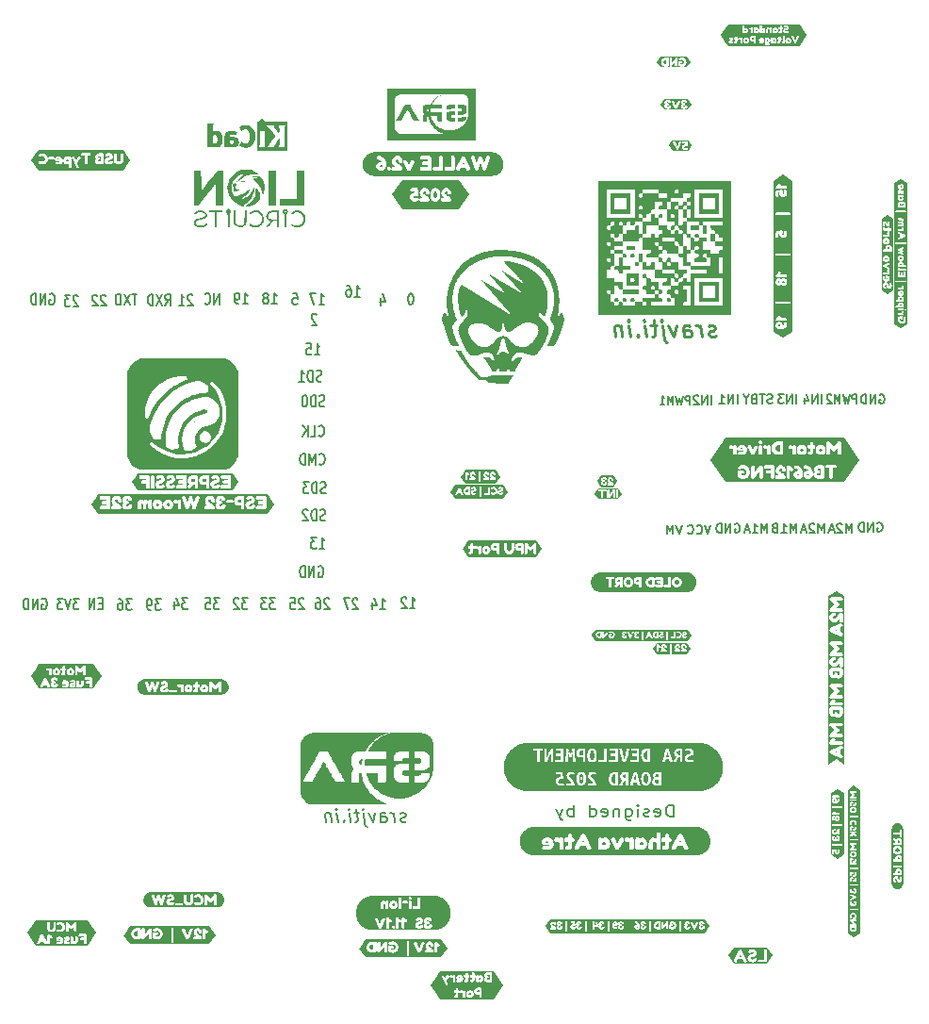
<source format=gbr>
%TF.GenerationSoftware,KiCad,Pcbnew,8.0.2*%
%TF.CreationDate,2025-02-27T03:45:28+05:30*%
%TF.ProjectId,sra_dev_board_2024(CH340C),7372615f-6465-4765-9f62-6f6172645f32,rev?*%
%TF.SameCoordinates,Original*%
%TF.FileFunction,Legend,Bot*%
%TF.FilePolarity,Positive*%
%FSLAX46Y46*%
G04 Gerber Fmt 4.6, Leading zero omitted, Abs format (unit mm)*
G04 Created by KiCad (PCBNEW 8.0.2) date 2025-02-27 03:45:28*
%MOMM*%
%LPD*%
G01*
G04 APERTURE LIST*
%ADD10C,0.200000*%
%ADD11C,0.150000*%
%ADD12C,0.250000*%
%ADD13C,0.006350*%
%ADD14C,0.000000*%
G04 APERTURE END LIST*
D10*
X128244136Y-106747219D02*
X127748898Y-106747219D01*
X127748898Y-106747219D02*
X128015564Y-107128171D01*
X128015564Y-107128171D02*
X127901279Y-107128171D01*
X127901279Y-107128171D02*
X127825088Y-107175790D01*
X127825088Y-107175790D02*
X127786993Y-107223409D01*
X127786993Y-107223409D02*
X127748898Y-107318647D01*
X127748898Y-107318647D02*
X127748898Y-107556742D01*
X127748898Y-107556742D02*
X127786993Y-107651980D01*
X127786993Y-107651980D02*
X127825088Y-107699600D01*
X127825088Y-107699600D02*
X127901279Y-107747219D01*
X127901279Y-107747219D02*
X128129850Y-107747219D01*
X128129850Y-107747219D02*
X128206041Y-107699600D01*
X128206041Y-107699600D02*
X128244136Y-107651980D01*
X127025088Y-106747219D02*
X127406040Y-106747219D01*
X127406040Y-106747219D02*
X127444136Y-107223409D01*
X127444136Y-107223409D02*
X127406040Y-107175790D01*
X127406040Y-107175790D02*
X127329850Y-107128171D01*
X127329850Y-107128171D02*
X127139374Y-107128171D01*
X127139374Y-107128171D02*
X127063183Y-107175790D01*
X127063183Y-107175790D02*
X127025088Y-107223409D01*
X127025088Y-107223409D02*
X126986993Y-107318647D01*
X126986993Y-107318647D02*
X126986993Y-107556742D01*
X126986993Y-107556742D02*
X127025088Y-107651980D01*
X127025088Y-107651980D02*
X127063183Y-107699600D01*
X127063183Y-107699600D02*
X127139374Y-107747219D01*
X127139374Y-107747219D02*
X127329850Y-107747219D01*
X127329850Y-107747219D02*
X127406040Y-107699600D01*
X127406040Y-107699600D02*
X127444136Y-107651980D01*
D11*
X174810839Y-89262295D02*
X174810839Y-88462295D01*
X174429887Y-89262295D02*
X174429887Y-88462295D01*
X174429887Y-88462295D02*
X173972744Y-89262295D01*
X173972744Y-89262295D02*
X173972744Y-88462295D01*
X173172745Y-89262295D02*
X173629888Y-89262295D01*
X173401316Y-89262295D02*
X173401316Y-88462295D01*
X173401316Y-88462295D02*
X173477507Y-88576580D01*
X173477507Y-88576580D02*
X173553697Y-88652771D01*
X173553697Y-88652771D02*
X173629888Y-88690866D01*
X177948935Y-89224200D02*
X177834649Y-89262295D01*
X177834649Y-89262295D02*
X177644173Y-89262295D01*
X177644173Y-89262295D02*
X177567982Y-89224200D01*
X177567982Y-89224200D02*
X177529887Y-89186104D01*
X177529887Y-89186104D02*
X177491792Y-89109914D01*
X177491792Y-89109914D02*
X177491792Y-89033723D01*
X177491792Y-89033723D02*
X177529887Y-88957533D01*
X177529887Y-88957533D02*
X177567982Y-88919438D01*
X177567982Y-88919438D02*
X177644173Y-88881342D01*
X177644173Y-88881342D02*
X177796554Y-88843247D01*
X177796554Y-88843247D02*
X177872744Y-88805152D01*
X177872744Y-88805152D02*
X177910839Y-88767057D01*
X177910839Y-88767057D02*
X177948935Y-88690866D01*
X177948935Y-88690866D02*
X177948935Y-88614676D01*
X177948935Y-88614676D02*
X177910839Y-88538485D01*
X177910839Y-88538485D02*
X177872744Y-88500390D01*
X177872744Y-88500390D02*
X177796554Y-88462295D01*
X177796554Y-88462295D02*
X177606077Y-88462295D01*
X177606077Y-88462295D02*
X177491792Y-88500390D01*
X177263220Y-88462295D02*
X176806077Y-88462295D01*
X177034649Y-89262295D02*
X177034649Y-88462295D01*
X176272744Y-88843247D02*
X176158458Y-88881342D01*
X176158458Y-88881342D02*
X176120363Y-88919438D01*
X176120363Y-88919438D02*
X176082267Y-88995628D01*
X176082267Y-88995628D02*
X176082267Y-89109914D01*
X176082267Y-89109914D02*
X176120363Y-89186104D01*
X176120363Y-89186104D02*
X176158458Y-89224200D01*
X176158458Y-89224200D02*
X176234648Y-89262295D01*
X176234648Y-89262295D02*
X176539410Y-89262295D01*
X176539410Y-89262295D02*
X176539410Y-88462295D01*
X176539410Y-88462295D02*
X176272744Y-88462295D01*
X176272744Y-88462295D02*
X176196553Y-88500390D01*
X176196553Y-88500390D02*
X176158458Y-88538485D01*
X176158458Y-88538485D02*
X176120363Y-88614676D01*
X176120363Y-88614676D02*
X176120363Y-88690866D01*
X176120363Y-88690866D02*
X176158458Y-88767057D01*
X176158458Y-88767057D02*
X176196553Y-88805152D01*
X176196553Y-88805152D02*
X176272744Y-88843247D01*
X176272744Y-88843247D02*
X176539410Y-88843247D01*
X175587029Y-88881342D02*
X175587029Y-89262295D01*
X175853696Y-88462295D02*
X175587029Y-88881342D01*
X175587029Y-88881342D02*
X175320363Y-88462295D01*
D10*
X137716041Y-89489600D02*
X137601755Y-89537219D01*
X137601755Y-89537219D02*
X137411279Y-89537219D01*
X137411279Y-89537219D02*
X137335088Y-89489600D01*
X137335088Y-89489600D02*
X137296993Y-89441980D01*
X137296993Y-89441980D02*
X137258898Y-89346742D01*
X137258898Y-89346742D02*
X137258898Y-89251504D01*
X137258898Y-89251504D02*
X137296993Y-89156266D01*
X137296993Y-89156266D02*
X137335088Y-89108647D01*
X137335088Y-89108647D02*
X137411279Y-89061028D01*
X137411279Y-89061028D02*
X137563660Y-89013409D01*
X137563660Y-89013409D02*
X137639850Y-88965790D01*
X137639850Y-88965790D02*
X137677945Y-88918171D01*
X137677945Y-88918171D02*
X137716041Y-88822933D01*
X137716041Y-88822933D02*
X137716041Y-88727695D01*
X137716041Y-88727695D02*
X137677945Y-88632457D01*
X137677945Y-88632457D02*
X137639850Y-88584838D01*
X137639850Y-88584838D02*
X137563660Y-88537219D01*
X137563660Y-88537219D02*
X137373183Y-88537219D01*
X137373183Y-88537219D02*
X137258898Y-88584838D01*
X136916040Y-89537219D02*
X136916040Y-88537219D01*
X136916040Y-88537219D02*
X136725564Y-88537219D01*
X136725564Y-88537219D02*
X136611278Y-88584838D01*
X136611278Y-88584838D02*
X136535088Y-88680076D01*
X136535088Y-88680076D02*
X136496993Y-88775314D01*
X136496993Y-88775314D02*
X136458897Y-88965790D01*
X136458897Y-88965790D02*
X136458897Y-89108647D01*
X136458897Y-89108647D02*
X136496993Y-89299123D01*
X136496993Y-89299123D02*
X136535088Y-89394361D01*
X136535088Y-89394361D02*
X136611278Y-89489600D01*
X136611278Y-89489600D02*
X136725564Y-89537219D01*
X136725564Y-89537219D02*
X136916040Y-89537219D01*
X135963659Y-88537219D02*
X135887469Y-88537219D01*
X135887469Y-88537219D02*
X135811278Y-88584838D01*
X135811278Y-88584838D02*
X135773183Y-88632457D01*
X135773183Y-88632457D02*
X135735088Y-88727695D01*
X135735088Y-88727695D02*
X135696993Y-88918171D01*
X135696993Y-88918171D02*
X135696993Y-89156266D01*
X135696993Y-89156266D02*
X135735088Y-89346742D01*
X135735088Y-89346742D02*
X135773183Y-89441980D01*
X135773183Y-89441980D02*
X135811278Y-89489600D01*
X135811278Y-89489600D02*
X135887469Y-89537219D01*
X135887469Y-89537219D02*
X135963659Y-89537219D01*
X135963659Y-89537219D02*
X136039850Y-89489600D01*
X136039850Y-89489600D02*
X136077945Y-89441980D01*
X136077945Y-89441980D02*
X136116040Y-89346742D01*
X136116040Y-89346742D02*
X136154136Y-89156266D01*
X136154136Y-89156266D02*
X136154136Y-88918171D01*
X136154136Y-88918171D02*
X136116040Y-88727695D01*
X136116040Y-88727695D02*
X136077945Y-88632457D01*
X136077945Y-88632457D02*
X136039850Y-88584838D01*
X136039850Y-88584838D02*
X135963659Y-88537219D01*
D11*
X177510839Y-100862295D02*
X177510839Y-100062295D01*
X177510839Y-100062295D02*
X177244173Y-100633723D01*
X177244173Y-100633723D02*
X176977506Y-100062295D01*
X176977506Y-100062295D02*
X176977506Y-100862295D01*
X176177506Y-100862295D02*
X176634649Y-100862295D01*
X176406077Y-100862295D02*
X176406077Y-100062295D01*
X176406077Y-100062295D02*
X176482268Y-100176580D01*
X176482268Y-100176580D02*
X176558458Y-100252771D01*
X176558458Y-100252771D02*
X176634649Y-100290866D01*
X175872744Y-100633723D02*
X175491791Y-100633723D01*
X175948934Y-100862295D02*
X175682267Y-100062295D01*
X175682267Y-100062295D02*
X175415601Y-100862295D01*
D10*
X133304136Y-106747219D02*
X132808898Y-106747219D01*
X132808898Y-106747219D02*
X133075564Y-107128171D01*
X133075564Y-107128171D02*
X132961279Y-107128171D01*
X132961279Y-107128171D02*
X132885088Y-107175790D01*
X132885088Y-107175790D02*
X132846993Y-107223409D01*
X132846993Y-107223409D02*
X132808898Y-107318647D01*
X132808898Y-107318647D02*
X132808898Y-107556742D01*
X132808898Y-107556742D02*
X132846993Y-107651980D01*
X132846993Y-107651980D02*
X132885088Y-107699600D01*
X132885088Y-107699600D02*
X132961279Y-107747219D01*
X132961279Y-107747219D02*
X133189850Y-107747219D01*
X133189850Y-107747219D02*
X133266041Y-107699600D01*
X133266041Y-107699600D02*
X133304136Y-107651980D01*
X132542231Y-106747219D02*
X132046993Y-106747219D01*
X132046993Y-106747219D02*
X132313659Y-107128171D01*
X132313659Y-107128171D02*
X132199374Y-107128171D01*
X132199374Y-107128171D02*
X132123183Y-107175790D01*
X132123183Y-107175790D02*
X132085088Y-107223409D01*
X132085088Y-107223409D02*
X132046993Y-107318647D01*
X132046993Y-107318647D02*
X132046993Y-107556742D01*
X132046993Y-107556742D02*
X132085088Y-107651980D01*
X132085088Y-107651980D02*
X132123183Y-107699600D01*
X132123183Y-107699600D02*
X132199374Y-107747219D01*
X132199374Y-107747219D02*
X132427945Y-107747219D01*
X132427945Y-107747219D02*
X132504136Y-107699600D01*
X132504136Y-107699600D02*
X132542231Y-107651980D01*
D11*
X172425125Y-100162295D02*
X172158458Y-100962295D01*
X172158458Y-100962295D02*
X171891792Y-100162295D01*
X171167982Y-100886104D02*
X171206078Y-100924200D01*
X171206078Y-100924200D02*
X171320363Y-100962295D01*
X171320363Y-100962295D02*
X171396554Y-100962295D01*
X171396554Y-100962295D02*
X171510840Y-100924200D01*
X171510840Y-100924200D02*
X171587030Y-100848009D01*
X171587030Y-100848009D02*
X171625125Y-100771819D01*
X171625125Y-100771819D02*
X171663221Y-100619438D01*
X171663221Y-100619438D02*
X171663221Y-100505152D01*
X171663221Y-100505152D02*
X171625125Y-100352771D01*
X171625125Y-100352771D02*
X171587030Y-100276580D01*
X171587030Y-100276580D02*
X171510840Y-100200390D01*
X171510840Y-100200390D02*
X171396554Y-100162295D01*
X171396554Y-100162295D02*
X171320363Y-100162295D01*
X171320363Y-100162295D02*
X171206078Y-100200390D01*
X171206078Y-100200390D02*
X171167982Y-100238485D01*
X170367982Y-100886104D02*
X170406078Y-100924200D01*
X170406078Y-100924200D02*
X170520363Y-100962295D01*
X170520363Y-100962295D02*
X170596554Y-100962295D01*
X170596554Y-100962295D02*
X170710840Y-100924200D01*
X170710840Y-100924200D02*
X170787030Y-100848009D01*
X170787030Y-100848009D02*
X170825125Y-100771819D01*
X170825125Y-100771819D02*
X170863221Y-100619438D01*
X170863221Y-100619438D02*
X170863221Y-100505152D01*
X170863221Y-100505152D02*
X170825125Y-100352771D01*
X170825125Y-100352771D02*
X170787030Y-100276580D01*
X170787030Y-100276580D02*
X170710840Y-100200390D01*
X170710840Y-100200390D02*
X170596554Y-100162295D01*
X170596554Y-100162295D02*
X170520363Y-100162295D01*
X170520363Y-100162295D02*
X170406078Y-100200390D01*
X170406078Y-100200390D02*
X170367982Y-100238485D01*
D10*
X169062707Y-126327219D02*
X169062707Y-125327219D01*
X169062707Y-125327219D02*
X168776993Y-125327219D01*
X168776993Y-125327219D02*
X168605564Y-125374838D01*
X168605564Y-125374838D02*
X168491279Y-125470076D01*
X168491279Y-125470076D02*
X168434136Y-125565314D01*
X168434136Y-125565314D02*
X168376993Y-125755790D01*
X168376993Y-125755790D02*
X168376993Y-125898647D01*
X168376993Y-125898647D02*
X168434136Y-126089123D01*
X168434136Y-126089123D02*
X168491279Y-126184361D01*
X168491279Y-126184361D02*
X168605564Y-126279600D01*
X168605564Y-126279600D02*
X168776993Y-126327219D01*
X168776993Y-126327219D02*
X169062707Y-126327219D01*
X167405564Y-126279600D02*
X167519850Y-126327219D01*
X167519850Y-126327219D02*
X167748422Y-126327219D01*
X167748422Y-126327219D02*
X167862707Y-126279600D01*
X167862707Y-126279600D02*
X167919850Y-126184361D01*
X167919850Y-126184361D02*
X167919850Y-125803409D01*
X167919850Y-125803409D02*
X167862707Y-125708171D01*
X167862707Y-125708171D02*
X167748422Y-125660552D01*
X167748422Y-125660552D02*
X167519850Y-125660552D01*
X167519850Y-125660552D02*
X167405564Y-125708171D01*
X167405564Y-125708171D02*
X167348422Y-125803409D01*
X167348422Y-125803409D02*
X167348422Y-125898647D01*
X167348422Y-125898647D02*
X167919850Y-125993885D01*
X166891279Y-126279600D02*
X166776993Y-126327219D01*
X166776993Y-126327219D02*
X166548422Y-126327219D01*
X166548422Y-126327219D02*
X166434136Y-126279600D01*
X166434136Y-126279600D02*
X166376993Y-126184361D01*
X166376993Y-126184361D02*
X166376993Y-126136742D01*
X166376993Y-126136742D02*
X166434136Y-126041504D01*
X166434136Y-126041504D02*
X166548422Y-125993885D01*
X166548422Y-125993885D02*
X166719851Y-125993885D01*
X166719851Y-125993885D02*
X166834136Y-125946266D01*
X166834136Y-125946266D02*
X166891279Y-125851028D01*
X166891279Y-125851028D02*
X166891279Y-125803409D01*
X166891279Y-125803409D02*
X166834136Y-125708171D01*
X166834136Y-125708171D02*
X166719851Y-125660552D01*
X166719851Y-125660552D02*
X166548422Y-125660552D01*
X166548422Y-125660552D02*
X166434136Y-125708171D01*
X165862707Y-126327219D02*
X165862707Y-125660552D01*
X165862707Y-125327219D02*
X165919850Y-125374838D01*
X165919850Y-125374838D02*
X165862707Y-125422457D01*
X165862707Y-125422457D02*
X165805564Y-125374838D01*
X165805564Y-125374838D02*
X165862707Y-125327219D01*
X165862707Y-125327219D02*
X165862707Y-125422457D01*
X164776993Y-125660552D02*
X164776993Y-126470076D01*
X164776993Y-126470076D02*
X164834135Y-126565314D01*
X164834135Y-126565314D02*
X164891278Y-126612933D01*
X164891278Y-126612933D02*
X165005564Y-126660552D01*
X165005564Y-126660552D02*
X165176993Y-126660552D01*
X165176993Y-126660552D02*
X165291278Y-126612933D01*
X164776993Y-126279600D02*
X164891278Y-126327219D01*
X164891278Y-126327219D02*
X165119850Y-126327219D01*
X165119850Y-126327219D02*
X165234135Y-126279600D01*
X165234135Y-126279600D02*
X165291278Y-126231980D01*
X165291278Y-126231980D02*
X165348421Y-126136742D01*
X165348421Y-126136742D02*
X165348421Y-125851028D01*
X165348421Y-125851028D02*
X165291278Y-125755790D01*
X165291278Y-125755790D02*
X165234135Y-125708171D01*
X165234135Y-125708171D02*
X165119850Y-125660552D01*
X165119850Y-125660552D02*
X164891278Y-125660552D01*
X164891278Y-125660552D02*
X164776993Y-125708171D01*
X164205564Y-125660552D02*
X164205564Y-126327219D01*
X164205564Y-125755790D02*
X164148421Y-125708171D01*
X164148421Y-125708171D02*
X164034136Y-125660552D01*
X164034136Y-125660552D02*
X163862707Y-125660552D01*
X163862707Y-125660552D02*
X163748421Y-125708171D01*
X163748421Y-125708171D02*
X163691279Y-125803409D01*
X163691279Y-125803409D02*
X163691279Y-126327219D01*
X162662707Y-126279600D02*
X162776993Y-126327219D01*
X162776993Y-126327219D02*
X163005565Y-126327219D01*
X163005565Y-126327219D02*
X163119850Y-126279600D01*
X163119850Y-126279600D02*
X163176993Y-126184361D01*
X163176993Y-126184361D02*
X163176993Y-125803409D01*
X163176993Y-125803409D02*
X163119850Y-125708171D01*
X163119850Y-125708171D02*
X163005565Y-125660552D01*
X163005565Y-125660552D02*
X162776993Y-125660552D01*
X162776993Y-125660552D02*
X162662707Y-125708171D01*
X162662707Y-125708171D02*
X162605565Y-125803409D01*
X162605565Y-125803409D02*
X162605565Y-125898647D01*
X162605565Y-125898647D02*
X163176993Y-125993885D01*
X161576994Y-126327219D02*
X161576994Y-125327219D01*
X161576994Y-126279600D02*
X161691279Y-126327219D01*
X161691279Y-126327219D02*
X161919851Y-126327219D01*
X161919851Y-126327219D02*
X162034136Y-126279600D01*
X162034136Y-126279600D02*
X162091279Y-126231980D01*
X162091279Y-126231980D02*
X162148422Y-126136742D01*
X162148422Y-126136742D02*
X162148422Y-125851028D01*
X162148422Y-125851028D02*
X162091279Y-125755790D01*
X162091279Y-125755790D02*
X162034136Y-125708171D01*
X162034136Y-125708171D02*
X161919851Y-125660552D01*
X161919851Y-125660552D02*
X161691279Y-125660552D01*
X161691279Y-125660552D02*
X161576994Y-125708171D01*
X160091279Y-126327219D02*
X160091279Y-125327219D01*
X160091279Y-125708171D02*
X159976994Y-125660552D01*
X159976994Y-125660552D02*
X159748422Y-125660552D01*
X159748422Y-125660552D02*
X159634136Y-125708171D01*
X159634136Y-125708171D02*
X159576994Y-125755790D01*
X159576994Y-125755790D02*
X159519851Y-125851028D01*
X159519851Y-125851028D02*
X159519851Y-126136742D01*
X159519851Y-126136742D02*
X159576994Y-126231980D01*
X159576994Y-126231980D02*
X159634136Y-126279600D01*
X159634136Y-126279600D02*
X159748422Y-126327219D01*
X159748422Y-126327219D02*
X159976994Y-126327219D01*
X159976994Y-126327219D02*
X160091279Y-126279600D01*
X159119851Y-125660552D02*
X158834137Y-126327219D01*
X158548422Y-125660552D02*
X158834137Y-126327219D01*
X158834137Y-126327219D02*
X158948422Y-126565314D01*
X158948422Y-126565314D02*
X159005565Y-126612933D01*
X159005565Y-126612933D02*
X159119851Y-126660552D01*
X145388898Y-107657219D02*
X145846041Y-107657219D01*
X145617469Y-107657219D02*
X145617469Y-106657219D01*
X145617469Y-106657219D02*
X145693660Y-106800076D01*
X145693660Y-106800076D02*
X145769850Y-106895314D01*
X145769850Y-106895314D02*
X145846041Y-106942933D01*
X145084136Y-106752457D02*
X145046040Y-106704838D01*
X145046040Y-106704838D02*
X144969850Y-106657219D01*
X144969850Y-106657219D02*
X144779374Y-106657219D01*
X144779374Y-106657219D02*
X144703183Y-106704838D01*
X144703183Y-106704838D02*
X144665088Y-106752457D01*
X144665088Y-106752457D02*
X144626993Y-106847695D01*
X144626993Y-106847695D02*
X144626993Y-106942933D01*
X144626993Y-106942933D02*
X144665088Y-107085790D01*
X144665088Y-107085790D02*
X145122231Y-107657219D01*
X145122231Y-107657219D02*
X144626993Y-107657219D01*
X125414136Y-106747219D02*
X124918898Y-106747219D01*
X124918898Y-106747219D02*
X125185564Y-107128171D01*
X125185564Y-107128171D02*
X125071279Y-107128171D01*
X125071279Y-107128171D02*
X124995088Y-107175790D01*
X124995088Y-107175790D02*
X124956993Y-107223409D01*
X124956993Y-107223409D02*
X124918898Y-107318647D01*
X124918898Y-107318647D02*
X124918898Y-107556742D01*
X124918898Y-107556742D02*
X124956993Y-107651980D01*
X124956993Y-107651980D02*
X124995088Y-107699600D01*
X124995088Y-107699600D02*
X125071279Y-107747219D01*
X125071279Y-107747219D02*
X125299850Y-107747219D01*
X125299850Y-107747219D02*
X125376041Y-107699600D01*
X125376041Y-107699600D02*
X125414136Y-107651980D01*
X124233183Y-107080552D02*
X124233183Y-107747219D01*
X124423659Y-106699600D02*
X124614136Y-107413885D01*
X124614136Y-107413885D02*
X124118897Y-107413885D01*
X117747945Y-107213409D02*
X117481279Y-107213409D01*
X117366993Y-107737219D02*
X117747945Y-107737219D01*
X117747945Y-107737219D02*
X117747945Y-106737219D01*
X117747945Y-106737219D02*
X117366993Y-106737219D01*
X117024135Y-107737219D02*
X117024135Y-106737219D01*
X117024135Y-106737219D02*
X116566992Y-107737219D01*
X116566992Y-107737219D02*
X116566992Y-106737219D01*
X120384136Y-106807219D02*
X119888898Y-106807219D01*
X119888898Y-106807219D02*
X120155564Y-107188171D01*
X120155564Y-107188171D02*
X120041279Y-107188171D01*
X120041279Y-107188171D02*
X119965088Y-107235790D01*
X119965088Y-107235790D02*
X119926993Y-107283409D01*
X119926993Y-107283409D02*
X119888898Y-107378647D01*
X119888898Y-107378647D02*
X119888898Y-107616742D01*
X119888898Y-107616742D02*
X119926993Y-107711980D01*
X119926993Y-107711980D02*
X119965088Y-107759600D01*
X119965088Y-107759600D02*
X120041279Y-107807219D01*
X120041279Y-107807219D02*
X120269850Y-107807219D01*
X120269850Y-107807219D02*
X120346041Y-107759600D01*
X120346041Y-107759600D02*
X120384136Y-107711980D01*
X119203183Y-106807219D02*
X119355564Y-106807219D01*
X119355564Y-106807219D02*
X119431755Y-106854838D01*
X119431755Y-106854838D02*
X119469850Y-106902457D01*
X119469850Y-106902457D02*
X119546040Y-107045314D01*
X119546040Y-107045314D02*
X119584136Y-107235790D01*
X119584136Y-107235790D02*
X119584136Y-107616742D01*
X119584136Y-107616742D02*
X119546040Y-107711980D01*
X119546040Y-107711980D02*
X119507945Y-107759600D01*
X119507945Y-107759600D02*
X119431755Y-107807219D01*
X119431755Y-107807219D02*
X119279374Y-107807219D01*
X119279374Y-107807219D02*
X119203183Y-107759600D01*
X119203183Y-107759600D02*
X119165088Y-107711980D01*
X119165088Y-107711980D02*
X119126993Y-107616742D01*
X119126993Y-107616742D02*
X119126993Y-107378647D01*
X119126993Y-107378647D02*
X119165088Y-107283409D01*
X119165088Y-107283409D02*
X119203183Y-107235790D01*
X119203183Y-107235790D02*
X119279374Y-107188171D01*
X119279374Y-107188171D02*
X119431755Y-107188171D01*
X119431755Y-107188171D02*
X119507945Y-107235790D01*
X119507945Y-107235790D02*
X119546040Y-107283409D01*
X119546040Y-107283409D02*
X119584136Y-107378647D01*
X137816041Y-97289600D02*
X137701755Y-97337219D01*
X137701755Y-97337219D02*
X137511279Y-97337219D01*
X137511279Y-97337219D02*
X137435088Y-97289600D01*
X137435088Y-97289600D02*
X137396993Y-97241980D01*
X137396993Y-97241980D02*
X137358898Y-97146742D01*
X137358898Y-97146742D02*
X137358898Y-97051504D01*
X137358898Y-97051504D02*
X137396993Y-96956266D01*
X137396993Y-96956266D02*
X137435088Y-96908647D01*
X137435088Y-96908647D02*
X137511279Y-96861028D01*
X137511279Y-96861028D02*
X137663660Y-96813409D01*
X137663660Y-96813409D02*
X137739850Y-96765790D01*
X137739850Y-96765790D02*
X137777945Y-96718171D01*
X137777945Y-96718171D02*
X137816041Y-96622933D01*
X137816041Y-96622933D02*
X137816041Y-96527695D01*
X137816041Y-96527695D02*
X137777945Y-96432457D01*
X137777945Y-96432457D02*
X137739850Y-96384838D01*
X137739850Y-96384838D02*
X137663660Y-96337219D01*
X137663660Y-96337219D02*
X137473183Y-96337219D01*
X137473183Y-96337219D02*
X137358898Y-96384838D01*
X137016040Y-97337219D02*
X137016040Y-96337219D01*
X137016040Y-96337219D02*
X136825564Y-96337219D01*
X136825564Y-96337219D02*
X136711278Y-96384838D01*
X136711278Y-96384838D02*
X136635088Y-96480076D01*
X136635088Y-96480076D02*
X136596993Y-96575314D01*
X136596993Y-96575314D02*
X136558897Y-96765790D01*
X136558897Y-96765790D02*
X136558897Y-96908647D01*
X136558897Y-96908647D02*
X136596993Y-97099123D01*
X136596993Y-97099123D02*
X136635088Y-97194361D01*
X136635088Y-97194361D02*
X136711278Y-97289600D01*
X136711278Y-97289600D02*
X136825564Y-97337219D01*
X136825564Y-97337219D02*
X137016040Y-97337219D01*
X136292231Y-96337219D02*
X135796993Y-96337219D01*
X135796993Y-96337219D02*
X136063659Y-96718171D01*
X136063659Y-96718171D02*
X135949374Y-96718171D01*
X135949374Y-96718171D02*
X135873183Y-96765790D01*
X135873183Y-96765790D02*
X135835088Y-96813409D01*
X135835088Y-96813409D02*
X135796993Y-96908647D01*
X135796993Y-96908647D02*
X135796993Y-97146742D01*
X135796993Y-97146742D02*
X135835088Y-97241980D01*
X135835088Y-97241980D02*
X135873183Y-97289600D01*
X135873183Y-97289600D02*
X135949374Y-97337219D01*
X135949374Y-97337219D02*
X136177945Y-97337219D01*
X136177945Y-97337219D02*
X136254136Y-97289600D01*
X136254136Y-97289600D02*
X136292231Y-97241980D01*
D11*
X180110839Y-100862295D02*
X180110839Y-100062295D01*
X180110839Y-100062295D02*
X179844173Y-100633723D01*
X179844173Y-100633723D02*
X179577506Y-100062295D01*
X179577506Y-100062295D02*
X179577506Y-100862295D01*
X178777506Y-100862295D02*
X179234649Y-100862295D01*
X179006077Y-100862295D02*
X179006077Y-100062295D01*
X179006077Y-100062295D02*
X179082268Y-100176580D01*
X179082268Y-100176580D02*
X179158458Y-100252771D01*
X179158458Y-100252771D02*
X179234649Y-100290866D01*
X178167982Y-100443247D02*
X178053696Y-100481342D01*
X178053696Y-100481342D02*
X178015601Y-100519438D01*
X178015601Y-100519438D02*
X177977505Y-100595628D01*
X177977505Y-100595628D02*
X177977505Y-100709914D01*
X177977505Y-100709914D02*
X178015601Y-100786104D01*
X178015601Y-100786104D02*
X178053696Y-100824200D01*
X178053696Y-100824200D02*
X178129886Y-100862295D01*
X178129886Y-100862295D02*
X178434648Y-100862295D01*
X178434648Y-100862295D02*
X178434648Y-100062295D01*
X178434648Y-100062295D02*
X178167982Y-100062295D01*
X178167982Y-100062295D02*
X178091791Y-100100390D01*
X178091791Y-100100390D02*
X178053696Y-100138485D01*
X178053696Y-100138485D02*
X178015601Y-100214676D01*
X178015601Y-100214676D02*
X178015601Y-100290866D01*
X178015601Y-100290866D02*
X178053696Y-100367057D01*
X178053696Y-100367057D02*
X178091791Y-100405152D01*
X178091791Y-100405152D02*
X178167982Y-100443247D01*
X178167982Y-100443247D02*
X178434648Y-100443247D01*
D10*
X142688898Y-107757219D02*
X143146041Y-107757219D01*
X142917469Y-107757219D02*
X142917469Y-106757219D01*
X142917469Y-106757219D02*
X142993660Y-106900076D01*
X142993660Y-106900076D02*
X143069850Y-106995314D01*
X143069850Y-106995314D02*
X143146041Y-107042933D01*
X142003183Y-107090552D02*
X142003183Y-107757219D01*
X142193659Y-106709600D02*
X142384136Y-107423885D01*
X142384136Y-107423885D02*
X141888897Y-107423885D01*
D11*
X182410839Y-89262295D02*
X182410839Y-88462295D01*
X182029887Y-89262295D02*
X182029887Y-88462295D01*
X182029887Y-88462295D02*
X181572744Y-89262295D01*
X181572744Y-89262295D02*
X181572744Y-88462295D01*
X180848935Y-88728961D02*
X180848935Y-89262295D01*
X181039411Y-88424200D02*
X181229888Y-88995628D01*
X181229888Y-88995628D02*
X180734649Y-88995628D01*
D10*
X145495564Y-79367219D02*
X145419374Y-79367219D01*
X145419374Y-79367219D02*
X145343183Y-79414838D01*
X145343183Y-79414838D02*
X145305088Y-79462457D01*
X145305088Y-79462457D02*
X145266993Y-79557695D01*
X145266993Y-79557695D02*
X145228898Y-79748171D01*
X145228898Y-79748171D02*
X145228898Y-79986266D01*
X145228898Y-79986266D02*
X145266993Y-80176742D01*
X145266993Y-80176742D02*
X145305088Y-80271980D01*
X145305088Y-80271980D02*
X145343183Y-80319600D01*
X145343183Y-80319600D02*
X145419374Y-80367219D01*
X145419374Y-80367219D02*
X145495564Y-80367219D01*
X145495564Y-80367219D02*
X145571755Y-80319600D01*
X145571755Y-80319600D02*
X145609850Y-80271980D01*
X145609850Y-80271980D02*
X145647945Y-80176742D01*
X145647945Y-80176742D02*
X145686041Y-79986266D01*
X145686041Y-79986266D02*
X145686041Y-79748171D01*
X145686041Y-79748171D02*
X145647945Y-79557695D01*
X145647945Y-79557695D02*
X145609850Y-79462457D01*
X145609850Y-79462457D02*
X145571755Y-79414838D01*
X145571755Y-79414838D02*
X145495564Y-79367219D01*
X130784136Y-106737219D02*
X130288898Y-106737219D01*
X130288898Y-106737219D02*
X130555564Y-107118171D01*
X130555564Y-107118171D02*
X130441279Y-107118171D01*
X130441279Y-107118171D02*
X130365088Y-107165790D01*
X130365088Y-107165790D02*
X130326993Y-107213409D01*
X130326993Y-107213409D02*
X130288898Y-107308647D01*
X130288898Y-107308647D02*
X130288898Y-107546742D01*
X130288898Y-107546742D02*
X130326993Y-107641980D01*
X130326993Y-107641980D02*
X130365088Y-107689600D01*
X130365088Y-107689600D02*
X130441279Y-107737219D01*
X130441279Y-107737219D02*
X130669850Y-107737219D01*
X130669850Y-107737219D02*
X130746041Y-107689600D01*
X130746041Y-107689600D02*
X130784136Y-107641980D01*
X129984136Y-106832457D02*
X129946040Y-106784838D01*
X129946040Y-106784838D02*
X129869850Y-106737219D01*
X129869850Y-106737219D02*
X129679374Y-106737219D01*
X129679374Y-106737219D02*
X129603183Y-106784838D01*
X129603183Y-106784838D02*
X129565088Y-106832457D01*
X129565088Y-106832457D02*
X129526993Y-106927695D01*
X129526993Y-106927695D02*
X129526993Y-107022933D01*
X129526993Y-107022933D02*
X129565088Y-107165790D01*
X129565088Y-107165790D02*
X130022231Y-107737219D01*
X130022231Y-107737219D02*
X129526993Y-107737219D01*
X137436041Y-87239600D02*
X137321755Y-87287219D01*
X137321755Y-87287219D02*
X137131279Y-87287219D01*
X137131279Y-87287219D02*
X137055088Y-87239600D01*
X137055088Y-87239600D02*
X137016993Y-87191980D01*
X137016993Y-87191980D02*
X136978898Y-87096742D01*
X136978898Y-87096742D02*
X136978898Y-87001504D01*
X136978898Y-87001504D02*
X137016993Y-86906266D01*
X137016993Y-86906266D02*
X137055088Y-86858647D01*
X137055088Y-86858647D02*
X137131279Y-86811028D01*
X137131279Y-86811028D02*
X137283660Y-86763409D01*
X137283660Y-86763409D02*
X137359850Y-86715790D01*
X137359850Y-86715790D02*
X137397945Y-86668171D01*
X137397945Y-86668171D02*
X137436041Y-86572933D01*
X137436041Y-86572933D02*
X137436041Y-86477695D01*
X137436041Y-86477695D02*
X137397945Y-86382457D01*
X137397945Y-86382457D02*
X137359850Y-86334838D01*
X137359850Y-86334838D02*
X137283660Y-86287219D01*
X137283660Y-86287219D02*
X137093183Y-86287219D01*
X137093183Y-86287219D02*
X136978898Y-86334838D01*
X136636040Y-87287219D02*
X136636040Y-86287219D01*
X136636040Y-86287219D02*
X136445564Y-86287219D01*
X136445564Y-86287219D02*
X136331278Y-86334838D01*
X136331278Y-86334838D02*
X136255088Y-86430076D01*
X136255088Y-86430076D02*
X136216993Y-86525314D01*
X136216993Y-86525314D02*
X136178897Y-86715790D01*
X136178897Y-86715790D02*
X136178897Y-86858647D01*
X136178897Y-86858647D02*
X136216993Y-87049123D01*
X136216993Y-87049123D02*
X136255088Y-87144361D01*
X136255088Y-87144361D02*
X136331278Y-87239600D01*
X136331278Y-87239600D02*
X136445564Y-87287219D01*
X136445564Y-87287219D02*
X136636040Y-87287219D01*
X135416993Y-87287219D02*
X135874136Y-87287219D01*
X135645564Y-87287219D02*
X135645564Y-86287219D01*
X135645564Y-86287219D02*
X135721755Y-86430076D01*
X135721755Y-86430076D02*
X135797945Y-86525314D01*
X135797945Y-86525314D02*
X135874136Y-86572933D01*
X140686041Y-106842457D02*
X140647945Y-106794838D01*
X140647945Y-106794838D02*
X140571755Y-106747219D01*
X140571755Y-106747219D02*
X140381279Y-106747219D01*
X140381279Y-106747219D02*
X140305088Y-106794838D01*
X140305088Y-106794838D02*
X140266993Y-106842457D01*
X140266993Y-106842457D02*
X140228898Y-106937695D01*
X140228898Y-106937695D02*
X140228898Y-107032933D01*
X140228898Y-107032933D02*
X140266993Y-107175790D01*
X140266993Y-107175790D02*
X140724136Y-107747219D01*
X140724136Y-107747219D02*
X140228898Y-107747219D01*
X139962231Y-106747219D02*
X139428897Y-106747219D01*
X139428897Y-106747219D02*
X139771755Y-107747219D01*
X120872231Y-79417219D02*
X120415088Y-79417219D01*
X120643660Y-80417219D02*
X120643660Y-79417219D01*
X120224612Y-79417219D02*
X119691278Y-80417219D01*
X119691278Y-79417219D02*
X120224612Y-80417219D01*
X119386516Y-80417219D02*
X119386516Y-79417219D01*
X119386516Y-79417219D02*
X119196040Y-79417219D01*
X119196040Y-79417219D02*
X119081754Y-79464838D01*
X119081754Y-79464838D02*
X119005564Y-79560076D01*
X119005564Y-79560076D02*
X118967469Y-79655314D01*
X118967469Y-79655314D02*
X118929373Y-79845790D01*
X118929373Y-79845790D02*
X118929373Y-79988647D01*
X118929373Y-79988647D02*
X118967469Y-80179123D01*
X118967469Y-80179123D02*
X119005564Y-80274361D01*
X119005564Y-80274361D02*
X119081754Y-80369600D01*
X119081754Y-80369600D02*
X119196040Y-80417219D01*
X119196040Y-80417219D02*
X119386516Y-80417219D01*
X145079850Y-126785600D02*
X144972707Y-126842742D01*
X144972707Y-126842742D02*
X144744136Y-126842742D01*
X144744136Y-126842742D02*
X144622707Y-126785600D01*
X144622707Y-126785600D02*
X144551279Y-126671314D01*
X144551279Y-126671314D02*
X144544136Y-126614171D01*
X144544136Y-126614171D02*
X144586993Y-126499885D01*
X144586993Y-126499885D02*
X144694136Y-126442742D01*
X144694136Y-126442742D02*
X144865564Y-126442742D01*
X144865564Y-126442742D02*
X144972707Y-126385600D01*
X144972707Y-126385600D02*
X145015564Y-126271314D01*
X145015564Y-126271314D02*
X145008422Y-126214171D01*
X145008422Y-126214171D02*
X144936993Y-126099885D01*
X144936993Y-126099885D02*
X144815564Y-126042742D01*
X144815564Y-126042742D02*
X144644136Y-126042742D01*
X144644136Y-126042742D02*
X144536993Y-126099885D01*
X144058421Y-126842742D02*
X143958421Y-126042742D01*
X143986993Y-126271314D02*
X143915564Y-126157028D01*
X143915564Y-126157028D02*
X143851278Y-126099885D01*
X143851278Y-126099885D02*
X143729850Y-126042742D01*
X143729850Y-126042742D02*
X143615564Y-126042742D01*
X142801278Y-126842742D02*
X142722707Y-126214171D01*
X142722707Y-126214171D02*
X142765564Y-126099885D01*
X142765564Y-126099885D02*
X142872707Y-126042742D01*
X142872707Y-126042742D02*
X143101278Y-126042742D01*
X143101278Y-126042742D02*
X143222707Y-126099885D01*
X142794136Y-126785600D02*
X142915564Y-126842742D01*
X142915564Y-126842742D02*
X143201278Y-126842742D01*
X143201278Y-126842742D02*
X143308421Y-126785600D01*
X143308421Y-126785600D02*
X143351278Y-126671314D01*
X143351278Y-126671314D02*
X143336993Y-126557028D01*
X143336993Y-126557028D02*
X143265564Y-126442742D01*
X143265564Y-126442742D02*
X143144136Y-126385600D01*
X143144136Y-126385600D02*
X142858421Y-126385600D01*
X142858421Y-126385600D02*
X142736993Y-126328457D01*
X142244136Y-126042742D02*
X142058422Y-126842742D01*
X142058422Y-126842742D02*
X141672707Y-126042742D01*
X141215564Y-126042742D02*
X141344136Y-127071314D01*
X141344136Y-127071314D02*
X141415564Y-127185600D01*
X141415564Y-127185600D02*
X141536993Y-127242742D01*
X141536993Y-127242742D02*
X141594136Y-127242742D01*
X141165564Y-125642742D02*
X141229850Y-125699885D01*
X141229850Y-125699885D02*
X141179850Y-125757028D01*
X141179850Y-125757028D02*
X141115564Y-125699885D01*
X141115564Y-125699885D02*
X141165564Y-125642742D01*
X141165564Y-125642742D02*
X141179850Y-125757028D01*
X140815564Y-126042742D02*
X140358421Y-126042742D01*
X140594135Y-125642742D02*
X140722707Y-126671314D01*
X140722707Y-126671314D02*
X140679849Y-126785600D01*
X140679849Y-126785600D02*
X140572707Y-126842742D01*
X140572707Y-126842742D02*
X140458421Y-126842742D01*
X140058421Y-126842742D02*
X139958421Y-126042742D01*
X139908421Y-125642742D02*
X139972707Y-125699885D01*
X139972707Y-125699885D02*
X139922707Y-125757028D01*
X139922707Y-125757028D02*
X139858421Y-125699885D01*
X139858421Y-125699885D02*
X139908421Y-125642742D01*
X139908421Y-125642742D02*
X139922707Y-125757028D01*
X139472706Y-126728457D02*
X139422706Y-126785600D01*
X139422706Y-126785600D02*
X139486992Y-126842742D01*
X139486992Y-126842742D02*
X139536992Y-126785600D01*
X139536992Y-126785600D02*
X139472706Y-126728457D01*
X139472706Y-126728457D02*
X139486992Y-126842742D01*
X138915563Y-126842742D02*
X138815563Y-126042742D01*
X138765563Y-125642742D02*
X138829849Y-125699885D01*
X138829849Y-125699885D02*
X138779849Y-125757028D01*
X138779849Y-125757028D02*
X138715563Y-125699885D01*
X138715563Y-125699885D02*
X138765563Y-125642742D01*
X138765563Y-125642742D02*
X138779849Y-125757028D01*
X138244134Y-126042742D02*
X138344134Y-126842742D01*
X138258420Y-126157028D02*
X138194134Y-126099885D01*
X138194134Y-126099885D02*
X138072706Y-126042742D01*
X138072706Y-126042742D02*
X137901277Y-126042742D01*
X137901277Y-126042742D02*
X137794134Y-126099885D01*
X137794134Y-126099885D02*
X137751277Y-126214171D01*
X137751277Y-126214171D02*
X137829848Y-126842742D01*
X115576041Y-79622457D02*
X115537945Y-79574838D01*
X115537945Y-79574838D02*
X115461755Y-79527219D01*
X115461755Y-79527219D02*
X115271279Y-79527219D01*
X115271279Y-79527219D02*
X115195088Y-79574838D01*
X115195088Y-79574838D02*
X115156993Y-79622457D01*
X115156993Y-79622457D02*
X115118898Y-79717695D01*
X115118898Y-79717695D02*
X115118898Y-79812933D01*
X115118898Y-79812933D02*
X115156993Y-79955790D01*
X115156993Y-79955790D02*
X115614136Y-80527219D01*
X115614136Y-80527219D02*
X115118898Y-80527219D01*
X114852231Y-79527219D02*
X114356993Y-79527219D01*
X114356993Y-79527219D02*
X114623659Y-79908171D01*
X114623659Y-79908171D02*
X114509374Y-79908171D01*
X114509374Y-79908171D02*
X114433183Y-79955790D01*
X114433183Y-79955790D02*
X114395088Y-80003409D01*
X114395088Y-80003409D02*
X114356993Y-80098647D01*
X114356993Y-80098647D02*
X114356993Y-80336742D01*
X114356993Y-80336742D02*
X114395088Y-80431980D01*
X114395088Y-80431980D02*
X114433183Y-80479600D01*
X114433183Y-80479600D02*
X114509374Y-80527219D01*
X114509374Y-80527219D02*
X114737945Y-80527219D01*
X114737945Y-80527219D02*
X114814136Y-80479600D01*
X114814136Y-80479600D02*
X114852231Y-80431980D01*
X134856993Y-79367219D02*
X135237945Y-79367219D01*
X135237945Y-79367219D02*
X135276041Y-79843409D01*
X135276041Y-79843409D02*
X135237945Y-79795790D01*
X135237945Y-79795790D02*
X135161755Y-79748171D01*
X135161755Y-79748171D02*
X134971279Y-79748171D01*
X134971279Y-79748171D02*
X134895088Y-79795790D01*
X134895088Y-79795790D02*
X134856993Y-79843409D01*
X134856993Y-79843409D02*
X134818898Y-79938647D01*
X134818898Y-79938647D02*
X134818898Y-80176742D01*
X134818898Y-80176742D02*
X134856993Y-80271980D01*
X134856993Y-80271980D02*
X134895088Y-80319600D01*
X134895088Y-80319600D02*
X134971279Y-80367219D01*
X134971279Y-80367219D02*
X135161755Y-80367219D01*
X135161755Y-80367219D02*
X135237945Y-80319600D01*
X135237945Y-80319600D02*
X135276041Y-80271980D01*
X135846041Y-106832457D02*
X135807945Y-106784838D01*
X135807945Y-106784838D02*
X135731755Y-106737219D01*
X135731755Y-106737219D02*
X135541279Y-106737219D01*
X135541279Y-106737219D02*
X135465088Y-106784838D01*
X135465088Y-106784838D02*
X135426993Y-106832457D01*
X135426993Y-106832457D02*
X135388898Y-106927695D01*
X135388898Y-106927695D02*
X135388898Y-107022933D01*
X135388898Y-107022933D02*
X135426993Y-107165790D01*
X135426993Y-107165790D02*
X135884136Y-107737219D01*
X135884136Y-107737219D02*
X135388898Y-107737219D01*
X134665088Y-106737219D02*
X135046040Y-106737219D01*
X135046040Y-106737219D02*
X135084136Y-107213409D01*
X135084136Y-107213409D02*
X135046040Y-107165790D01*
X135046040Y-107165790D02*
X134969850Y-107118171D01*
X134969850Y-107118171D02*
X134779374Y-107118171D01*
X134779374Y-107118171D02*
X134703183Y-107165790D01*
X134703183Y-107165790D02*
X134665088Y-107213409D01*
X134665088Y-107213409D02*
X134626993Y-107308647D01*
X134626993Y-107308647D02*
X134626993Y-107546742D01*
X134626993Y-107546742D02*
X134665088Y-107641980D01*
X134665088Y-107641980D02*
X134703183Y-107689600D01*
X134703183Y-107689600D02*
X134779374Y-107737219D01*
X134779374Y-107737219D02*
X134969850Y-107737219D01*
X134969850Y-107737219D02*
X135046040Y-107689600D01*
X135046040Y-107689600D02*
X135084136Y-107641980D01*
D11*
X182610839Y-100862295D02*
X182610839Y-100062295D01*
X182610839Y-100062295D02*
X182344173Y-100633723D01*
X182344173Y-100633723D02*
X182077506Y-100062295D01*
X182077506Y-100062295D02*
X182077506Y-100862295D01*
X181734649Y-100138485D02*
X181696553Y-100100390D01*
X181696553Y-100100390D02*
X181620363Y-100062295D01*
X181620363Y-100062295D02*
X181429887Y-100062295D01*
X181429887Y-100062295D02*
X181353696Y-100100390D01*
X181353696Y-100100390D02*
X181315601Y-100138485D01*
X181315601Y-100138485D02*
X181277506Y-100214676D01*
X181277506Y-100214676D02*
X181277506Y-100290866D01*
X181277506Y-100290866D02*
X181315601Y-100405152D01*
X181315601Y-100405152D02*
X181772744Y-100862295D01*
X181772744Y-100862295D02*
X181277506Y-100862295D01*
X180972744Y-100633723D02*
X180591791Y-100633723D01*
X181048934Y-100862295D02*
X180782267Y-100062295D01*
X180782267Y-100062295D02*
X180515601Y-100862295D01*
D12*
X172884812Y-83157000D02*
X172750884Y-83228428D01*
X172750884Y-83228428D02*
X172465169Y-83228428D01*
X172465169Y-83228428D02*
X172313384Y-83157000D01*
X172313384Y-83157000D02*
X172224098Y-83014142D01*
X172224098Y-83014142D02*
X172215169Y-82942714D01*
X172215169Y-82942714D02*
X172268741Y-82799857D01*
X172268741Y-82799857D02*
X172402669Y-82728428D01*
X172402669Y-82728428D02*
X172616955Y-82728428D01*
X172616955Y-82728428D02*
X172750884Y-82657000D01*
X172750884Y-82657000D02*
X172804455Y-82514142D01*
X172804455Y-82514142D02*
X172795527Y-82442714D01*
X172795527Y-82442714D02*
X172706241Y-82299857D01*
X172706241Y-82299857D02*
X172554455Y-82228428D01*
X172554455Y-82228428D02*
X172340169Y-82228428D01*
X172340169Y-82228428D02*
X172206241Y-82299857D01*
X171608026Y-83228428D02*
X171483026Y-82228428D01*
X171518741Y-82514142D02*
X171429455Y-82371285D01*
X171429455Y-82371285D02*
X171349098Y-82299857D01*
X171349098Y-82299857D02*
X171197312Y-82228428D01*
X171197312Y-82228428D02*
X171054455Y-82228428D01*
X170036598Y-83228428D02*
X169938384Y-82442714D01*
X169938384Y-82442714D02*
X169991955Y-82299857D01*
X169991955Y-82299857D02*
X170125884Y-82228428D01*
X170125884Y-82228428D02*
X170411598Y-82228428D01*
X170411598Y-82228428D02*
X170563384Y-82299857D01*
X170027670Y-83157000D02*
X170179455Y-83228428D01*
X170179455Y-83228428D02*
X170536598Y-83228428D01*
X170536598Y-83228428D02*
X170670527Y-83157000D01*
X170670527Y-83157000D02*
X170724098Y-83014142D01*
X170724098Y-83014142D02*
X170706241Y-82871285D01*
X170706241Y-82871285D02*
X170616955Y-82728428D01*
X170616955Y-82728428D02*
X170465170Y-82657000D01*
X170465170Y-82657000D02*
X170108027Y-82657000D01*
X170108027Y-82657000D02*
X169956241Y-82585571D01*
X169340169Y-82228428D02*
X169108027Y-83228428D01*
X169108027Y-83228428D02*
X168625884Y-82228428D01*
X168054455Y-82228428D02*
X168215170Y-83514142D01*
X168215170Y-83514142D02*
X168304455Y-83657000D01*
X168304455Y-83657000D02*
X168456241Y-83728428D01*
X168456241Y-83728428D02*
X168527670Y-83728428D01*
X167991955Y-81728428D02*
X168072312Y-81799857D01*
X168072312Y-81799857D02*
X168009812Y-81871285D01*
X168009812Y-81871285D02*
X167929455Y-81799857D01*
X167929455Y-81799857D02*
X167991955Y-81728428D01*
X167991955Y-81728428D02*
X168009812Y-81871285D01*
X167554455Y-82228428D02*
X166983026Y-82228428D01*
X167277669Y-81728428D02*
X167438384Y-83014142D01*
X167438384Y-83014142D02*
X167384812Y-83157000D01*
X167384812Y-83157000D02*
X167250884Y-83228428D01*
X167250884Y-83228428D02*
X167108026Y-83228428D01*
X166608026Y-83228428D02*
X166483026Y-82228428D01*
X166420526Y-81728428D02*
X166500883Y-81799857D01*
X166500883Y-81799857D02*
X166438383Y-81871285D01*
X166438383Y-81871285D02*
X166358026Y-81799857D01*
X166358026Y-81799857D02*
X166420526Y-81728428D01*
X166420526Y-81728428D02*
X166438383Y-81871285D01*
X165875883Y-83085571D02*
X165813383Y-83157000D01*
X165813383Y-83157000D02*
X165893740Y-83228428D01*
X165893740Y-83228428D02*
X165956240Y-83157000D01*
X165956240Y-83157000D02*
X165875883Y-83085571D01*
X165875883Y-83085571D02*
X165893740Y-83228428D01*
X165179454Y-83228428D02*
X165054454Y-82228428D01*
X164991954Y-81728428D02*
X165072311Y-81799857D01*
X165072311Y-81799857D02*
X165009811Y-81871285D01*
X165009811Y-81871285D02*
X164929454Y-81799857D01*
X164929454Y-81799857D02*
X164991954Y-81728428D01*
X164991954Y-81728428D02*
X165009811Y-81871285D01*
X164340168Y-82228428D02*
X164465168Y-83228428D01*
X164358025Y-82371285D02*
X164277668Y-82299857D01*
X164277668Y-82299857D02*
X164125883Y-82228428D01*
X164125883Y-82228428D02*
X163911597Y-82228428D01*
X163911597Y-82228428D02*
X163777668Y-82299857D01*
X163777668Y-82299857D02*
X163724097Y-82442714D01*
X163724097Y-82442714D02*
X163822311Y-83228428D01*
D11*
X169825125Y-100162295D02*
X169558458Y-100962295D01*
X169558458Y-100962295D02*
X169291792Y-100162295D01*
X169025125Y-100962295D02*
X169025125Y-100162295D01*
X169025125Y-100162295D02*
X168758459Y-100733723D01*
X168758459Y-100733723D02*
X168491792Y-100162295D01*
X168491792Y-100162295D02*
X168491792Y-100962295D01*
D10*
X125846041Y-79542457D02*
X125807945Y-79494838D01*
X125807945Y-79494838D02*
X125731755Y-79447219D01*
X125731755Y-79447219D02*
X125541279Y-79447219D01*
X125541279Y-79447219D02*
X125465088Y-79494838D01*
X125465088Y-79494838D02*
X125426993Y-79542457D01*
X125426993Y-79542457D02*
X125388898Y-79637695D01*
X125388898Y-79637695D02*
X125388898Y-79732933D01*
X125388898Y-79732933D02*
X125426993Y-79875790D01*
X125426993Y-79875790D02*
X125884136Y-80447219D01*
X125884136Y-80447219D02*
X125388898Y-80447219D01*
X124626993Y-80447219D02*
X125084136Y-80447219D01*
X124855564Y-80447219D02*
X124855564Y-79447219D01*
X124855564Y-79447219D02*
X124931755Y-79590076D01*
X124931755Y-79590076D02*
X125007945Y-79685314D01*
X125007945Y-79685314D02*
X125084136Y-79732933D01*
D11*
X187591792Y-88500390D02*
X187667982Y-88462295D01*
X187667982Y-88462295D02*
X187782268Y-88462295D01*
X187782268Y-88462295D02*
X187896554Y-88500390D01*
X187896554Y-88500390D02*
X187972744Y-88576580D01*
X187972744Y-88576580D02*
X188010839Y-88652771D01*
X188010839Y-88652771D02*
X188048935Y-88805152D01*
X188048935Y-88805152D02*
X188048935Y-88919438D01*
X188048935Y-88919438D02*
X188010839Y-89071819D01*
X188010839Y-89071819D02*
X187972744Y-89148009D01*
X187972744Y-89148009D02*
X187896554Y-89224200D01*
X187896554Y-89224200D02*
X187782268Y-89262295D01*
X187782268Y-89262295D02*
X187706077Y-89262295D01*
X187706077Y-89262295D02*
X187591792Y-89224200D01*
X187591792Y-89224200D02*
X187553696Y-89186104D01*
X187553696Y-89186104D02*
X187553696Y-88919438D01*
X187553696Y-88919438D02*
X187706077Y-88919438D01*
X187210839Y-89262295D02*
X187210839Y-88462295D01*
X187210839Y-88462295D02*
X186753696Y-89262295D01*
X186753696Y-89262295D02*
X186753696Y-88462295D01*
X186372744Y-89262295D02*
X186372744Y-88462295D01*
X186372744Y-88462295D02*
X186182268Y-88462295D01*
X186182268Y-88462295D02*
X186067982Y-88500390D01*
X186067982Y-88500390D02*
X185991792Y-88576580D01*
X185991792Y-88576580D02*
X185953697Y-88652771D01*
X185953697Y-88652771D02*
X185915601Y-88805152D01*
X185915601Y-88805152D02*
X185915601Y-88919438D01*
X185915601Y-88919438D02*
X185953697Y-89071819D01*
X185953697Y-89071819D02*
X185991792Y-89148009D01*
X185991792Y-89148009D02*
X186067982Y-89224200D01*
X186067982Y-89224200D02*
X186182268Y-89262295D01*
X186182268Y-89262295D02*
X186372744Y-89262295D01*
X185110839Y-100862295D02*
X185110839Y-100062295D01*
X185110839Y-100062295D02*
X184844173Y-100633723D01*
X184844173Y-100633723D02*
X184577506Y-100062295D01*
X184577506Y-100062295D02*
X184577506Y-100862295D01*
X184234649Y-100138485D02*
X184196553Y-100100390D01*
X184196553Y-100100390D02*
X184120363Y-100062295D01*
X184120363Y-100062295D02*
X183929887Y-100062295D01*
X183929887Y-100062295D02*
X183853696Y-100100390D01*
X183853696Y-100100390D02*
X183815601Y-100138485D01*
X183815601Y-100138485D02*
X183777506Y-100214676D01*
X183777506Y-100214676D02*
X183777506Y-100290866D01*
X183777506Y-100290866D02*
X183815601Y-100405152D01*
X183815601Y-100405152D02*
X184272744Y-100862295D01*
X184272744Y-100862295D02*
X183777506Y-100862295D01*
X183472744Y-100633723D02*
X183091791Y-100633723D01*
X183548934Y-100862295D02*
X183282267Y-100062295D01*
X183282267Y-100062295D02*
X183015601Y-100862295D01*
D10*
X118046041Y-79592457D02*
X118007945Y-79544838D01*
X118007945Y-79544838D02*
X117931755Y-79497219D01*
X117931755Y-79497219D02*
X117741279Y-79497219D01*
X117741279Y-79497219D02*
X117665088Y-79544838D01*
X117665088Y-79544838D02*
X117626993Y-79592457D01*
X117626993Y-79592457D02*
X117588898Y-79687695D01*
X117588898Y-79687695D02*
X117588898Y-79782933D01*
X117588898Y-79782933D02*
X117626993Y-79925790D01*
X117626993Y-79925790D02*
X118084136Y-80497219D01*
X118084136Y-80497219D02*
X117588898Y-80497219D01*
X117284136Y-79592457D02*
X117246040Y-79544838D01*
X117246040Y-79544838D02*
X117169850Y-79497219D01*
X117169850Y-79497219D02*
X116979374Y-79497219D01*
X116979374Y-79497219D02*
X116903183Y-79544838D01*
X116903183Y-79544838D02*
X116865088Y-79592457D01*
X116865088Y-79592457D02*
X116826993Y-79687695D01*
X116826993Y-79687695D02*
X116826993Y-79782933D01*
X116826993Y-79782933D02*
X116865088Y-79925790D01*
X116865088Y-79925790D02*
X117322231Y-80497219D01*
X117322231Y-80497219D02*
X116826993Y-80497219D01*
D11*
X170534649Y-89362295D02*
X170534649Y-88562295D01*
X170534649Y-88562295D02*
X170267982Y-88562295D01*
X170267982Y-88562295D02*
X170201316Y-88600390D01*
X170201316Y-88600390D02*
X170167982Y-88638485D01*
X170167982Y-88638485D02*
X170134649Y-88714676D01*
X170134649Y-88714676D02*
X170134649Y-88828961D01*
X170134649Y-88828961D02*
X170167982Y-88905152D01*
X170167982Y-88905152D02*
X170201316Y-88943247D01*
X170201316Y-88943247D02*
X170267982Y-88981342D01*
X170267982Y-88981342D02*
X170534649Y-88981342D01*
X169901316Y-88562295D02*
X169734649Y-89362295D01*
X169734649Y-89362295D02*
X169601316Y-88790866D01*
X169601316Y-88790866D02*
X169467982Y-89362295D01*
X169467982Y-89362295D02*
X169301316Y-88562295D01*
X169034649Y-89362295D02*
X169034649Y-88562295D01*
X169034649Y-88562295D02*
X168801316Y-89133723D01*
X168801316Y-89133723D02*
X168567982Y-88562295D01*
X168567982Y-88562295D02*
X168567982Y-89362295D01*
X167867982Y-89362295D02*
X168267982Y-89362295D01*
X168067982Y-89362295D02*
X168067982Y-88562295D01*
X168067982Y-88562295D02*
X168134649Y-88676580D01*
X168134649Y-88676580D02*
X168201316Y-88752771D01*
X168201316Y-88752771D02*
X168267982Y-88790866D01*
D10*
X128267945Y-80337219D02*
X128267945Y-79337219D01*
X128267945Y-79337219D02*
X127810802Y-80337219D01*
X127810802Y-80337219D02*
X127810802Y-79337219D01*
X126972707Y-80241980D02*
X127010803Y-80289600D01*
X127010803Y-80289600D02*
X127125088Y-80337219D01*
X127125088Y-80337219D02*
X127201279Y-80337219D01*
X127201279Y-80337219D02*
X127315565Y-80289600D01*
X127315565Y-80289600D02*
X127391755Y-80194361D01*
X127391755Y-80194361D02*
X127429850Y-80099123D01*
X127429850Y-80099123D02*
X127467946Y-79908647D01*
X127467946Y-79908647D02*
X127467946Y-79765790D01*
X127467946Y-79765790D02*
X127429850Y-79575314D01*
X127429850Y-79575314D02*
X127391755Y-79480076D01*
X127391755Y-79480076D02*
X127315565Y-79384838D01*
X127315565Y-79384838D02*
X127201279Y-79337219D01*
X127201279Y-79337219D02*
X127125088Y-79337219D01*
X127125088Y-79337219D02*
X127010803Y-79384838D01*
X127010803Y-79384838D02*
X126972707Y-79432457D01*
X137168898Y-103914838D02*
X137245088Y-103867219D01*
X137245088Y-103867219D02*
X137359374Y-103867219D01*
X137359374Y-103867219D02*
X137473660Y-103914838D01*
X137473660Y-103914838D02*
X137549850Y-104010076D01*
X137549850Y-104010076D02*
X137587945Y-104105314D01*
X137587945Y-104105314D02*
X137626041Y-104295790D01*
X137626041Y-104295790D02*
X137626041Y-104438647D01*
X137626041Y-104438647D02*
X137587945Y-104629123D01*
X137587945Y-104629123D02*
X137549850Y-104724361D01*
X137549850Y-104724361D02*
X137473660Y-104819600D01*
X137473660Y-104819600D02*
X137359374Y-104867219D01*
X137359374Y-104867219D02*
X137283183Y-104867219D01*
X137283183Y-104867219D02*
X137168898Y-104819600D01*
X137168898Y-104819600D02*
X137130802Y-104771980D01*
X137130802Y-104771980D02*
X137130802Y-104438647D01*
X137130802Y-104438647D02*
X137283183Y-104438647D01*
X136787945Y-104867219D02*
X136787945Y-103867219D01*
X136787945Y-103867219D02*
X136330802Y-104867219D01*
X136330802Y-104867219D02*
X136330802Y-103867219D01*
X135949850Y-104867219D02*
X135949850Y-103867219D01*
X135949850Y-103867219D02*
X135759374Y-103867219D01*
X135759374Y-103867219D02*
X135645088Y-103914838D01*
X135645088Y-103914838D02*
X135568898Y-104010076D01*
X135568898Y-104010076D02*
X135530803Y-104105314D01*
X135530803Y-104105314D02*
X135492707Y-104295790D01*
X135492707Y-104295790D02*
X135492707Y-104438647D01*
X135492707Y-104438647D02*
X135530803Y-104629123D01*
X135530803Y-104629123D02*
X135568898Y-104724361D01*
X135568898Y-104724361D02*
X135645088Y-104819600D01*
X135645088Y-104819600D02*
X135759374Y-104867219D01*
X135759374Y-104867219D02*
X135949850Y-104867219D01*
D11*
X185534649Y-89262295D02*
X185534649Y-88462295D01*
X185534649Y-88462295D02*
X185267982Y-88462295D01*
X185267982Y-88462295D02*
X185201316Y-88500390D01*
X185201316Y-88500390D02*
X185167982Y-88538485D01*
X185167982Y-88538485D02*
X185134649Y-88614676D01*
X185134649Y-88614676D02*
X185134649Y-88728961D01*
X185134649Y-88728961D02*
X185167982Y-88805152D01*
X185167982Y-88805152D02*
X185201316Y-88843247D01*
X185201316Y-88843247D02*
X185267982Y-88881342D01*
X185267982Y-88881342D02*
X185534649Y-88881342D01*
X184901316Y-88462295D02*
X184734649Y-89262295D01*
X184734649Y-89262295D02*
X184601316Y-88690866D01*
X184601316Y-88690866D02*
X184467982Y-89262295D01*
X184467982Y-89262295D02*
X184301316Y-88462295D01*
X184034649Y-89262295D02*
X184034649Y-88462295D01*
X184034649Y-88462295D02*
X183801316Y-89033723D01*
X183801316Y-89033723D02*
X183567982Y-88462295D01*
X183567982Y-88462295D02*
X183567982Y-89262295D01*
X183267982Y-88538485D02*
X183234649Y-88500390D01*
X183234649Y-88500390D02*
X183167982Y-88462295D01*
X183167982Y-88462295D02*
X183001316Y-88462295D01*
X183001316Y-88462295D02*
X182934649Y-88500390D01*
X182934649Y-88500390D02*
X182901316Y-88538485D01*
X182901316Y-88538485D02*
X182867982Y-88614676D01*
X182867982Y-88614676D02*
X182867982Y-88690866D01*
X182867982Y-88690866D02*
X182901316Y-88805152D01*
X182901316Y-88805152D02*
X183301316Y-89262295D01*
X183301316Y-89262295D02*
X182867982Y-89262295D01*
D10*
X138136041Y-106812457D02*
X138097945Y-106764838D01*
X138097945Y-106764838D02*
X138021755Y-106717219D01*
X138021755Y-106717219D02*
X137831279Y-106717219D01*
X137831279Y-106717219D02*
X137755088Y-106764838D01*
X137755088Y-106764838D02*
X137716993Y-106812457D01*
X137716993Y-106812457D02*
X137678898Y-106907695D01*
X137678898Y-106907695D02*
X137678898Y-107002933D01*
X137678898Y-107002933D02*
X137716993Y-107145790D01*
X137716993Y-107145790D02*
X138174136Y-107717219D01*
X138174136Y-107717219D02*
X137678898Y-107717219D01*
X136993183Y-106717219D02*
X137145564Y-106717219D01*
X137145564Y-106717219D02*
X137221755Y-106764838D01*
X137221755Y-106764838D02*
X137259850Y-106812457D01*
X137259850Y-106812457D02*
X137336040Y-106955314D01*
X137336040Y-106955314D02*
X137374136Y-107145790D01*
X137374136Y-107145790D02*
X137374136Y-107526742D01*
X137374136Y-107526742D02*
X137336040Y-107621980D01*
X137336040Y-107621980D02*
X137297945Y-107669600D01*
X137297945Y-107669600D02*
X137221755Y-107717219D01*
X137221755Y-107717219D02*
X137069374Y-107717219D01*
X137069374Y-107717219D02*
X136993183Y-107669600D01*
X136993183Y-107669600D02*
X136955088Y-107621980D01*
X136955088Y-107621980D02*
X136916993Y-107526742D01*
X136916993Y-107526742D02*
X136916993Y-107288647D01*
X136916993Y-107288647D02*
X136955088Y-107193409D01*
X136955088Y-107193409D02*
X136993183Y-107145790D01*
X136993183Y-107145790D02*
X137069374Y-107098171D01*
X137069374Y-107098171D02*
X137221755Y-107098171D01*
X137221755Y-107098171D02*
X137297945Y-107145790D01*
X137297945Y-107145790D02*
X137336040Y-107193409D01*
X137336040Y-107193409D02*
X137374136Y-107288647D01*
X137258898Y-102277219D02*
X137716041Y-102277219D01*
X137487469Y-102277219D02*
X137487469Y-101277219D01*
X137487469Y-101277219D02*
X137563660Y-101420076D01*
X137563660Y-101420076D02*
X137639850Y-101515314D01*
X137639850Y-101515314D02*
X137716041Y-101562933D01*
X136992231Y-101277219D02*
X136496993Y-101277219D01*
X136496993Y-101277219D02*
X136763659Y-101658171D01*
X136763659Y-101658171D02*
X136649374Y-101658171D01*
X136649374Y-101658171D02*
X136573183Y-101705790D01*
X136573183Y-101705790D02*
X136535088Y-101753409D01*
X136535088Y-101753409D02*
X136496993Y-101848647D01*
X136496993Y-101848647D02*
X136496993Y-102086742D01*
X136496993Y-102086742D02*
X136535088Y-102181980D01*
X136535088Y-102181980D02*
X136573183Y-102229600D01*
X136573183Y-102229600D02*
X136649374Y-102277219D01*
X136649374Y-102277219D02*
X136877945Y-102277219D01*
X136877945Y-102277219D02*
X136954136Y-102229600D01*
X136954136Y-102229600D02*
X136992231Y-102181980D01*
X136818898Y-84887219D02*
X137276041Y-84887219D01*
X137047469Y-84887219D02*
X137047469Y-83887219D01*
X137047469Y-83887219D02*
X137123660Y-84030076D01*
X137123660Y-84030076D02*
X137199850Y-84125314D01*
X137199850Y-84125314D02*
X137276041Y-84172933D01*
X136095088Y-83887219D02*
X136476040Y-83887219D01*
X136476040Y-83887219D02*
X136514136Y-84363409D01*
X136514136Y-84363409D02*
X136476040Y-84315790D01*
X136476040Y-84315790D02*
X136399850Y-84268171D01*
X136399850Y-84268171D02*
X136209374Y-84268171D01*
X136209374Y-84268171D02*
X136133183Y-84315790D01*
X136133183Y-84315790D02*
X136095088Y-84363409D01*
X136095088Y-84363409D02*
X136056993Y-84458647D01*
X136056993Y-84458647D02*
X136056993Y-84696742D01*
X136056993Y-84696742D02*
X136095088Y-84791980D01*
X136095088Y-84791980D02*
X136133183Y-84839600D01*
X136133183Y-84839600D02*
X136209374Y-84887219D01*
X136209374Y-84887219D02*
X136399850Y-84887219D01*
X136399850Y-84887219D02*
X136476040Y-84839600D01*
X136476040Y-84839600D02*
X136514136Y-84791980D01*
X132978898Y-80327219D02*
X133436041Y-80327219D01*
X133207469Y-80327219D02*
X133207469Y-79327219D01*
X133207469Y-79327219D02*
X133283660Y-79470076D01*
X133283660Y-79470076D02*
X133359850Y-79565314D01*
X133359850Y-79565314D02*
X133436041Y-79612933D01*
X132521755Y-79755790D02*
X132597945Y-79708171D01*
X132597945Y-79708171D02*
X132636040Y-79660552D01*
X132636040Y-79660552D02*
X132674136Y-79565314D01*
X132674136Y-79565314D02*
X132674136Y-79517695D01*
X132674136Y-79517695D02*
X132636040Y-79422457D01*
X132636040Y-79422457D02*
X132597945Y-79374838D01*
X132597945Y-79374838D02*
X132521755Y-79327219D01*
X132521755Y-79327219D02*
X132369374Y-79327219D01*
X132369374Y-79327219D02*
X132293183Y-79374838D01*
X132293183Y-79374838D02*
X132255088Y-79422457D01*
X132255088Y-79422457D02*
X132216993Y-79517695D01*
X132216993Y-79517695D02*
X132216993Y-79565314D01*
X132216993Y-79565314D02*
X132255088Y-79660552D01*
X132255088Y-79660552D02*
X132293183Y-79708171D01*
X132293183Y-79708171D02*
X132369374Y-79755790D01*
X132369374Y-79755790D02*
X132521755Y-79755790D01*
X132521755Y-79755790D02*
X132597945Y-79803409D01*
X132597945Y-79803409D02*
X132636040Y-79851028D01*
X132636040Y-79851028D02*
X132674136Y-79946266D01*
X132674136Y-79946266D02*
X132674136Y-80136742D01*
X132674136Y-80136742D02*
X132636040Y-80231980D01*
X132636040Y-80231980D02*
X132597945Y-80279600D01*
X132597945Y-80279600D02*
X132521755Y-80327219D01*
X132521755Y-80327219D02*
X132369374Y-80327219D01*
X132369374Y-80327219D02*
X132293183Y-80279600D01*
X132293183Y-80279600D02*
X132255088Y-80231980D01*
X132255088Y-80231980D02*
X132216993Y-80136742D01*
X132216993Y-80136742D02*
X132216993Y-79946266D01*
X132216993Y-79946266D02*
X132255088Y-79851028D01*
X132255088Y-79851028D02*
X132293183Y-79803409D01*
X132293183Y-79803409D02*
X132369374Y-79755790D01*
X130378898Y-80327219D02*
X130836041Y-80327219D01*
X130607469Y-80327219D02*
X130607469Y-79327219D01*
X130607469Y-79327219D02*
X130683660Y-79470076D01*
X130683660Y-79470076D02*
X130759850Y-79565314D01*
X130759850Y-79565314D02*
X130836041Y-79612933D01*
X129997945Y-80327219D02*
X129845564Y-80327219D01*
X129845564Y-80327219D02*
X129769374Y-80279600D01*
X129769374Y-80279600D02*
X129731278Y-80231980D01*
X129731278Y-80231980D02*
X129655088Y-80089123D01*
X129655088Y-80089123D02*
X129616993Y-79898647D01*
X129616993Y-79898647D02*
X129616993Y-79517695D01*
X129616993Y-79517695D02*
X129655088Y-79422457D01*
X129655088Y-79422457D02*
X129693183Y-79374838D01*
X129693183Y-79374838D02*
X129769374Y-79327219D01*
X129769374Y-79327219D02*
X129921755Y-79327219D01*
X129921755Y-79327219D02*
X129997945Y-79374838D01*
X129997945Y-79374838D02*
X130036040Y-79422457D01*
X130036040Y-79422457D02*
X130074136Y-79517695D01*
X130074136Y-79517695D02*
X130074136Y-79755790D01*
X130074136Y-79755790D02*
X130036040Y-79851028D01*
X130036040Y-79851028D02*
X129997945Y-79898647D01*
X129997945Y-79898647D02*
X129921755Y-79946266D01*
X129921755Y-79946266D02*
X129769374Y-79946266D01*
X129769374Y-79946266D02*
X129693183Y-79898647D01*
X129693183Y-79898647D02*
X129655088Y-79851028D01*
X129655088Y-79851028D02*
X129616993Y-79755790D01*
D11*
X174591792Y-100100390D02*
X174667982Y-100062295D01*
X174667982Y-100062295D02*
X174782268Y-100062295D01*
X174782268Y-100062295D02*
X174896554Y-100100390D01*
X174896554Y-100100390D02*
X174972744Y-100176580D01*
X174972744Y-100176580D02*
X175010839Y-100252771D01*
X175010839Y-100252771D02*
X175048935Y-100405152D01*
X175048935Y-100405152D02*
X175048935Y-100519438D01*
X175048935Y-100519438D02*
X175010839Y-100671819D01*
X175010839Y-100671819D02*
X174972744Y-100748009D01*
X174972744Y-100748009D02*
X174896554Y-100824200D01*
X174896554Y-100824200D02*
X174782268Y-100862295D01*
X174782268Y-100862295D02*
X174706077Y-100862295D01*
X174706077Y-100862295D02*
X174591792Y-100824200D01*
X174591792Y-100824200D02*
X174553696Y-100786104D01*
X174553696Y-100786104D02*
X174553696Y-100519438D01*
X174553696Y-100519438D02*
X174706077Y-100519438D01*
X174210839Y-100862295D02*
X174210839Y-100062295D01*
X174210839Y-100062295D02*
X173753696Y-100862295D01*
X173753696Y-100862295D02*
X173753696Y-100062295D01*
X173372744Y-100862295D02*
X173372744Y-100062295D01*
X173372744Y-100062295D02*
X173182268Y-100062295D01*
X173182268Y-100062295D02*
X173067982Y-100100390D01*
X173067982Y-100100390D02*
X172991792Y-100176580D01*
X172991792Y-100176580D02*
X172953697Y-100252771D01*
X172953697Y-100252771D02*
X172915601Y-100405152D01*
X172915601Y-100405152D02*
X172915601Y-100519438D01*
X172915601Y-100519438D02*
X172953697Y-100671819D01*
X172953697Y-100671819D02*
X172991792Y-100748009D01*
X172991792Y-100748009D02*
X173067982Y-100824200D01*
X173067982Y-100824200D02*
X173182268Y-100862295D01*
X173182268Y-100862295D02*
X173372744Y-100862295D01*
D10*
X113018898Y-79444838D02*
X113095088Y-79397219D01*
X113095088Y-79397219D02*
X113209374Y-79397219D01*
X113209374Y-79397219D02*
X113323660Y-79444838D01*
X113323660Y-79444838D02*
X113399850Y-79540076D01*
X113399850Y-79540076D02*
X113437945Y-79635314D01*
X113437945Y-79635314D02*
X113476041Y-79825790D01*
X113476041Y-79825790D02*
X113476041Y-79968647D01*
X113476041Y-79968647D02*
X113437945Y-80159123D01*
X113437945Y-80159123D02*
X113399850Y-80254361D01*
X113399850Y-80254361D02*
X113323660Y-80349600D01*
X113323660Y-80349600D02*
X113209374Y-80397219D01*
X113209374Y-80397219D02*
X113133183Y-80397219D01*
X113133183Y-80397219D02*
X113018898Y-80349600D01*
X113018898Y-80349600D02*
X112980802Y-80301980D01*
X112980802Y-80301980D02*
X112980802Y-79968647D01*
X112980802Y-79968647D02*
X113133183Y-79968647D01*
X112637945Y-80397219D02*
X112637945Y-79397219D01*
X112637945Y-79397219D02*
X112180802Y-80397219D01*
X112180802Y-80397219D02*
X112180802Y-79397219D01*
X111799850Y-80397219D02*
X111799850Y-79397219D01*
X111799850Y-79397219D02*
X111609374Y-79397219D01*
X111609374Y-79397219D02*
X111495088Y-79444838D01*
X111495088Y-79444838D02*
X111418898Y-79540076D01*
X111418898Y-79540076D02*
X111380803Y-79635314D01*
X111380803Y-79635314D02*
X111342707Y-79825790D01*
X111342707Y-79825790D02*
X111342707Y-79968647D01*
X111342707Y-79968647D02*
X111380803Y-80159123D01*
X111380803Y-80159123D02*
X111418898Y-80254361D01*
X111418898Y-80254361D02*
X111495088Y-80349600D01*
X111495088Y-80349600D02*
X111609374Y-80397219D01*
X111609374Y-80397219D02*
X111799850Y-80397219D01*
X137200802Y-92131980D02*
X137238898Y-92179600D01*
X137238898Y-92179600D02*
X137353183Y-92227219D01*
X137353183Y-92227219D02*
X137429374Y-92227219D01*
X137429374Y-92227219D02*
X137543660Y-92179600D01*
X137543660Y-92179600D02*
X137619850Y-92084361D01*
X137619850Y-92084361D02*
X137657945Y-91989123D01*
X137657945Y-91989123D02*
X137696041Y-91798647D01*
X137696041Y-91798647D02*
X137696041Y-91655790D01*
X137696041Y-91655790D02*
X137657945Y-91465314D01*
X137657945Y-91465314D02*
X137619850Y-91370076D01*
X137619850Y-91370076D02*
X137543660Y-91274838D01*
X137543660Y-91274838D02*
X137429374Y-91227219D01*
X137429374Y-91227219D02*
X137353183Y-91227219D01*
X137353183Y-91227219D02*
X137238898Y-91274838D01*
X137238898Y-91274838D02*
X137200802Y-91322457D01*
X136476993Y-92227219D02*
X136857945Y-92227219D01*
X136857945Y-92227219D02*
X136857945Y-91227219D01*
X136210326Y-92227219D02*
X136210326Y-91227219D01*
X135753183Y-92227219D02*
X136096041Y-91655790D01*
X135753183Y-91227219D02*
X136210326Y-91798647D01*
X115634136Y-106767219D02*
X115138898Y-106767219D01*
X115138898Y-106767219D02*
X115405564Y-107148171D01*
X115405564Y-107148171D02*
X115291279Y-107148171D01*
X115291279Y-107148171D02*
X115215088Y-107195790D01*
X115215088Y-107195790D02*
X115176993Y-107243409D01*
X115176993Y-107243409D02*
X115138898Y-107338647D01*
X115138898Y-107338647D02*
X115138898Y-107576742D01*
X115138898Y-107576742D02*
X115176993Y-107671980D01*
X115176993Y-107671980D02*
X115215088Y-107719600D01*
X115215088Y-107719600D02*
X115291279Y-107767219D01*
X115291279Y-107767219D02*
X115519850Y-107767219D01*
X115519850Y-107767219D02*
X115596041Y-107719600D01*
X115596041Y-107719600D02*
X115634136Y-107671980D01*
X114910326Y-106767219D02*
X114643659Y-107767219D01*
X114643659Y-107767219D02*
X114376993Y-106767219D01*
X114186517Y-106767219D02*
X113691279Y-106767219D01*
X113691279Y-106767219D02*
X113957945Y-107148171D01*
X113957945Y-107148171D02*
X113843660Y-107148171D01*
X113843660Y-107148171D02*
X113767469Y-107195790D01*
X113767469Y-107195790D02*
X113729374Y-107243409D01*
X113729374Y-107243409D02*
X113691279Y-107338647D01*
X113691279Y-107338647D02*
X113691279Y-107576742D01*
X113691279Y-107576742D02*
X113729374Y-107671980D01*
X113729374Y-107671980D02*
X113767469Y-107719600D01*
X113767469Y-107719600D02*
X113843660Y-107767219D01*
X113843660Y-107767219D02*
X114072231Y-107767219D01*
X114072231Y-107767219D02*
X114148422Y-107719600D01*
X114148422Y-107719600D02*
X114186517Y-107671980D01*
X112319850Y-106814838D02*
X112396040Y-106767219D01*
X112396040Y-106767219D02*
X112510326Y-106767219D01*
X112510326Y-106767219D02*
X112624612Y-106814838D01*
X112624612Y-106814838D02*
X112700802Y-106910076D01*
X112700802Y-106910076D02*
X112738897Y-107005314D01*
X112738897Y-107005314D02*
X112776993Y-107195790D01*
X112776993Y-107195790D02*
X112776993Y-107338647D01*
X112776993Y-107338647D02*
X112738897Y-107529123D01*
X112738897Y-107529123D02*
X112700802Y-107624361D01*
X112700802Y-107624361D02*
X112624612Y-107719600D01*
X112624612Y-107719600D02*
X112510326Y-107767219D01*
X112510326Y-107767219D02*
X112434135Y-107767219D01*
X112434135Y-107767219D02*
X112319850Y-107719600D01*
X112319850Y-107719600D02*
X112281754Y-107671980D01*
X112281754Y-107671980D02*
X112281754Y-107338647D01*
X112281754Y-107338647D02*
X112434135Y-107338647D01*
X111938897Y-107767219D02*
X111938897Y-106767219D01*
X111938897Y-106767219D02*
X111481754Y-107767219D01*
X111481754Y-107767219D02*
X111481754Y-106767219D01*
X111100802Y-107767219D02*
X111100802Y-106767219D01*
X111100802Y-106767219D02*
X110910326Y-106767219D01*
X110910326Y-106767219D02*
X110796040Y-106814838D01*
X110796040Y-106814838D02*
X110719850Y-106910076D01*
X110719850Y-106910076D02*
X110681755Y-107005314D01*
X110681755Y-107005314D02*
X110643659Y-107195790D01*
X110643659Y-107195790D02*
X110643659Y-107338647D01*
X110643659Y-107338647D02*
X110681755Y-107529123D01*
X110681755Y-107529123D02*
X110719850Y-107624361D01*
X110719850Y-107624361D02*
X110796040Y-107719600D01*
X110796040Y-107719600D02*
X110910326Y-107767219D01*
X110910326Y-107767219D02*
X111100802Y-107767219D01*
X123410802Y-80447219D02*
X123677469Y-79971028D01*
X123867945Y-80447219D02*
X123867945Y-79447219D01*
X123867945Y-79447219D02*
X123563183Y-79447219D01*
X123563183Y-79447219D02*
X123486993Y-79494838D01*
X123486993Y-79494838D02*
X123448898Y-79542457D01*
X123448898Y-79542457D02*
X123410802Y-79637695D01*
X123410802Y-79637695D02*
X123410802Y-79780552D01*
X123410802Y-79780552D02*
X123448898Y-79875790D01*
X123448898Y-79875790D02*
X123486993Y-79923409D01*
X123486993Y-79923409D02*
X123563183Y-79971028D01*
X123563183Y-79971028D02*
X123867945Y-79971028D01*
X123144136Y-79447219D02*
X122610802Y-80447219D01*
X122610802Y-79447219D02*
X123144136Y-80447219D01*
X122306040Y-80447219D02*
X122306040Y-79447219D01*
X122306040Y-79447219D02*
X122115564Y-79447219D01*
X122115564Y-79447219D02*
X122001278Y-79494838D01*
X122001278Y-79494838D02*
X121925088Y-79590076D01*
X121925088Y-79590076D02*
X121886993Y-79685314D01*
X121886993Y-79685314D02*
X121848897Y-79875790D01*
X121848897Y-79875790D02*
X121848897Y-80018647D01*
X121848897Y-80018647D02*
X121886993Y-80209123D01*
X121886993Y-80209123D02*
X121925088Y-80304361D01*
X121925088Y-80304361D02*
X122001278Y-80399600D01*
X122001278Y-80399600D02*
X122115564Y-80447219D01*
X122115564Y-80447219D02*
X122306040Y-80447219D01*
X122994136Y-106807219D02*
X122498898Y-106807219D01*
X122498898Y-106807219D02*
X122765564Y-107188171D01*
X122765564Y-107188171D02*
X122651279Y-107188171D01*
X122651279Y-107188171D02*
X122575088Y-107235790D01*
X122575088Y-107235790D02*
X122536993Y-107283409D01*
X122536993Y-107283409D02*
X122498898Y-107378647D01*
X122498898Y-107378647D02*
X122498898Y-107616742D01*
X122498898Y-107616742D02*
X122536993Y-107711980D01*
X122536993Y-107711980D02*
X122575088Y-107759600D01*
X122575088Y-107759600D02*
X122651279Y-107807219D01*
X122651279Y-107807219D02*
X122879850Y-107807219D01*
X122879850Y-107807219D02*
X122956041Y-107759600D01*
X122956041Y-107759600D02*
X122994136Y-107711980D01*
X122117945Y-107807219D02*
X121965564Y-107807219D01*
X121965564Y-107807219D02*
X121889374Y-107759600D01*
X121889374Y-107759600D02*
X121851278Y-107711980D01*
X121851278Y-107711980D02*
X121775088Y-107569123D01*
X121775088Y-107569123D02*
X121736993Y-107378647D01*
X121736993Y-107378647D02*
X121736993Y-106997695D01*
X121736993Y-106997695D02*
X121775088Y-106902457D01*
X121775088Y-106902457D02*
X121813183Y-106854838D01*
X121813183Y-106854838D02*
X121889374Y-106807219D01*
X121889374Y-106807219D02*
X122041755Y-106807219D01*
X122041755Y-106807219D02*
X122117945Y-106854838D01*
X122117945Y-106854838D02*
X122156040Y-106902457D01*
X122156040Y-106902457D02*
X122194136Y-106997695D01*
X122194136Y-106997695D02*
X122194136Y-107235790D01*
X122194136Y-107235790D02*
X122156040Y-107331028D01*
X122156040Y-107331028D02*
X122117945Y-107378647D01*
X122117945Y-107378647D02*
X122041755Y-107426266D01*
X122041755Y-107426266D02*
X121889374Y-107426266D01*
X121889374Y-107426266D02*
X121813183Y-107378647D01*
X121813183Y-107378647D02*
X121775088Y-107331028D01*
X121775088Y-107331028D02*
X121736993Y-107235790D01*
X142765088Y-79780552D02*
X142765088Y-80447219D01*
X142955564Y-79399600D02*
X143146041Y-80113885D01*
X143146041Y-80113885D02*
X142650802Y-80113885D01*
X137230802Y-94671980D02*
X137268898Y-94719600D01*
X137268898Y-94719600D02*
X137383183Y-94767219D01*
X137383183Y-94767219D02*
X137459374Y-94767219D01*
X137459374Y-94767219D02*
X137573660Y-94719600D01*
X137573660Y-94719600D02*
X137649850Y-94624361D01*
X137649850Y-94624361D02*
X137687945Y-94529123D01*
X137687945Y-94529123D02*
X137726041Y-94338647D01*
X137726041Y-94338647D02*
X137726041Y-94195790D01*
X137726041Y-94195790D02*
X137687945Y-94005314D01*
X137687945Y-94005314D02*
X137649850Y-93910076D01*
X137649850Y-93910076D02*
X137573660Y-93814838D01*
X137573660Y-93814838D02*
X137459374Y-93767219D01*
X137459374Y-93767219D02*
X137383183Y-93767219D01*
X137383183Y-93767219D02*
X137268898Y-93814838D01*
X137268898Y-93814838D02*
X137230802Y-93862457D01*
X136887945Y-94767219D02*
X136887945Y-93767219D01*
X136887945Y-93767219D02*
X136621279Y-94481504D01*
X136621279Y-94481504D02*
X136354612Y-93767219D01*
X136354612Y-93767219D02*
X136354612Y-94767219D01*
X135973659Y-94767219D02*
X135973659Y-93767219D01*
X135973659Y-93767219D02*
X135783183Y-93767219D01*
X135783183Y-93767219D02*
X135668897Y-93814838D01*
X135668897Y-93814838D02*
X135592707Y-93910076D01*
X135592707Y-93910076D02*
X135554612Y-94005314D01*
X135554612Y-94005314D02*
X135516516Y-94195790D01*
X135516516Y-94195790D02*
X135516516Y-94338647D01*
X135516516Y-94338647D02*
X135554612Y-94529123D01*
X135554612Y-94529123D02*
X135592707Y-94624361D01*
X135592707Y-94624361D02*
X135668897Y-94719600D01*
X135668897Y-94719600D02*
X135783183Y-94767219D01*
X135783183Y-94767219D02*
X135973659Y-94767219D01*
X136996041Y-81312457D02*
X136957945Y-81264838D01*
X136957945Y-81264838D02*
X136881755Y-81217219D01*
X136881755Y-81217219D02*
X136691279Y-81217219D01*
X136691279Y-81217219D02*
X136615088Y-81264838D01*
X136615088Y-81264838D02*
X136576993Y-81312457D01*
X136576993Y-81312457D02*
X136538898Y-81407695D01*
X136538898Y-81407695D02*
X136538898Y-81502933D01*
X136538898Y-81502933D02*
X136576993Y-81645790D01*
X136576993Y-81645790D02*
X137034136Y-82217219D01*
X137034136Y-82217219D02*
X136538898Y-82217219D01*
X137786041Y-99729600D02*
X137671755Y-99777219D01*
X137671755Y-99777219D02*
X137481279Y-99777219D01*
X137481279Y-99777219D02*
X137405088Y-99729600D01*
X137405088Y-99729600D02*
X137366993Y-99681980D01*
X137366993Y-99681980D02*
X137328898Y-99586742D01*
X137328898Y-99586742D02*
X137328898Y-99491504D01*
X137328898Y-99491504D02*
X137366993Y-99396266D01*
X137366993Y-99396266D02*
X137405088Y-99348647D01*
X137405088Y-99348647D02*
X137481279Y-99301028D01*
X137481279Y-99301028D02*
X137633660Y-99253409D01*
X137633660Y-99253409D02*
X137709850Y-99205790D01*
X137709850Y-99205790D02*
X137747945Y-99158171D01*
X137747945Y-99158171D02*
X137786041Y-99062933D01*
X137786041Y-99062933D02*
X137786041Y-98967695D01*
X137786041Y-98967695D02*
X137747945Y-98872457D01*
X137747945Y-98872457D02*
X137709850Y-98824838D01*
X137709850Y-98824838D02*
X137633660Y-98777219D01*
X137633660Y-98777219D02*
X137443183Y-98777219D01*
X137443183Y-98777219D02*
X137328898Y-98824838D01*
X136986040Y-99777219D02*
X136986040Y-98777219D01*
X136986040Y-98777219D02*
X136795564Y-98777219D01*
X136795564Y-98777219D02*
X136681278Y-98824838D01*
X136681278Y-98824838D02*
X136605088Y-98920076D01*
X136605088Y-98920076D02*
X136566993Y-99015314D01*
X136566993Y-99015314D02*
X136528897Y-99205790D01*
X136528897Y-99205790D02*
X136528897Y-99348647D01*
X136528897Y-99348647D02*
X136566993Y-99539123D01*
X136566993Y-99539123D02*
X136605088Y-99634361D01*
X136605088Y-99634361D02*
X136681278Y-99729600D01*
X136681278Y-99729600D02*
X136795564Y-99777219D01*
X136795564Y-99777219D02*
X136986040Y-99777219D01*
X136224136Y-98872457D02*
X136186040Y-98824838D01*
X136186040Y-98824838D02*
X136109850Y-98777219D01*
X136109850Y-98777219D02*
X135919374Y-98777219D01*
X135919374Y-98777219D02*
X135843183Y-98824838D01*
X135843183Y-98824838D02*
X135805088Y-98872457D01*
X135805088Y-98872457D02*
X135766993Y-98967695D01*
X135766993Y-98967695D02*
X135766993Y-99062933D01*
X135766993Y-99062933D02*
X135805088Y-99205790D01*
X135805088Y-99205790D02*
X136262231Y-99777219D01*
X136262231Y-99777219D02*
X135766993Y-99777219D01*
D11*
X172510839Y-89322295D02*
X172510839Y-88522295D01*
X172129887Y-89322295D02*
X172129887Y-88522295D01*
X172129887Y-88522295D02*
X171672744Y-89322295D01*
X171672744Y-89322295D02*
X171672744Y-88522295D01*
X171329888Y-88598485D02*
X171291792Y-88560390D01*
X171291792Y-88560390D02*
X171215602Y-88522295D01*
X171215602Y-88522295D02*
X171025126Y-88522295D01*
X171025126Y-88522295D02*
X170948935Y-88560390D01*
X170948935Y-88560390D02*
X170910840Y-88598485D01*
X170910840Y-88598485D02*
X170872745Y-88674676D01*
X170872745Y-88674676D02*
X170872745Y-88750866D01*
X170872745Y-88750866D02*
X170910840Y-88865152D01*
X170910840Y-88865152D02*
X171367983Y-89322295D01*
X171367983Y-89322295D02*
X170872745Y-89322295D01*
D10*
X137218898Y-80357219D02*
X137676041Y-80357219D01*
X137447469Y-80357219D02*
X137447469Y-79357219D01*
X137447469Y-79357219D02*
X137523660Y-79500076D01*
X137523660Y-79500076D02*
X137599850Y-79595314D01*
X137599850Y-79595314D02*
X137676041Y-79642933D01*
X136952231Y-79357219D02*
X136418897Y-79357219D01*
X136418897Y-79357219D02*
X136761755Y-80357219D01*
D11*
X180110839Y-89262295D02*
X180110839Y-88462295D01*
X179729887Y-89262295D02*
X179729887Y-88462295D01*
X179729887Y-88462295D02*
X179272744Y-89262295D01*
X179272744Y-89262295D02*
X179272744Y-88462295D01*
X178967983Y-88462295D02*
X178472745Y-88462295D01*
X178472745Y-88462295D02*
X178739411Y-88767057D01*
X178739411Y-88767057D02*
X178625126Y-88767057D01*
X178625126Y-88767057D02*
X178548935Y-88805152D01*
X178548935Y-88805152D02*
X178510840Y-88843247D01*
X178510840Y-88843247D02*
X178472745Y-88919438D01*
X178472745Y-88919438D02*
X178472745Y-89109914D01*
X178472745Y-89109914D02*
X178510840Y-89186104D01*
X178510840Y-89186104D02*
X178548935Y-89224200D01*
X178548935Y-89224200D02*
X178625126Y-89262295D01*
X178625126Y-89262295D02*
X178853697Y-89262295D01*
X178853697Y-89262295D02*
X178929888Y-89224200D01*
X178929888Y-89224200D02*
X178967983Y-89186104D01*
X187391792Y-100000390D02*
X187467982Y-99962295D01*
X187467982Y-99962295D02*
X187582268Y-99962295D01*
X187582268Y-99962295D02*
X187696554Y-100000390D01*
X187696554Y-100000390D02*
X187772744Y-100076580D01*
X187772744Y-100076580D02*
X187810839Y-100152771D01*
X187810839Y-100152771D02*
X187848935Y-100305152D01*
X187848935Y-100305152D02*
X187848935Y-100419438D01*
X187848935Y-100419438D02*
X187810839Y-100571819D01*
X187810839Y-100571819D02*
X187772744Y-100648009D01*
X187772744Y-100648009D02*
X187696554Y-100724200D01*
X187696554Y-100724200D02*
X187582268Y-100762295D01*
X187582268Y-100762295D02*
X187506077Y-100762295D01*
X187506077Y-100762295D02*
X187391792Y-100724200D01*
X187391792Y-100724200D02*
X187353696Y-100686104D01*
X187353696Y-100686104D02*
X187353696Y-100419438D01*
X187353696Y-100419438D02*
X187506077Y-100419438D01*
X187010839Y-100762295D02*
X187010839Y-99962295D01*
X187010839Y-99962295D02*
X186553696Y-100762295D01*
X186553696Y-100762295D02*
X186553696Y-99962295D01*
X186172744Y-100762295D02*
X186172744Y-99962295D01*
X186172744Y-99962295D02*
X185982268Y-99962295D01*
X185982268Y-99962295D02*
X185867982Y-100000390D01*
X185867982Y-100000390D02*
X185791792Y-100076580D01*
X185791792Y-100076580D02*
X185753697Y-100152771D01*
X185753697Y-100152771D02*
X185715601Y-100305152D01*
X185715601Y-100305152D02*
X185715601Y-100419438D01*
X185715601Y-100419438D02*
X185753697Y-100571819D01*
X185753697Y-100571819D02*
X185791792Y-100648009D01*
X185791792Y-100648009D02*
X185867982Y-100724200D01*
X185867982Y-100724200D02*
X185982268Y-100762295D01*
X185982268Y-100762295D02*
X186172744Y-100762295D01*
D10*
X140398898Y-79667219D02*
X140856041Y-79667219D01*
X140627469Y-79667219D02*
X140627469Y-78667219D01*
X140627469Y-78667219D02*
X140703660Y-78810076D01*
X140703660Y-78810076D02*
X140779850Y-78905314D01*
X140779850Y-78905314D02*
X140856041Y-78952933D01*
X139713183Y-78667219D02*
X139865564Y-78667219D01*
X139865564Y-78667219D02*
X139941755Y-78714838D01*
X139941755Y-78714838D02*
X139979850Y-78762457D01*
X139979850Y-78762457D02*
X140056040Y-78905314D01*
X140056040Y-78905314D02*
X140094136Y-79095790D01*
X140094136Y-79095790D02*
X140094136Y-79476742D01*
X140094136Y-79476742D02*
X140056040Y-79571980D01*
X140056040Y-79571980D02*
X140017945Y-79619600D01*
X140017945Y-79619600D02*
X139941755Y-79667219D01*
X139941755Y-79667219D02*
X139789374Y-79667219D01*
X139789374Y-79667219D02*
X139713183Y-79619600D01*
X139713183Y-79619600D02*
X139675088Y-79571980D01*
X139675088Y-79571980D02*
X139636993Y-79476742D01*
X139636993Y-79476742D02*
X139636993Y-79238647D01*
X139636993Y-79238647D02*
X139675088Y-79143409D01*
X139675088Y-79143409D02*
X139713183Y-79095790D01*
X139713183Y-79095790D02*
X139789374Y-79048171D01*
X139789374Y-79048171D02*
X139941755Y-79048171D01*
X139941755Y-79048171D02*
X140017945Y-79095790D01*
X140017945Y-79095790D02*
X140056040Y-79143409D01*
X140056040Y-79143409D02*
X140094136Y-79238647D01*
D13*
X126022375Y-90837229D02*
X126024794Y-90836019D01*
X126024794Y-90836019D02*
X126028423Y-90836019D01*
X126028423Y-90836019D02*
X126032051Y-90837229D01*
X126032051Y-90837229D02*
X126034470Y-90839648D01*
X126034470Y-90839648D02*
X126035680Y-90842067D01*
X126035680Y-90842067D02*
X126036889Y-90846905D01*
X126036889Y-90846905D02*
X126036889Y-90850533D01*
X126036889Y-90850533D02*
X126035680Y-90855371D01*
X126035680Y-90855371D02*
X126034470Y-90857790D01*
X126034470Y-90857790D02*
X126032051Y-90860210D01*
X126032051Y-90860210D02*
X126028423Y-90861419D01*
X126028423Y-90861419D02*
X126026004Y-90861419D01*
X126026004Y-90861419D02*
X126022375Y-90860210D01*
X126022375Y-90860210D02*
X126021166Y-90859000D01*
X126021166Y-90859000D02*
X126021166Y-90850533D01*
X126021166Y-90850533D02*
X126026004Y-90850533D01*
X126006651Y-90836019D02*
X126006651Y-90842067D01*
X126012699Y-90839648D02*
X126006651Y-90842067D01*
X126006651Y-90842067D02*
X126000604Y-90839648D01*
X126010280Y-90846905D02*
X126006651Y-90842067D01*
X126006651Y-90842067D02*
X126003023Y-90846905D01*
X125987299Y-90836019D02*
X125987299Y-90842067D01*
X125993347Y-90839648D02*
X125987299Y-90842067D01*
X125987299Y-90842067D02*
X125981252Y-90839648D01*
X125990928Y-90846905D02*
X125987299Y-90842067D01*
X125987299Y-90842067D02*
X125983671Y-90846905D01*
X125967947Y-90836019D02*
X125967947Y-90842067D01*
X125973995Y-90839648D02*
X125967947Y-90842067D01*
X125967947Y-90842067D02*
X125961900Y-90839648D01*
X125971576Y-90846905D02*
X125967947Y-90842067D01*
X125967947Y-90842067D02*
X125964319Y-90846905D01*
D14*
%TO.C,kibuzzard-67602CEF*%
G36*
X170607077Y-111280000D02*
G01*
X170275019Y-111778087D01*
X170274936Y-111778087D01*
X170183805Y-111778087D01*
X169616996Y-111778087D01*
X168819857Y-111778087D01*
X168377225Y-111778087D01*
X167656195Y-111778087D01*
X167565064Y-111778087D01*
X167564981Y-111778087D01*
X167232923Y-111280000D01*
X167451040Y-110952824D01*
X167565064Y-110952824D01*
X167565064Y-111473568D01*
X167585093Y-111543668D01*
X167656195Y-111563697D01*
X167726295Y-111543668D01*
X167746323Y-111472567D01*
X167922575Y-111472567D01*
X167929585Y-111524140D01*
X167952618Y-111551680D01*
X167981159Y-111561694D01*
X168015708Y-111563697D01*
X168377225Y-111563697D01*
X168441316Y-111536158D01*
X168468355Y-111470564D01*
X168459342Y-111419741D01*
X168432303Y-111373425D01*
X168397504Y-111337749D01*
X168349185Y-111300821D01*
X168296359Y-111266397D01*
X168248040Y-111238232D01*
X168204603Y-111210192D01*
X168166423Y-111176143D01*
X168139760Y-111138590D01*
X168130873Y-111100035D01*
X168134378Y-111073497D01*
X168156409Y-111047459D01*
X168206981Y-111033940D01*
X168265565Y-111054720D01*
X168285093Y-111117059D01*
X168286595Y-111149105D01*
X168296109Y-111174641D01*
X168324149Y-111195671D01*
X168377225Y-111202180D01*
X168429299Y-111195170D01*
X168457339Y-111172138D01*
X168466853Y-111144598D01*
X168468355Y-111110049D01*
X168460343Y-111046069D01*
X168436309Y-110986317D01*
X168396252Y-110930793D01*
X168375992Y-110913768D01*
X168745751Y-110913768D01*
X168745751Y-111688876D01*
X168747253Y-111721923D01*
X168754764Y-111748461D01*
X168777296Y-111770993D01*
X168819857Y-111778003D01*
X168861416Y-111770993D01*
X168882947Y-111748461D01*
X168890458Y-111721422D01*
X168891960Y-111686873D01*
X168891960Y-111472567D01*
X169162346Y-111472567D01*
X169169356Y-111524140D01*
X169192389Y-111551680D01*
X169220930Y-111561694D01*
X169255479Y-111563697D01*
X169616996Y-111563697D01*
X169681087Y-111536158D01*
X169707300Y-111472567D01*
X169729156Y-111472567D01*
X169736166Y-111524140D01*
X169759199Y-111551680D01*
X169787740Y-111561694D01*
X169822289Y-111563697D01*
X170183805Y-111563697D01*
X170247897Y-111536158D01*
X170274936Y-111470564D01*
X170265923Y-111419741D01*
X170238884Y-111373425D01*
X170204084Y-111337749D01*
X170155765Y-111300821D01*
X170102940Y-111266397D01*
X170054621Y-111238232D01*
X170011184Y-111210192D01*
X169973004Y-111176143D01*
X169946341Y-111138590D01*
X169937454Y-111100035D01*
X169940959Y-111073497D01*
X169962990Y-111047459D01*
X170013562Y-111033940D01*
X170072146Y-111054720D01*
X170091674Y-111117059D01*
X170093176Y-111149105D01*
X170102690Y-111174641D01*
X170130730Y-111195671D01*
X170183805Y-111202180D01*
X170235880Y-111195170D01*
X170263920Y-111172138D01*
X170273433Y-111144598D01*
X170274936Y-111110049D01*
X170266924Y-111046069D01*
X170242890Y-110986317D01*
X170202833Y-110930793D01*
X170149868Y-110886285D01*
X170087112Y-110859580D01*
X170014564Y-110850678D01*
X169945465Y-110859246D01*
X169883710Y-110884950D01*
X169829299Y-110927789D01*
X169787016Y-110982867D01*
X169761647Y-111045290D01*
X169753190Y-111115056D01*
X169758072Y-111165628D01*
X169772718Y-111213196D01*
X169795376Y-111255757D01*
X169824292Y-111291308D01*
X169885379Y-111343883D01*
X169945465Y-111379434D01*
X169820286Y-111379434D01*
X169785737Y-111381437D01*
X169758698Y-111391451D01*
X169736166Y-111419491D01*
X169729156Y-111472567D01*
X169707300Y-111472567D01*
X169708126Y-111470564D01*
X169699113Y-111419741D01*
X169672074Y-111373425D01*
X169637275Y-111337749D01*
X169588956Y-111300821D01*
X169536130Y-111266397D01*
X169487811Y-111238232D01*
X169444374Y-111210192D01*
X169406195Y-111176143D01*
X169379531Y-111138590D01*
X169370644Y-111100035D01*
X169374149Y-111073497D01*
X169396180Y-111047459D01*
X169446753Y-111033940D01*
X169505336Y-111054720D01*
X169524864Y-111117059D01*
X169526366Y-111149105D01*
X169535880Y-111174641D01*
X169563920Y-111195671D01*
X169616996Y-111202180D01*
X169669070Y-111195170D01*
X169697110Y-111172138D01*
X169706624Y-111144598D01*
X169708126Y-111110049D01*
X169700114Y-111046069D01*
X169676080Y-110986317D01*
X169636023Y-110930793D01*
X169583058Y-110886285D01*
X169520302Y-110859580D01*
X169447754Y-110850678D01*
X169378655Y-110859246D01*
X169316900Y-110884950D01*
X169262489Y-110927789D01*
X169220207Y-110982867D01*
X169194837Y-111045290D01*
X169186381Y-111115056D01*
X169191263Y-111165628D01*
X169205908Y-111213196D01*
X169228566Y-111255757D01*
X169257482Y-111291308D01*
X169318569Y-111343883D01*
X169378655Y-111379434D01*
X169253476Y-111379434D01*
X169218927Y-111381437D01*
X169191888Y-111391451D01*
X169169356Y-111419491D01*
X169162346Y-111472567D01*
X168891960Y-111472567D01*
X168891960Y-110912767D01*
X168890458Y-110879219D01*
X168882947Y-110852681D01*
X168860916Y-110830650D01*
X168818856Y-110823640D01*
X168776795Y-110830650D01*
X168754764Y-110853182D01*
X168747253Y-110880221D01*
X168745751Y-110913768D01*
X168375992Y-110913768D01*
X168343287Y-110886285D01*
X168280531Y-110859580D01*
X168207983Y-110850678D01*
X168138884Y-110859246D01*
X168077129Y-110884950D01*
X168022718Y-110927789D01*
X167980436Y-110982867D01*
X167955066Y-111045290D01*
X167946609Y-111115056D01*
X167951491Y-111165628D01*
X167966137Y-111213196D01*
X167988795Y-111255757D01*
X168017711Y-111291308D01*
X168078798Y-111343883D01*
X168138884Y-111379434D01*
X168013705Y-111379434D01*
X167979156Y-111381437D01*
X167952117Y-111391451D01*
X167929585Y-111419491D01*
X167922575Y-111472567D01*
X167746323Y-111472567D01*
X167746323Y-111134083D01*
X167756338Y-111143096D01*
X167817926Y-111172138D01*
X167877511Y-111137088D01*
X167908555Y-111070993D01*
X167897039Y-111038947D01*
X167866495Y-111004899D01*
X167739313Y-110890736D01*
X167723290Y-110877717D01*
X167655193Y-110860693D01*
X167585093Y-110881222D01*
X167565064Y-110952824D01*
X167451040Y-110952824D01*
X167564981Y-110781913D01*
X167565064Y-110781913D01*
X170274936Y-110781913D01*
X170275019Y-110781913D01*
X170607077Y-111280000D01*
G37*
%TO.C,kibuzzard-67704CDF*%
G36*
X170703656Y-62400000D02*
G01*
X170394897Y-62863138D01*
X170347210Y-62863138D01*
X170041631Y-62863138D01*
X169297711Y-62863138D01*
X168561803Y-62863138D01*
X168252790Y-62863138D01*
X168205103Y-62863138D01*
X167991719Y-62543062D01*
X168252790Y-62543062D01*
X168262518Y-62617136D01*
X168291702Y-62682181D01*
X168340343Y-62738197D01*
X168403863Y-62781116D01*
X168477682Y-62806867D01*
X168561803Y-62815451D01*
X168640010Y-62806867D01*
X168711350Y-62781116D01*
X168775823Y-62738197D01*
X168826689Y-62683961D01*
X168857209Y-62624257D01*
X168867382Y-62559084D01*
X168838770Y-62505007D01*
X168752933Y-62486981D01*
X168689986Y-62499571D01*
X168656795Y-62553362D01*
X168654506Y-62559657D01*
X168645923Y-62573391D01*
X168628755Y-62590558D01*
X168601288Y-62604292D01*
X168560658Y-62610587D01*
X168489127Y-62592847D01*
X168462232Y-62545351D01*
X168484263Y-62495565D01*
X168550358Y-62478970D01*
X168581831Y-62478970D01*
X168608155Y-62473820D01*
X168633906Y-62459514D01*
X168647639Y-62429757D01*
X168654506Y-62379399D01*
X168647067Y-62322175D01*
X168623033Y-62292418D01*
X168593848Y-62282690D01*
X168557225Y-62280973D01*
X168549213Y-62280973D01*
X168495994Y-62273534D01*
X168479399Y-62244349D01*
X168498283Y-62204864D01*
X168550358Y-62190558D01*
X168599571Y-62202003D01*
X168632761Y-62236338D01*
X168667605Y-62283516D01*
X168715673Y-62296869D01*
X168776967Y-62276395D01*
X168833619Y-62213448D01*
X168817024Y-62134478D01*
X168815308Y-62130472D01*
X168809013Y-62117883D01*
X168797568Y-62098999D01*
X168779256Y-62076109D01*
X168771058Y-62068097D01*
X168914878Y-62068097D01*
X168928040Y-62147067D01*
X169199285Y-62743348D01*
X169238770Y-62785122D01*
X169297711Y-62800572D01*
X169361803Y-62786266D01*
X169400715Y-62743348D01*
X169491824Y-62543062D01*
X169732618Y-62543062D01*
X169742346Y-62617136D01*
X169771531Y-62682181D01*
X169820172Y-62738197D01*
X169883691Y-62781116D01*
X169957511Y-62806867D01*
X170041631Y-62815451D01*
X170119838Y-62806867D01*
X170191178Y-62781116D01*
X170255651Y-62738197D01*
X170306517Y-62683961D01*
X170337037Y-62624257D01*
X170347210Y-62559084D01*
X170318598Y-62505007D01*
X170232761Y-62486981D01*
X170169814Y-62499571D01*
X170136624Y-62553362D01*
X170134335Y-62559657D01*
X170125751Y-62573391D01*
X170108584Y-62590558D01*
X170081116Y-62604292D01*
X170040486Y-62610587D01*
X169968956Y-62592847D01*
X169942060Y-62545351D01*
X169964092Y-62495565D01*
X170030186Y-62478970D01*
X170061660Y-62478970D01*
X170087983Y-62473820D01*
X170113734Y-62459514D01*
X170127468Y-62429757D01*
X170134335Y-62379399D01*
X170126896Y-62322175D01*
X170102861Y-62292418D01*
X170073677Y-62282690D01*
X170037053Y-62280973D01*
X170029041Y-62280973D01*
X169975823Y-62273534D01*
X169959227Y-62244349D01*
X169978112Y-62204864D01*
X170030186Y-62190558D01*
X170079399Y-62202003D01*
X170112589Y-62236338D01*
X170147433Y-62283516D01*
X170195502Y-62296869D01*
X170256795Y-62276395D01*
X170313448Y-62213448D01*
X170296853Y-62134478D01*
X170295136Y-62130472D01*
X170288841Y-62117883D01*
X170277396Y-62098999D01*
X170259084Y-62076109D01*
X170233906Y-62051502D01*
X170200143Y-62028040D01*
X170157797Y-62008011D01*
X170105150Y-61994278D01*
X170041631Y-61989127D01*
X169958401Y-61997775D01*
X169887252Y-62023716D01*
X169828183Y-62066953D01*
X169783993Y-62120744D01*
X169757479Y-62178350D01*
X169748641Y-62239771D01*
X169768383Y-62323605D01*
X169827611Y-62380544D01*
X169763519Y-62442346D01*
X169740343Y-62488126D01*
X169732618Y-62543062D01*
X169491824Y-62543062D01*
X169671960Y-62147067D01*
X169683405Y-62067525D01*
X169619313Y-62013162D01*
X169533476Y-61995994D01*
X169480830Y-62061230D01*
X169300000Y-62506438D01*
X169119170Y-62061230D01*
X169065379Y-61996567D01*
X168980687Y-62013162D01*
X168914878Y-62068097D01*
X168771058Y-62068097D01*
X168754077Y-62051502D01*
X168720315Y-62028040D01*
X168677969Y-62008011D01*
X168625322Y-61994278D01*
X168561803Y-61989127D01*
X168478573Y-61997775D01*
X168407423Y-62023716D01*
X168348355Y-62066953D01*
X168304165Y-62120744D01*
X168277651Y-62178350D01*
X168268813Y-62239771D01*
X168288555Y-62323605D01*
X168347783Y-62380544D01*
X168283691Y-62442346D01*
X168260515Y-62488126D01*
X168252790Y-62543062D01*
X167991719Y-62543062D01*
X167896344Y-62400000D01*
X168205103Y-61936862D01*
X168252790Y-61936862D01*
X170347210Y-61936862D01*
X170394897Y-61936862D01*
X170703656Y-62400000D01*
G37*
%TO.C,kibuzzard-67602E69*%
G36*
X149876708Y-97149442D02*
G01*
X149782574Y-97149442D01*
X149829641Y-97052303D01*
X149876708Y-97149442D01*
G37*
G36*
X150629784Y-97266609D02*
G01*
X150548668Y-97266609D01*
X150485328Y-97254467D01*
X150431501Y-97218040D01*
X150394698Y-97164338D01*
X150382431Y-97100372D01*
X150394698Y-97036280D01*
X150431501Y-96982203D01*
X150485578Y-96945401D01*
X150549670Y-96933133D01*
X150629784Y-96933133D01*
X150629784Y-97266609D01*
G37*
G36*
X154219774Y-97190000D02*
G01*
X153790383Y-97834087D01*
X153790299Y-97834087D01*
X153529927Y-97834087D01*
X152882002Y-97834087D01*
X152485435Y-97834087D01*
X151721343Y-97834087D01*
X151112474Y-97834087D01*
X150721916Y-97834087D01*
X149610328Y-97834087D01*
X149471129Y-97834087D01*
X149471045Y-97834087D01*
X149178183Y-97394793D01*
X149480642Y-97394793D01*
X149536222Y-97443863D01*
X149610328Y-97458383D01*
X149659398Y-97400801D01*
X149705464Y-97305665D01*
X149951816Y-97305665D01*
X149997881Y-97401803D01*
X150047953Y-97457382D01*
X150121057Y-97442861D01*
X150177137Y-97394292D01*
X150164119Y-97323691D01*
X150054391Y-97096366D01*
X150199169Y-97096366D01*
X150205616Y-97166811D01*
X150224956Y-97231935D01*
X150257189Y-97291739D01*
X150302316Y-97346223D01*
X150356581Y-97391569D01*
X150416229Y-97423959D01*
X150481259Y-97443393D01*
X150551673Y-97449871D01*
X150721916Y-97449871D01*
X150772488Y-97442861D01*
X150800027Y-97421330D01*
X150810542Y-97393290D01*
X150813046Y-97357740D01*
X150813046Y-97224549D01*
X150855106Y-97224549D01*
X150859362Y-97272368D01*
X150872130Y-97315680D01*
X150915693Y-97383276D01*
X150977281Y-97427840D01*
X151045879Y-97453376D01*
X151112474Y-97460887D01*
X151168554Y-97456381D01*
X151215621Y-97445365D01*
X151254176Y-97428841D01*
X151285220Y-97409814D01*
X151309255Y-97390286D01*
X151326780Y-97372761D01*
X151337796Y-97358741D01*
X151343804Y-97351731D01*
X151368840Y-97286638D01*
X151326780Y-97222546D01*
X151285165Y-97199402D01*
X151241769Y-97206079D01*
X151196594Y-97242575D01*
X151156036Y-97279127D01*
X151116479Y-97288641D01*
X151057395Y-97274120D01*
X151039369Y-97227554D01*
X151065406Y-97196509D01*
X151144019Y-97172976D01*
X151191712Y-97160082D01*
X151229641Y-97146438D01*
X151285721Y-97114392D01*
X151325778Y-97071330D01*
X151349813Y-97017253D01*
X151357824Y-96952160D01*
X151350369Y-96894244D01*
X151328004Y-96843338D01*
X151293704Y-96802947D01*
X151647238Y-96802947D01*
X151647238Y-97578054D01*
X151648740Y-97611102D01*
X151656250Y-97637639D01*
X151678783Y-97660172D01*
X151721343Y-97667182D01*
X151762903Y-97660172D01*
X151784434Y-97637639D01*
X151791944Y-97610601D01*
X151793446Y-97576052D01*
X151793446Y-97372761D01*
X152071844Y-97372761D01*
X152077853Y-97416824D01*
X152097381Y-97440858D01*
X152121415Y-97449371D01*
X152149956Y-97450873D01*
X152485435Y-97450873D01*
X152537509Y-97443863D01*
X152565549Y-97420830D01*
X152575063Y-97393290D01*
X152576565Y-97358741D01*
X152576565Y-96869041D01*
X152639655Y-96869041D01*
X152661687Y-96925122D01*
X152699240Y-96965680D01*
X152733790Y-96979199D01*
X152787867Y-96956166D01*
X152794376Y-96951660D01*
X152802889Y-96946152D01*
X152812402Y-96940644D01*
X152825921Y-96935637D01*
X152841944Y-96931631D01*
X152861973Y-96928126D01*
X152886007Y-96927124D01*
X152943089Y-96937139D01*
X152999670Y-96966681D01*
X153044233Y-97021259D01*
X153057002Y-97058813D01*
X153061258Y-97101373D01*
X153053622Y-97156077D01*
X153030714Y-97202017D01*
X152998293Y-97237192D01*
X152962116Y-97259599D01*
X152886007Y-97275622D01*
X152833182Y-97267361D01*
X152782860Y-97242575D01*
X152732788Y-97222546D01*
X152698740Y-97236817D01*
X152662688Y-97279628D01*
X152640657Y-97337711D01*
X152654677Y-97374263D01*
X152695735Y-97404807D01*
X152755154Y-97435962D01*
X152817242Y-97454656D01*
X152882002Y-97460887D01*
X152924437Y-97457883D01*
X152969627Y-97448870D01*
X153016944Y-97432722D01*
X153065764Y-97408312D01*
X153112706Y-97376767D01*
X153154391Y-97339213D01*
X153190067Y-97293022D01*
X153218983Y-97235565D01*
X153222163Y-97224549D01*
X153272559Y-97224549D01*
X153276816Y-97272368D01*
X153289584Y-97315680D01*
X153333146Y-97383276D01*
X153394734Y-97427840D01*
X153463332Y-97453376D01*
X153529927Y-97460887D01*
X153586007Y-97456381D01*
X153633075Y-97445365D01*
X153671630Y-97428841D01*
X153702674Y-97409814D01*
X153726708Y-97390286D01*
X153744233Y-97372761D01*
X153755249Y-97358741D01*
X153761258Y-97351731D01*
X153786293Y-97286638D01*
X153744233Y-97222546D01*
X153702618Y-97199402D01*
X153659223Y-97206079D01*
X153614047Y-97242575D01*
X153573489Y-97279127D01*
X153533933Y-97288641D01*
X153474848Y-97274120D01*
X153456823Y-97227554D01*
X153482860Y-97196509D01*
X153561472Y-97172976D01*
X153609165Y-97160082D01*
X153647095Y-97146438D01*
X153703175Y-97114392D01*
X153743232Y-97071330D01*
X153767266Y-97017253D01*
X153775278Y-96952160D01*
X153767823Y-96894244D01*
X153745457Y-96843338D01*
X153708182Y-96799442D01*
X153659557Y-96765783D01*
X153603143Y-96745587D01*
X153538940Y-96738856D01*
X153463388Y-96745532D01*
X153399630Y-96765560D01*
X153347667Y-96798941D01*
X153311615Y-96850515D01*
X153335650Y-96912103D01*
X153394734Y-96960672D01*
X153461830Y-96942146D01*
X153473346Y-96932632D01*
X153487366Y-96921116D01*
X153506894Y-96913605D01*
X153539941Y-96910100D01*
X153576994Y-96922618D01*
X153593017Y-96953162D01*
X153575492Y-96985708D01*
X153535936Y-97003233D01*
X153474848Y-97015751D01*
X153410757Y-97031273D01*
X153354051Y-97057310D01*
X153310113Y-97095365D01*
X153281948Y-97149692D01*
X153272559Y-97224549D01*
X153222163Y-97224549D01*
X153238135Y-97169220D01*
X153244519Y-97096366D01*
X153238260Y-97026266D01*
X153219484Y-96962175D01*
X153190943Y-96906470D01*
X153155392Y-96861531D01*
X153113708Y-96824979D01*
X153066766Y-96794435D01*
X153017695Y-96770776D01*
X152969627Y-96754878D01*
X152923185Y-96745866D01*
X152878997Y-96742861D01*
X152819357Y-96749092D01*
X152757935Y-96767786D01*
X152694734Y-96798941D01*
X152667695Y-96817969D01*
X152649169Y-96838999D01*
X152639655Y-96869041D01*
X152576565Y-96869041D01*
X152576565Y-96841001D01*
X152575063Y-96807454D01*
X152565549Y-96779914D01*
X152537509Y-96756881D01*
X152484434Y-96749871D01*
X152432359Y-96756881D01*
X152404319Y-96779914D01*
X152394806Y-96807454D01*
X152393303Y-96842003D01*
X152393303Y-97294649D01*
X152148954Y-97294649D01*
X152120414Y-97296152D01*
X152097381Y-97304163D01*
X152077853Y-97327697D01*
X152071844Y-97372761D01*
X151793446Y-97372761D01*
X151793446Y-96801946D01*
X151791944Y-96768398D01*
X151784434Y-96741860D01*
X151762402Y-96719828D01*
X151720342Y-96712818D01*
X151678282Y-96719828D01*
X151656250Y-96742361D01*
X151648740Y-96769399D01*
X151647238Y-96802947D01*
X151293704Y-96802947D01*
X151290728Y-96799442D01*
X151242103Y-96765783D01*
X151185689Y-96745587D01*
X151121487Y-96738856D01*
X151045934Y-96745532D01*
X150982176Y-96765560D01*
X150930213Y-96798941D01*
X150894162Y-96850515D01*
X150918196Y-96912103D01*
X150977281Y-96960672D01*
X151044376Y-96942146D01*
X151055893Y-96932632D01*
X151069913Y-96921116D01*
X151089441Y-96913605D01*
X151122488Y-96910100D01*
X151159541Y-96922618D01*
X151175564Y-96953162D01*
X151158039Y-96985708D01*
X151118482Y-97003233D01*
X151057395Y-97015751D01*
X150993303Y-97031273D01*
X150936597Y-97057310D01*
X150892660Y-97095365D01*
X150864494Y-97149692D01*
X150855106Y-97224549D01*
X150813046Y-97224549D01*
X150813046Y-96840000D01*
X150811544Y-96806452D01*
X150802030Y-96778913D01*
X150773990Y-96756381D01*
X150720914Y-96749871D01*
X150548668Y-96749871D01*
X150479570Y-96756255D01*
X150415478Y-96775408D01*
X150356394Y-96807328D01*
X150302316Y-96852017D01*
X150257189Y-96905594D01*
X150224956Y-96964177D01*
X150205616Y-97027768D01*
X150199169Y-97096366D01*
X150054391Y-97096366D01*
X149912760Y-96802947D01*
X149877710Y-96764392D01*
X149828640Y-96749871D01*
X149779820Y-96763391D01*
X149745521Y-96803948D01*
X149494162Y-97323691D01*
X149480642Y-97394793D01*
X149178183Y-97394793D01*
X149041654Y-97190000D01*
X149471045Y-96545913D01*
X149471129Y-96545913D01*
X153790299Y-96545913D01*
X153790383Y-96545913D01*
X154219774Y-97190000D01*
G37*
%TO.C,kibuzzard-658F2C13*%
G36*
X164452163Y-97360000D02*
G01*
X164118541Y-97860433D01*
X164118448Y-97860433D01*
X164020658Y-97860433D01*
X163220558Y-97860433D01*
X162671601Y-97860433D01*
X162281552Y-97860433D01*
X162281459Y-97860433D01*
X161947837Y-97360000D01*
X162165642Y-97033292D01*
X162281552Y-97033292D01*
X162287108Y-97079409D01*
X162305999Y-97103301D01*
X162362673Y-97113302D01*
X162574922Y-97113302D01*
X162574922Y-97672261D01*
X162576589Y-97710044D01*
X162586590Y-97738381D01*
X162616038Y-97761161D01*
X162671601Y-97767829D01*
X162726608Y-97761161D01*
X162755500Y-97738381D01*
X162765501Y-97709488D01*
X162767168Y-97671150D01*
X162767168Y-97113302D01*
X162980528Y-97113302D01*
X163032757Y-97104968D01*
X163054982Y-97078854D01*
X163058025Y-97053295D01*
X163121657Y-97053295D01*
X163121657Y-97670039D01*
X163123324Y-97708933D01*
X163133881Y-97737825D01*
X163163329Y-97760328D01*
X163220558Y-97767829D01*
X163280566Y-97761161D01*
X163308347Y-97740047D01*
X163386937Y-97635343D01*
X163456020Y-97543480D01*
X163515595Y-97464458D01*
X163565663Y-97398276D01*
X163606224Y-97344936D01*
X163637277Y-97304437D01*
X163637277Y-97670039D01*
X163638944Y-97708933D01*
X163649501Y-97737825D01*
X163678949Y-97760328D01*
X163736178Y-97767829D01*
X163791741Y-97760328D01*
X163820633Y-97737825D01*
X163831190Y-97707821D01*
X163832857Y-97668928D01*
X163832857Y-97052184D01*
X163921757Y-97052184D01*
X163921757Y-97670039D01*
X163923424Y-97708933D01*
X163933981Y-97737825D01*
X163963429Y-97760328D01*
X164020658Y-97767829D01*
X164082333Y-97757272D01*
X164111781Y-97725601D01*
X164118448Y-97668928D01*
X164118448Y-97051072D01*
X164116781Y-97012734D01*
X164106224Y-96983286D01*
X164076776Y-96960783D01*
X164019547Y-96953283D01*
X163957595Y-96963562D01*
X163927313Y-96994399D01*
X163921757Y-97052184D01*
X163832857Y-97052184D01*
X163832857Y-97048850D01*
X163822300Y-96987176D01*
X163790629Y-96961061D01*
X163736178Y-96954394D01*
X163683394Y-96960506D01*
X163656168Y-96974396D01*
X163630609Y-97003289D01*
X163556773Y-97103579D01*
X163491580Y-97191831D01*
X163435029Y-97268044D01*
X163387122Y-97332219D01*
X163347858Y-97384355D01*
X163317237Y-97424452D01*
X163317237Y-97048850D01*
X163306680Y-96987176D01*
X163275009Y-96961061D01*
X163222225Y-96954394D01*
X163171108Y-96959950D01*
X163142215Y-96973285D01*
X163128324Y-96996621D01*
X163121657Y-97053295D01*
X163058025Y-97053295D01*
X163060538Y-97032181D01*
X163054982Y-96986064D01*
X163036091Y-96962172D01*
X162979417Y-96952171D01*
X162361562Y-96952171D01*
X162309333Y-96960506D01*
X162287108Y-96986620D01*
X162281552Y-97033292D01*
X162165642Y-97033292D01*
X162281459Y-96859567D01*
X162281552Y-96859567D01*
X164118448Y-96859567D01*
X164118541Y-96859567D01*
X164452163Y-97360000D01*
G37*
%TO.C,G\u002A\u002A\u002A*%
G36*
X165943156Y-79418262D02*
G01*
X164502022Y-79418262D01*
X164502022Y-79057978D01*
X165943156Y-79057978D01*
X165943156Y-79418262D01*
G37*
G36*
X165582873Y-75455141D02*
G01*
X164862305Y-75455141D01*
X164862305Y-75094858D01*
X165582873Y-75094858D01*
X165582873Y-75455141D01*
G37*
G36*
X171347412Y-73653723D02*
G01*
X170626844Y-73653723D01*
X170626844Y-73293439D01*
X171347412Y-73293439D01*
X171347412Y-73653723D01*
G37*
G36*
X172067979Y-74014007D02*
G01*
X171707695Y-74014007D01*
X171707695Y-73293439D01*
X172067979Y-73293439D01*
X172067979Y-74014007D01*
G37*
G36*
X172788546Y-74734574D02*
G01*
X172428263Y-74734574D01*
X172428263Y-74014007D01*
X172788546Y-74014007D01*
X172788546Y-74734574D01*
G37*
G36*
X165222589Y-72212588D02*
G01*
X163421171Y-72212588D01*
X163421171Y-70771454D01*
X163781454Y-70771454D01*
X163781454Y-71852305D01*
X164862305Y-71852305D01*
X164862305Y-70771454D01*
X163781454Y-70771454D01*
X163421171Y-70771454D01*
X163421171Y-70411170D01*
X165222589Y-70411170D01*
X165222589Y-71852305D01*
X165222589Y-72212588D01*
G37*
G36*
X173148830Y-72212588D02*
G01*
X171347412Y-72212588D01*
X171347412Y-70771454D01*
X171707695Y-70771454D01*
X171707695Y-71852305D01*
X172788546Y-71852305D01*
X172788546Y-70771454D01*
X171707695Y-70771454D01*
X171347412Y-70771454D01*
X171347412Y-70411170D01*
X173148830Y-70411170D01*
X173148830Y-71852305D01*
X173148830Y-72212588D01*
G37*
G36*
X173148830Y-80138829D02*
G01*
X171347412Y-80138829D01*
X171347412Y-78697695D01*
X171707695Y-78697695D01*
X171707695Y-79778546D01*
X172788546Y-79778546D01*
X172788546Y-78697695D01*
X171707695Y-78697695D01*
X171347412Y-78697695D01*
X171347412Y-78337411D01*
X173148830Y-78337411D01*
X173148830Y-79778546D01*
X173148830Y-80138829D01*
G37*
G36*
X164056674Y-79784064D02*
G01*
X164126859Y-79831093D01*
X164141738Y-79958688D01*
X164136219Y-80053766D01*
X164089191Y-80123950D01*
X163961596Y-80138829D01*
X163866518Y-80133311D01*
X163796333Y-80086282D01*
X163781454Y-79958688D01*
X163786973Y-79863609D01*
X163834002Y-79793425D01*
X163961596Y-79778546D01*
X164056674Y-79784064D01*
G37*
G36*
X164777242Y-79784064D02*
G01*
X164847426Y-79831093D01*
X164862305Y-79958688D01*
X164856787Y-80053766D01*
X164809758Y-80123950D01*
X164682163Y-80138829D01*
X164587085Y-80133311D01*
X164516901Y-80086282D01*
X164502022Y-79958688D01*
X164507540Y-79863609D01*
X164554569Y-79793425D01*
X164682163Y-79778546D01*
X164777242Y-79784064D01*
G37*
G36*
X165497809Y-75820944D02*
G01*
X165567994Y-75867973D01*
X165582873Y-75995567D01*
X165577354Y-76090645D01*
X165530325Y-76160830D01*
X165402731Y-76175709D01*
X165307653Y-76170190D01*
X165237468Y-76123161D01*
X165222589Y-75995567D01*
X165228108Y-75900489D01*
X165275136Y-75830304D01*
X165402731Y-75815425D01*
X165497809Y-75820944D01*
G37*
G36*
X165497809Y-79784064D02*
G01*
X165567994Y-79831093D01*
X165582873Y-79958688D01*
X165577354Y-80053766D01*
X165530325Y-80123950D01*
X165402731Y-80138829D01*
X165307653Y-80133311D01*
X165237468Y-80086282D01*
X165222589Y-79958688D01*
X165228108Y-79863609D01*
X165275136Y-79793425D01*
X165402731Y-79778546D01*
X165497809Y-79784064D01*
G37*
G36*
X168740362Y-79784064D02*
G01*
X168810547Y-79831093D01*
X168825426Y-79958688D01*
X168819907Y-80053766D01*
X168772878Y-80123950D01*
X168645284Y-80138829D01*
X168550206Y-80133311D01*
X168480021Y-80086282D01*
X168465142Y-79958688D01*
X168470661Y-79863609D01*
X168517690Y-79793425D01*
X168645284Y-79778546D01*
X168740362Y-79784064D01*
G37*
G36*
X171262348Y-74019525D02*
G01*
X171332533Y-74066554D01*
X171347412Y-74194149D01*
X171341893Y-74289227D01*
X171294864Y-74359411D01*
X171167270Y-74374290D01*
X171072192Y-74368772D01*
X171002007Y-74321743D01*
X170987128Y-74194149D01*
X170992647Y-74099070D01*
X171039675Y-74028886D01*
X171167270Y-74014007D01*
X171262348Y-74019525D01*
G37*
G36*
X166303440Y-76535993D02*
G01*
X166123298Y-76535993D01*
X166028220Y-76541511D01*
X165958035Y-76588540D01*
X165943156Y-76716134D01*
X165937638Y-76811212D01*
X165890609Y-76881397D01*
X165763015Y-76896276D01*
X165667936Y-76890758D01*
X165597752Y-76843729D01*
X165582873Y-76716134D01*
X165588391Y-76621056D01*
X165635420Y-76550871D01*
X165763015Y-76535993D01*
X165943156Y-76535993D01*
X165943156Y-75815425D01*
X166303440Y-75815425D01*
X166303440Y-76535993D01*
G37*
G36*
X166578660Y-76541511D02*
G01*
X166648845Y-76588540D01*
X166663724Y-76716134D01*
X166669242Y-76811212D01*
X166716271Y-76881397D01*
X166843866Y-76896276D01*
X166938944Y-76890758D01*
X167009129Y-76843729D01*
X167024007Y-76716134D01*
X167029526Y-76621056D01*
X167076555Y-76550871D01*
X167204149Y-76535993D01*
X167384291Y-76535993D01*
X167384291Y-77256560D01*
X166303440Y-77256560D01*
X166303440Y-76535993D01*
X166483582Y-76535993D01*
X166578660Y-76541511D01*
G37*
G36*
X165943156Y-78697695D02*
G01*
X164862305Y-78697695D01*
X164862305Y-78157269D01*
X165222589Y-78157269D01*
X165228108Y-78252347D01*
X165275136Y-78322532D01*
X165402731Y-78337411D01*
X165497809Y-78331892D01*
X165567994Y-78284864D01*
X165582873Y-78157269D01*
X165577354Y-78062191D01*
X165530325Y-77992006D01*
X165402731Y-77977127D01*
X165307653Y-77982646D01*
X165237468Y-78029675D01*
X165222589Y-78157269D01*
X164862305Y-78157269D01*
X164862305Y-77616844D01*
X165943156Y-77616844D01*
X165943156Y-78157269D01*
X165943156Y-78697695D01*
G37*
G36*
X164502022Y-75635283D02*
G01*
X164507540Y-75730361D01*
X164554569Y-75800546D01*
X164682163Y-75815425D01*
X164777242Y-75820944D01*
X164847426Y-75867973D01*
X164862305Y-75995567D01*
X164856787Y-76090645D01*
X164809758Y-76160830D01*
X164682163Y-76175709D01*
X164502022Y-76175709D01*
X164502022Y-76896276D01*
X165222589Y-76896276D01*
X165222589Y-77256560D01*
X164502022Y-77256560D01*
X164502022Y-77436702D01*
X164496503Y-77531780D01*
X164449474Y-77601965D01*
X164321880Y-77616844D01*
X164226802Y-77611325D01*
X164156617Y-77564296D01*
X164141738Y-77436702D01*
X164136219Y-77341624D01*
X164089191Y-77271439D01*
X163961596Y-77256560D01*
X163866518Y-77251041D01*
X163796333Y-77204012D01*
X163781454Y-77076418D01*
X163786973Y-76981340D01*
X163834002Y-76911155D01*
X163961596Y-76896276D01*
X164141738Y-76896276D01*
X164141738Y-76175709D01*
X164321880Y-76175709D01*
X164416958Y-76170190D01*
X164487143Y-76123161D01*
X164502022Y-75995567D01*
X164502022Y-75815425D01*
X163781454Y-75815425D01*
X163781454Y-75455141D01*
X164502022Y-75455141D01*
X164502022Y-75635283D01*
G37*
G36*
X167744575Y-79057978D02*
G01*
X167924717Y-79057978D01*
X168019795Y-79063497D01*
X168089980Y-79110526D01*
X168104859Y-79238120D01*
X168099340Y-79333198D01*
X168052311Y-79403383D01*
X167924717Y-79418262D01*
X167829639Y-79412743D01*
X167759454Y-79365715D01*
X167744575Y-79238120D01*
X167739056Y-79143042D01*
X167692027Y-79072857D01*
X167564433Y-79057978D01*
X167469355Y-79063497D01*
X167399170Y-79110526D01*
X167384291Y-79238120D01*
X167384291Y-79418262D01*
X166663724Y-79418262D01*
X166663724Y-79238120D01*
X166658205Y-79143042D01*
X166611176Y-79072857D01*
X166483582Y-79057978D01*
X166388504Y-79052460D01*
X166318319Y-79005431D01*
X166303440Y-78877837D01*
X167024007Y-78877837D01*
X167029526Y-78972915D01*
X167076555Y-79043099D01*
X167204149Y-79057978D01*
X167299227Y-79052460D01*
X167369412Y-79005431D01*
X167384291Y-78877837D01*
X167378772Y-78782758D01*
X167331744Y-78712574D01*
X167204149Y-78697695D01*
X167109071Y-78703213D01*
X167038886Y-78750242D01*
X167024007Y-78877837D01*
X166303440Y-78877837D01*
X166308959Y-78782758D01*
X166355988Y-78712574D01*
X166483582Y-78697695D01*
X166663724Y-78697695D01*
X166663724Y-77977127D01*
X166483582Y-77977127D01*
X166388504Y-77971609D01*
X166318319Y-77924580D01*
X166303440Y-77796985D01*
X166308959Y-77701907D01*
X166355988Y-77631723D01*
X166483582Y-77616844D01*
X166578660Y-77622362D01*
X166648845Y-77669391D01*
X166663724Y-77796985D01*
X166669242Y-77892064D01*
X166716271Y-77962248D01*
X166843866Y-77977127D01*
X166938944Y-77982646D01*
X167009129Y-78029675D01*
X167024007Y-78157269D01*
X167024007Y-78337411D01*
X167744575Y-78337411D01*
X167744575Y-78877837D01*
X167744575Y-79057978D01*
G37*
G36*
X169911796Y-71767241D02*
G01*
X169958824Y-71837426D01*
X170086419Y-71852305D01*
X170266561Y-71852305D01*
X170266561Y-72572872D01*
X169906277Y-72572872D01*
X169906277Y-71852305D01*
X169545993Y-71852305D01*
X169545993Y-72392730D01*
X169545993Y-73293439D01*
X169726135Y-73293439D01*
X169821213Y-73287921D01*
X169891398Y-73240892D01*
X169906277Y-73113298D01*
X169911796Y-73018219D01*
X169958824Y-72948035D01*
X170086419Y-72933156D01*
X170266561Y-72933156D01*
X170266561Y-73833865D01*
X170266561Y-74014007D01*
X170446702Y-74014007D01*
X170541781Y-74019525D01*
X170611965Y-74066554D01*
X170626844Y-74194149D01*
X170621326Y-74289227D01*
X170574297Y-74359411D01*
X170446702Y-74374290D01*
X170351624Y-74368772D01*
X170281440Y-74321743D01*
X170266561Y-74194149D01*
X170261042Y-74099070D01*
X170214013Y-74028886D01*
X170086419Y-74014007D01*
X169906277Y-74014007D01*
X169906277Y-75094858D01*
X169726135Y-75094858D01*
X169631057Y-75089339D01*
X169560872Y-75042310D01*
X169545993Y-74914716D01*
X169540475Y-74819638D01*
X169493446Y-74749453D01*
X169365851Y-74734574D01*
X169270773Y-74729055D01*
X169200589Y-74682027D01*
X169185710Y-74554432D01*
X169185710Y-74374290D01*
X168104859Y-74374290D01*
X168104859Y-74734574D01*
X169185710Y-74734574D01*
X169185710Y-74914716D01*
X169191228Y-75009794D01*
X169238257Y-75079979D01*
X169365851Y-75094858D01*
X169545993Y-75094858D01*
X169545993Y-75275000D01*
X169545993Y-75815425D01*
X168465142Y-75815425D01*
X168465142Y-75635283D01*
X168459624Y-75540205D01*
X168412595Y-75470020D01*
X168285000Y-75455141D01*
X168189922Y-75460660D01*
X168119737Y-75507689D01*
X168104859Y-75635283D01*
X168099340Y-75730361D01*
X168052311Y-75800546D01*
X167924717Y-75815425D01*
X167829639Y-75820944D01*
X167759454Y-75867973D01*
X167744575Y-75995567D01*
X167750094Y-76090645D01*
X167797122Y-76160830D01*
X167924717Y-76175709D01*
X168019795Y-76181228D01*
X168089980Y-76228256D01*
X168104859Y-76355851D01*
X168110377Y-76450929D01*
X168157406Y-76521114D01*
X168285000Y-76535993D01*
X168380078Y-76530474D01*
X168450263Y-76483445D01*
X168465142Y-76355851D01*
X168470661Y-76260773D01*
X168517690Y-76190588D01*
X168645284Y-76175709D01*
X168740362Y-76181228D01*
X168810547Y-76228256D01*
X168825426Y-76355851D01*
X168825426Y-76535993D01*
X169545993Y-76535993D01*
X169545993Y-76716134D01*
X169545993Y-77256560D01*
X170266561Y-77256560D01*
X170266561Y-77436702D01*
X170261042Y-77531780D01*
X170214013Y-77601965D01*
X170086419Y-77616844D01*
X169991341Y-77622362D01*
X169921156Y-77669391D01*
X169906277Y-77796985D01*
X169900758Y-77892064D01*
X169853730Y-77962248D01*
X169726135Y-77977127D01*
X169631057Y-77982646D01*
X169560872Y-78029675D01*
X169545993Y-78157269D01*
X169540475Y-78252347D01*
X169493446Y-78322532D01*
X169365851Y-78337411D01*
X169270773Y-78331892D01*
X169200589Y-78284864D01*
X169185710Y-78157269D01*
X169180191Y-78062191D01*
X169133162Y-77992006D01*
X169005568Y-77977127D01*
X168825426Y-77977127D01*
X168825426Y-78697695D01*
X168104859Y-78697695D01*
X168104859Y-78517553D01*
X168110377Y-78422475D01*
X168157406Y-78352290D01*
X168285000Y-78337411D01*
X168380078Y-78331892D01*
X168450263Y-78284864D01*
X168465142Y-78157269D01*
X168465142Y-77977127D01*
X167384291Y-77977127D01*
X167384291Y-77256560D01*
X168104859Y-77256560D01*
X168104859Y-77616844D01*
X169185710Y-77616844D01*
X169185710Y-77796985D01*
X169191228Y-77892064D01*
X169238257Y-77962248D01*
X169365851Y-77977127D01*
X169460930Y-77971609D01*
X169531114Y-77924580D01*
X169545993Y-77796985D01*
X169540475Y-77701907D01*
X169493446Y-77631723D01*
X169365851Y-77616844D01*
X169270773Y-77611325D01*
X169200589Y-77564296D01*
X169185710Y-77436702D01*
X169185710Y-77256560D01*
X168104859Y-77256560D01*
X168104859Y-76716134D01*
X168465142Y-76716134D01*
X168470661Y-76811212D01*
X168517690Y-76881397D01*
X168645284Y-76896276D01*
X168740362Y-76890758D01*
X168810547Y-76843729D01*
X168825426Y-76716134D01*
X168819907Y-76621056D01*
X168772878Y-76550871D01*
X168645284Y-76535993D01*
X168550206Y-76541511D01*
X168480021Y-76588540D01*
X168465142Y-76716134D01*
X168104859Y-76716134D01*
X168104859Y-76535993D01*
X167924717Y-76535993D01*
X167829639Y-76530474D01*
X167759454Y-76483445D01*
X167744575Y-76355851D01*
X167744575Y-76175709D01*
X166663724Y-76175709D01*
X166663724Y-75995567D01*
X166669242Y-75900489D01*
X166716271Y-75830304D01*
X166843866Y-75815425D01*
X166938944Y-75809906D01*
X167009129Y-75762878D01*
X167024007Y-75635283D01*
X167024007Y-75455141D01*
X166303440Y-75455141D01*
X166303440Y-74914716D01*
X167384291Y-74914716D01*
X167389810Y-75009794D01*
X167436839Y-75079979D01*
X167564433Y-75094858D01*
X167659511Y-75100376D01*
X167729696Y-75147405D01*
X167744575Y-75275000D01*
X167750094Y-75370078D01*
X167797122Y-75440263D01*
X167924717Y-75455141D01*
X168019795Y-75449623D01*
X168089980Y-75402594D01*
X168104859Y-75275000D01*
X168099340Y-75179922D01*
X168052311Y-75109737D01*
X167924717Y-75094858D01*
X167829639Y-75089339D01*
X167759454Y-75042310D01*
X167744575Y-74914716D01*
X167739056Y-74819638D01*
X167692027Y-74749453D01*
X167564433Y-74734574D01*
X167469355Y-74740093D01*
X167399170Y-74787122D01*
X167384291Y-74914716D01*
X166303440Y-74914716D01*
X166303440Y-74374290D01*
X166123298Y-74374290D01*
X166028220Y-74379809D01*
X165958035Y-74426838D01*
X165943156Y-74554432D01*
X165943156Y-74734574D01*
X164502022Y-74734574D01*
X164502022Y-74014007D01*
X164682163Y-74014007D01*
X164777242Y-74008488D01*
X164847426Y-73961459D01*
X164862305Y-73833865D01*
X164862305Y-73653723D01*
X165582873Y-73653723D01*
X165582873Y-73473581D01*
X165588391Y-73378503D01*
X165635420Y-73308318D01*
X165763015Y-73293439D01*
X165943156Y-73293439D01*
X165943156Y-74014007D01*
X166303440Y-74014007D01*
X166303440Y-72933156D01*
X167024007Y-72933156D01*
X167024007Y-72212588D01*
X167204149Y-72212588D01*
X167299227Y-72218107D01*
X167369412Y-72265136D01*
X167384291Y-72392730D01*
X167389810Y-72487808D01*
X167436839Y-72557993D01*
X167564433Y-72572872D01*
X167659511Y-72567353D01*
X167729696Y-72520325D01*
X167744575Y-72392730D01*
X167750094Y-72297652D01*
X167797122Y-72227467D01*
X167924717Y-72212588D01*
X168019795Y-72218107D01*
X168089980Y-72265136D01*
X168104859Y-72392730D01*
X168099340Y-72487808D01*
X168052311Y-72557993D01*
X167924717Y-72572872D01*
X167744575Y-72572872D01*
X167744575Y-73293439D01*
X166663724Y-73293439D01*
X166663724Y-74014007D01*
X166483582Y-74014007D01*
X166388504Y-74019525D01*
X166318319Y-74066554D01*
X166303440Y-74194149D01*
X166303440Y-74374290D01*
X167024007Y-74374290D01*
X167024007Y-74194149D01*
X167029526Y-74099070D01*
X167076555Y-74028886D01*
X167204149Y-74014007D01*
X167299227Y-74019525D01*
X167369412Y-74066554D01*
X167384291Y-74194149D01*
X167389810Y-74289227D01*
X167436839Y-74359411D01*
X167564433Y-74374290D01*
X167659511Y-74368772D01*
X167729696Y-74321743D01*
X167744575Y-74194149D01*
X167750094Y-74099070D01*
X167797122Y-74028886D01*
X167924717Y-74014007D01*
X168019795Y-74008488D01*
X168089980Y-73961459D01*
X168104859Y-73833865D01*
X168825426Y-73833865D01*
X168830945Y-73928943D01*
X168877973Y-73999128D01*
X169005568Y-74014007D01*
X169100646Y-74008488D01*
X169170831Y-73961459D01*
X169185710Y-73833865D01*
X169191228Y-73738787D01*
X169238257Y-73668602D01*
X169365851Y-73653723D01*
X169460930Y-73659242D01*
X169531114Y-73706270D01*
X169545993Y-73833865D01*
X169551512Y-73928943D01*
X169598541Y-73999128D01*
X169726135Y-74014007D01*
X169821213Y-74008488D01*
X169891398Y-73961459D01*
X169906277Y-73833865D01*
X169900758Y-73738787D01*
X169853730Y-73668602D01*
X169726135Y-73653723D01*
X169631057Y-73648204D01*
X169560872Y-73601176D01*
X169545993Y-73473581D01*
X169540475Y-73378503D01*
X169493446Y-73308318D01*
X169365851Y-73293439D01*
X169270773Y-73298958D01*
X169200589Y-73345987D01*
X169185710Y-73473581D01*
X169180191Y-73568659D01*
X169133162Y-73638844D01*
X169005568Y-73653723D01*
X168910490Y-73659242D01*
X168840305Y-73706270D01*
X168825426Y-73833865D01*
X168104859Y-73833865D01*
X168099340Y-73738787D01*
X168052311Y-73668602D01*
X167924717Y-73653723D01*
X167829639Y-73648204D01*
X167759454Y-73601176D01*
X167744575Y-73473581D01*
X167744575Y-73293439D01*
X168465142Y-73293439D01*
X168465142Y-73473581D01*
X168470661Y-73568659D01*
X168517690Y-73638844D01*
X168645284Y-73653723D01*
X168740362Y-73648204D01*
X168810547Y-73601176D01*
X168825426Y-73473581D01*
X168830945Y-73378503D01*
X168877973Y-73308318D01*
X169005568Y-73293439D01*
X169100646Y-73287921D01*
X169170831Y-73240892D01*
X169185710Y-73113298D01*
X169185710Y-72933156D01*
X168465142Y-72933156D01*
X168465142Y-72392730D01*
X168825426Y-72392730D01*
X168830945Y-72487808D01*
X168877973Y-72557993D01*
X169005568Y-72572872D01*
X169100646Y-72567353D01*
X169170831Y-72520325D01*
X169185710Y-72392730D01*
X169180191Y-72297652D01*
X169133162Y-72227467D01*
X169005568Y-72212588D01*
X168910490Y-72218107D01*
X168840305Y-72265136D01*
X168825426Y-72392730D01*
X168465142Y-72392730D01*
X168465142Y-71852305D01*
X168825426Y-71852305D01*
X168825426Y-71672163D01*
X169185710Y-71672163D01*
X169191228Y-71767241D01*
X169238257Y-71837426D01*
X169365851Y-71852305D01*
X169460930Y-71846786D01*
X169531114Y-71799757D01*
X169545993Y-71672163D01*
X169540475Y-71577085D01*
X169493446Y-71506900D01*
X169365851Y-71492021D01*
X169270773Y-71497540D01*
X169200589Y-71544568D01*
X169185710Y-71672163D01*
X168825426Y-71672163D01*
X168825426Y-71131737D01*
X169545993Y-71131737D01*
X169545993Y-71311879D01*
X169551512Y-71406957D01*
X169598541Y-71477142D01*
X169726135Y-71492021D01*
X169821213Y-71486502D01*
X169891398Y-71439473D01*
X169906277Y-71311879D01*
X169911796Y-71216801D01*
X169958824Y-71146616D01*
X170086419Y-71131737D01*
X170181497Y-71137256D01*
X170251682Y-71184285D01*
X170266561Y-71311879D01*
X170261042Y-71406957D01*
X170214013Y-71477142D01*
X170086419Y-71492021D01*
X169991341Y-71497540D01*
X169921156Y-71544568D01*
X169906277Y-71672163D01*
X169911796Y-71767241D01*
G37*
G36*
X169906277Y-75815425D02*
G01*
X169906277Y-75094858D01*
X170086419Y-75094858D01*
X170181497Y-75100376D01*
X170251682Y-75147405D01*
X170266561Y-75275000D01*
X170272079Y-75370078D01*
X170319108Y-75440263D01*
X170446702Y-75455141D01*
X170541781Y-75460660D01*
X170611965Y-75507689D01*
X170626844Y-75635283D01*
X170621326Y-75730361D01*
X170574297Y-75800546D01*
X170446702Y-75815425D01*
X170266561Y-75815425D01*
X170266561Y-76535993D01*
X170446702Y-76535993D01*
X170541781Y-76541511D01*
X170611965Y-76588540D01*
X170626844Y-76716134D01*
X170626844Y-76896276D01*
X169906277Y-76896276D01*
X169906277Y-76175709D01*
X169726135Y-76175709D01*
X169631057Y-76170190D01*
X169560872Y-76123161D01*
X169545993Y-75995567D01*
X169545993Y-75815425D01*
X169906277Y-75815425D01*
G37*
G36*
X174289728Y-75275000D02*
G01*
X174289728Y-77616844D01*
X174289728Y-80499113D01*
X174289728Y-81279728D01*
X162280272Y-81279728D01*
X162280272Y-77256560D01*
X163060887Y-77256560D01*
X163060887Y-77977127D01*
X163781454Y-77977127D01*
X163781454Y-78337411D01*
X164502022Y-78337411D01*
X164502022Y-79057978D01*
X164321880Y-79057978D01*
X164226802Y-79052460D01*
X164156617Y-79005431D01*
X164141738Y-78877837D01*
X164136219Y-78782758D01*
X164089191Y-78712574D01*
X163961596Y-78697695D01*
X163781454Y-78697695D01*
X163781454Y-79418262D01*
X163601312Y-79418262D01*
X163506234Y-79412743D01*
X163436050Y-79365715D01*
X163421171Y-79238120D01*
X163415652Y-79143042D01*
X163368623Y-79072857D01*
X163241029Y-79057978D01*
X163145951Y-79063497D01*
X163075766Y-79110526D01*
X163060887Y-79238120D01*
X163066406Y-79333198D01*
X163113434Y-79403383D01*
X163241029Y-79418262D01*
X163421171Y-79418262D01*
X163421171Y-80138829D01*
X163601312Y-80138829D01*
X163696391Y-80144348D01*
X163766575Y-80191377D01*
X163781454Y-80318971D01*
X163786973Y-80414049D01*
X163834002Y-80484234D01*
X163961596Y-80499113D01*
X164056674Y-80493594D01*
X164126859Y-80446566D01*
X164141738Y-80318971D01*
X164147257Y-80223893D01*
X164194285Y-80153708D01*
X164321880Y-80138829D01*
X164416958Y-80144348D01*
X164487143Y-80191377D01*
X164502022Y-80318971D01*
X164502022Y-80499113D01*
X165582873Y-80499113D01*
X165582873Y-80138829D01*
X166303440Y-80138829D01*
X166303440Y-80318971D01*
X166308959Y-80414049D01*
X166355988Y-80484234D01*
X166483582Y-80499113D01*
X166578660Y-80493594D01*
X166648845Y-80446566D01*
X166663724Y-80318971D01*
X166658205Y-80223893D01*
X166611176Y-80153708D01*
X166483582Y-80138829D01*
X166388504Y-80133311D01*
X166318319Y-80086282D01*
X166303440Y-79958688D01*
X166303440Y-79778546D01*
X167384291Y-79778546D01*
X167384291Y-79598404D01*
X167389810Y-79503326D01*
X167436839Y-79433141D01*
X167564433Y-79418262D01*
X167659511Y-79423781D01*
X167729696Y-79470809D01*
X167744575Y-79598404D01*
X167750094Y-79693482D01*
X167797122Y-79763667D01*
X167924717Y-79778546D01*
X168019795Y-79784064D01*
X168089980Y-79831093D01*
X168104859Y-79958688D01*
X168104859Y-80138829D01*
X167024007Y-80138829D01*
X167024007Y-80499113D01*
X169185710Y-80499113D01*
X169185710Y-80318971D01*
X169906277Y-80318971D01*
X169906277Y-80499113D01*
X170626844Y-80499113D01*
X170626844Y-78697695D01*
X169906277Y-78697695D01*
X169906277Y-78877837D01*
X169911796Y-78972915D01*
X169958824Y-79043099D01*
X170086419Y-79057978D01*
X170266561Y-79057978D01*
X170266561Y-79238120D01*
X170266561Y-80138829D01*
X170086419Y-80138829D01*
X169991341Y-80144348D01*
X169921156Y-80191377D01*
X169906277Y-80318971D01*
X169185710Y-80318971D01*
X169185710Y-79778546D01*
X169005568Y-79778546D01*
X168910490Y-79773027D01*
X168840305Y-79725998D01*
X168825426Y-79598404D01*
X168819907Y-79503326D01*
X168772878Y-79433141D01*
X168645284Y-79418262D01*
X168550206Y-79412743D01*
X168480021Y-79365715D01*
X168465142Y-79238120D01*
X169185710Y-79238120D01*
X169191228Y-79333198D01*
X169238257Y-79403383D01*
X169365851Y-79418262D01*
X169460930Y-79412743D01*
X169531114Y-79365715D01*
X169545993Y-79238120D01*
X169540475Y-79143042D01*
X169493446Y-79072857D01*
X169365851Y-79057978D01*
X169270773Y-79063497D01*
X169200589Y-79110526D01*
X169185710Y-79238120D01*
X168465142Y-79238120D01*
X168470661Y-79143042D01*
X168517690Y-79072857D01*
X168645284Y-79057978D01*
X168740362Y-79052460D01*
X168810547Y-79005431D01*
X168825426Y-78877837D01*
X168825426Y-78697695D01*
X169545993Y-78697695D01*
X169545993Y-78517553D01*
X169551512Y-78422475D01*
X169598541Y-78352290D01*
X169726135Y-78337411D01*
X169821213Y-78331892D01*
X169891398Y-78284864D01*
X169906277Y-78157269D01*
X169911796Y-78062191D01*
X169958824Y-77992006D01*
X170086419Y-77977127D01*
X170181497Y-77982646D01*
X170251682Y-78029675D01*
X170266561Y-78157269D01*
X170272079Y-78252347D01*
X170319108Y-78322532D01*
X170446702Y-78337411D01*
X170626844Y-78337411D01*
X170626844Y-77977127D01*
X170987128Y-77977127D01*
X170987128Y-80499113D01*
X173509114Y-80499113D01*
X173509114Y-77977127D01*
X170987128Y-77977127D01*
X170626844Y-77977127D01*
X170626844Y-77616844D01*
X172067979Y-77616844D01*
X172067979Y-77256560D01*
X170626844Y-77256560D01*
X170626844Y-76896276D01*
X172428263Y-76896276D01*
X172428263Y-76175709D01*
X173148830Y-76175709D01*
X173148830Y-77616844D01*
X173509114Y-77616844D01*
X173509114Y-76175709D01*
X173148830Y-76175709D01*
X172428263Y-76175709D01*
X172248121Y-76175709D01*
X172153043Y-76170190D01*
X172082858Y-76123161D01*
X172067979Y-75995567D01*
X172062460Y-75900489D01*
X172015432Y-75830304D01*
X171887837Y-75815425D01*
X171792759Y-75820944D01*
X171722574Y-75867973D01*
X171707695Y-75995567D01*
X171713214Y-76090645D01*
X171760243Y-76160830D01*
X171887837Y-76175709D01*
X171982915Y-76181228D01*
X172053100Y-76228256D01*
X172067979Y-76355851D01*
X172067979Y-76535993D01*
X170987128Y-76535993D01*
X170987128Y-76355851D01*
X170992647Y-76260773D01*
X171039675Y-76190588D01*
X171167270Y-76175709D01*
X171262348Y-76170190D01*
X171332533Y-76123161D01*
X171347412Y-75995567D01*
X171341893Y-75900489D01*
X171294864Y-75830304D01*
X171167270Y-75815425D01*
X171072192Y-75809906D01*
X171002007Y-75762878D01*
X170987128Y-75635283D01*
X170992647Y-75540205D01*
X171039675Y-75470020D01*
X171167270Y-75455141D01*
X171262348Y-75449623D01*
X171332533Y-75402594D01*
X171347412Y-75275000D01*
X171341893Y-75179922D01*
X171294864Y-75109737D01*
X171167270Y-75094858D01*
X171072192Y-75100376D01*
X171002007Y-75147405D01*
X170987128Y-75275000D01*
X170981609Y-75370078D01*
X170934581Y-75440263D01*
X170806986Y-75455141D01*
X170626844Y-75455141D01*
X170626844Y-74374290D01*
X170806986Y-74374290D01*
X170902064Y-74379809D01*
X170972249Y-74426838D01*
X170987128Y-74554432D01*
X170992647Y-74649510D01*
X171039675Y-74719695D01*
X171167270Y-74734574D01*
X171262348Y-74729055D01*
X171332533Y-74682027D01*
X171347412Y-74554432D01*
X171347412Y-74374290D01*
X172067979Y-74374290D01*
X172067979Y-74554432D01*
X172062460Y-74649510D01*
X172015432Y-74719695D01*
X171887837Y-74734574D01*
X171707695Y-74734574D01*
X171707695Y-75455141D01*
X172428263Y-75455141D01*
X172428263Y-75815425D01*
X173148830Y-75815425D01*
X173148830Y-75635283D01*
X173154349Y-75540205D01*
X173201378Y-75470020D01*
X173328972Y-75455141D01*
X173424050Y-75449623D01*
X173494235Y-75402594D01*
X173509114Y-75275000D01*
X173509114Y-75094858D01*
X172788546Y-75094858D01*
X172788546Y-74734574D01*
X173509114Y-74734574D01*
X173509114Y-74554432D01*
X173503595Y-74459354D01*
X173456566Y-74389169D01*
X173328972Y-74374290D01*
X173233894Y-74368772D01*
X173163709Y-74321743D01*
X173148830Y-74194149D01*
X173143311Y-74099070D01*
X173096283Y-74028886D01*
X172968688Y-74014007D01*
X172873610Y-74008488D01*
X172803425Y-73961459D01*
X172788546Y-73833865D01*
X172783028Y-73738787D01*
X172735999Y-73668602D01*
X172608405Y-73653723D01*
X172513327Y-73648204D01*
X172443142Y-73601176D01*
X172428263Y-73473581D01*
X172428263Y-73293439D01*
X173509114Y-73293439D01*
X173509114Y-72933156D01*
X171707695Y-72933156D01*
X171707695Y-73113298D01*
X171702177Y-73208376D01*
X171655148Y-73278560D01*
X171527554Y-73293439D01*
X171432475Y-73287921D01*
X171362291Y-73240892D01*
X171347412Y-73113298D01*
X171347412Y-72933156D01*
X170266561Y-72933156D01*
X170266561Y-72753014D01*
X170272079Y-72657936D01*
X170319108Y-72587751D01*
X170446702Y-72572872D01*
X170626844Y-72572872D01*
X170987128Y-72572872D01*
X173509114Y-72572872D01*
X173509114Y-70050886D01*
X170987128Y-70050886D01*
X170987128Y-70231028D01*
X170987128Y-72572872D01*
X170626844Y-72572872D01*
X170626844Y-71852305D01*
X170446702Y-71852305D01*
X170351624Y-71846786D01*
X170281440Y-71799757D01*
X170266561Y-71672163D01*
X170272079Y-71577085D01*
X170319108Y-71506900D01*
X170446702Y-71492021D01*
X170541781Y-71486502D01*
X170611965Y-71439473D01*
X170626844Y-71311879D01*
X170621326Y-71216801D01*
X170574297Y-71146616D01*
X170446702Y-71131737D01*
X170351624Y-71126219D01*
X170281440Y-71079190D01*
X170266561Y-70951595D01*
X170272079Y-70856517D01*
X170319108Y-70786332D01*
X170446702Y-70771454D01*
X170541781Y-70765935D01*
X170611965Y-70718906D01*
X170626844Y-70591312D01*
X170626844Y-70411170D01*
X169906277Y-70411170D01*
X169906277Y-70771454D01*
X168825426Y-70771454D01*
X168825426Y-70951595D01*
X168819907Y-71046673D01*
X168772878Y-71116858D01*
X168645284Y-71131737D01*
X168465142Y-71131737D01*
X168465142Y-71852305D01*
X167744575Y-71852305D01*
X167744575Y-71672163D01*
X167750094Y-71577085D01*
X167797122Y-71506900D01*
X167924717Y-71492021D01*
X168019795Y-71486502D01*
X168089980Y-71439473D01*
X168104859Y-71311879D01*
X168104859Y-71131737D01*
X167384291Y-71131737D01*
X167384291Y-71672163D01*
X167384291Y-71852305D01*
X167204149Y-71852305D01*
X167109071Y-71857823D01*
X167038886Y-71904852D01*
X167024007Y-72032446D01*
X167018489Y-72127525D01*
X166971460Y-72197709D01*
X166843866Y-72212588D01*
X166748788Y-72218107D01*
X166678603Y-72265136D01*
X166663724Y-72392730D01*
X166658205Y-72487808D01*
X166611176Y-72557993D01*
X166483582Y-72572872D01*
X166388504Y-72567353D01*
X166318319Y-72520325D01*
X166303440Y-72392730D01*
X166297921Y-72297652D01*
X166250893Y-72227467D01*
X166123298Y-72212588D01*
X166028220Y-72218107D01*
X165958035Y-72265136D01*
X165943156Y-72392730D01*
X165948675Y-72487808D01*
X165995704Y-72557993D01*
X166123298Y-72572872D01*
X166218376Y-72578391D01*
X166288561Y-72625419D01*
X166303440Y-72753014D01*
X166303440Y-72933156D01*
X165582873Y-72933156D01*
X165582873Y-73113298D01*
X165577354Y-73208376D01*
X165530325Y-73278560D01*
X165402731Y-73293439D01*
X165307653Y-73287921D01*
X165237468Y-73240892D01*
X165222589Y-73113298D01*
X165217070Y-73018219D01*
X165170042Y-72948035D01*
X165042447Y-72933156D01*
X164947369Y-72938674D01*
X164877184Y-72985703D01*
X164862305Y-73113298D01*
X164856787Y-73208376D01*
X164809758Y-73278560D01*
X164682163Y-73293439D01*
X164587085Y-73287921D01*
X164516901Y-73240892D01*
X164502022Y-73113298D01*
X164496503Y-73018219D01*
X164449474Y-72948035D01*
X164321880Y-72933156D01*
X164226802Y-72938674D01*
X164156617Y-72985703D01*
X164141738Y-73113298D01*
X164147257Y-73208376D01*
X164194285Y-73278560D01*
X164321880Y-73293439D01*
X164502022Y-73293439D01*
X164502022Y-74014007D01*
X164321880Y-74014007D01*
X164226802Y-74019525D01*
X164156617Y-74066554D01*
X164141738Y-74194149D01*
X164136219Y-74289227D01*
X164089191Y-74359411D01*
X163961596Y-74374290D01*
X163866518Y-74368772D01*
X163796333Y-74321743D01*
X163781454Y-74194149D01*
X163775936Y-74099070D01*
X163728907Y-74028886D01*
X163601312Y-74014007D01*
X163506234Y-74019525D01*
X163436050Y-74066554D01*
X163421171Y-74194149D01*
X163426689Y-74289227D01*
X163473718Y-74359411D01*
X163601312Y-74374290D01*
X163696391Y-74379809D01*
X163766575Y-74426838D01*
X163781454Y-74554432D01*
X163781454Y-74734574D01*
X164502022Y-74734574D01*
X164502022Y-74914716D01*
X164502022Y-75094858D01*
X163781454Y-75094858D01*
X163781454Y-75275000D01*
X163775936Y-75370078D01*
X163728907Y-75440263D01*
X163601312Y-75455141D01*
X163506234Y-75460660D01*
X163436050Y-75507689D01*
X163421171Y-75635283D01*
X163426689Y-75730361D01*
X163473718Y-75800546D01*
X163601312Y-75815425D01*
X163781454Y-75815425D01*
X163781454Y-76355851D01*
X163781454Y-76896276D01*
X163601312Y-76896276D01*
X163506234Y-76901795D01*
X163436050Y-76948824D01*
X163421171Y-77076418D01*
X163415652Y-77171496D01*
X163368623Y-77241681D01*
X163241029Y-77256560D01*
X163060887Y-77256560D01*
X162280272Y-77256560D01*
X162280272Y-76355851D01*
X163060887Y-76355851D01*
X163066406Y-76450929D01*
X163113434Y-76521114D01*
X163241029Y-76535993D01*
X163336107Y-76530474D01*
X163406292Y-76483445D01*
X163421171Y-76355851D01*
X163415652Y-76260773D01*
X163368623Y-76190588D01*
X163241029Y-76175709D01*
X163145951Y-76181228D01*
X163075766Y-76228256D01*
X163060887Y-76355851D01*
X162280272Y-76355851D01*
X162280272Y-74914716D01*
X163060887Y-74914716D01*
X163066406Y-75009794D01*
X163113434Y-75079979D01*
X163241029Y-75094858D01*
X163336107Y-75089339D01*
X163406292Y-75042310D01*
X163421171Y-74914716D01*
X163415652Y-74819638D01*
X163368623Y-74749453D01*
X163241029Y-74734574D01*
X163145951Y-74740093D01*
X163075766Y-74787122D01*
X163060887Y-74914716D01*
X162280272Y-74914716D01*
X162280272Y-73473581D01*
X163060887Y-73473581D01*
X163066406Y-73568659D01*
X163113434Y-73638844D01*
X163241029Y-73653723D01*
X163336107Y-73648204D01*
X163406292Y-73601176D01*
X163421171Y-73473581D01*
X163426689Y-73378503D01*
X163473718Y-73308318D01*
X163601312Y-73293439D01*
X163696391Y-73287921D01*
X163766575Y-73240892D01*
X163781454Y-73113298D01*
X163775936Y-73018219D01*
X163728907Y-72948035D01*
X163601312Y-72933156D01*
X163506234Y-72938674D01*
X163436050Y-72985703D01*
X163421171Y-73113298D01*
X163415652Y-73208376D01*
X163368623Y-73278560D01*
X163241029Y-73293439D01*
X163145951Y-73298958D01*
X163075766Y-73345987D01*
X163060887Y-73473581D01*
X162280272Y-73473581D01*
X162280272Y-70050886D01*
X163060887Y-70050886D01*
X163060887Y-72572872D01*
X165582873Y-72572872D01*
X165582873Y-71672163D01*
X165943156Y-71672163D01*
X165948675Y-71767241D01*
X165995704Y-71837426D01*
X166123298Y-71852305D01*
X166218376Y-71846786D01*
X166288561Y-71799757D01*
X166303440Y-71672163D01*
X166297921Y-71577085D01*
X166250893Y-71506900D01*
X166123298Y-71492021D01*
X166028220Y-71497540D01*
X165958035Y-71544568D01*
X165943156Y-71672163D01*
X165582873Y-71672163D01*
X165582873Y-70591312D01*
X165943156Y-70591312D01*
X165948675Y-70686390D01*
X165995704Y-70756575D01*
X166123298Y-70771454D01*
X166218376Y-70765935D01*
X166288561Y-70718906D01*
X166303440Y-70591312D01*
X166303440Y-70411170D01*
X167744575Y-70411170D01*
X167744575Y-70771454D01*
X168465142Y-70771454D01*
X168465142Y-70411170D01*
X167744575Y-70411170D01*
X167744575Y-70231028D01*
X169185710Y-70231028D01*
X169191228Y-70326106D01*
X169238257Y-70396291D01*
X169365851Y-70411170D01*
X169460930Y-70405651D01*
X169531114Y-70358622D01*
X169545993Y-70231028D01*
X169540475Y-70135950D01*
X169493446Y-70065765D01*
X169365851Y-70050886D01*
X169270773Y-70056405D01*
X169200589Y-70103434D01*
X169185710Y-70231028D01*
X167744575Y-70231028D01*
X167744575Y-70050886D01*
X166303440Y-70050886D01*
X166303440Y-70231028D01*
X166297921Y-70326106D01*
X166250893Y-70396291D01*
X166123298Y-70411170D01*
X166028220Y-70416689D01*
X165958035Y-70463717D01*
X165943156Y-70591312D01*
X165582873Y-70591312D01*
X165582873Y-70050886D01*
X163060887Y-70050886D01*
X162280272Y-70050886D01*
X162280272Y-69270272D01*
X174289728Y-69270272D01*
X174289728Y-72572872D01*
X174289728Y-75275000D01*
G37*
%TO.C,kibuzzard-669207B4*%
G36*
X150261559Y-67769919D02*
G01*
X150086738Y-67769919D01*
X150174149Y-67589518D01*
X150261559Y-67769919D01*
G37*
G36*
X142893033Y-67868488D02*
G01*
X142926509Y-67931722D01*
X142900472Y-68009833D01*
X142813061Y-68034010D01*
X142723791Y-68010763D01*
X142695894Y-67935441D01*
X142725651Y-67869418D01*
X142801903Y-67844311D01*
X142893033Y-67868488D01*
G37*
G36*
X152840045Y-66700700D02*
G01*
X152943372Y-66716027D01*
X153044699Y-66741408D01*
X153143051Y-66776599D01*
X153237479Y-66821261D01*
X153327076Y-66874963D01*
X153410977Y-66937188D01*
X153488375Y-67007338D01*
X153558525Y-67084736D01*
X153620750Y-67168637D01*
X153674452Y-67258233D01*
X153719114Y-67352662D01*
X153754304Y-67451014D01*
X153779686Y-67552341D01*
X153795013Y-67655668D01*
X153800138Y-67760000D01*
X153795013Y-67864332D01*
X153779686Y-67967659D01*
X153754304Y-68068986D01*
X153719114Y-68167338D01*
X153674452Y-68261767D01*
X153620750Y-68351363D01*
X153558525Y-68435264D01*
X153488375Y-68512662D01*
X153410977Y-68582812D01*
X153327076Y-68645037D01*
X153237479Y-68698739D01*
X153143051Y-68743401D01*
X153044699Y-68778592D01*
X152943372Y-68803973D01*
X152840045Y-68819300D01*
X152735713Y-68824425D01*
X152580730Y-68824425D01*
X152056266Y-68824425D01*
X149766853Y-68824425D01*
X149249828Y-68824425D01*
X148191602Y-68824425D01*
X147155694Y-68824425D01*
X145301473Y-68824425D01*
X144568712Y-68824425D01*
X143506767Y-68824425D01*
X142805622Y-68824425D01*
X142359270Y-68824425D01*
X142204287Y-68824425D01*
X142099955Y-68819300D01*
X141996628Y-68803973D01*
X141895301Y-68778592D01*
X141796949Y-68743401D01*
X141702520Y-68698739D01*
X141612924Y-68645037D01*
X141529023Y-68582812D01*
X141451625Y-68512662D01*
X141381475Y-68435264D01*
X141319250Y-68351363D01*
X141265548Y-68261767D01*
X141220886Y-68167338D01*
X141185696Y-68068986D01*
X141160314Y-67967659D01*
X141154156Y-67926142D01*
X142359270Y-67926142D01*
X142373632Y-68039073D01*
X142416717Y-68139812D01*
X142488526Y-68228360D01*
X142581206Y-68297069D01*
X142686905Y-68338294D01*
X142805622Y-68352036D01*
X142941491Y-68336228D01*
X143056489Y-68288803D01*
X143150615Y-68209762D01*
X143186466Y-68154897D01*
X143328226Y-68154897D01*
X143368212Y-68292523D01*
X143506767Y-68331578D01*
X143645322Y-68292523D01*
X143683117Y-68164196D01*
X143724363Y-68164196D01*
X143737382Y-68259976D01*
X143780157Y-68311121D01*
X143833162Y-68329719D01*
X143897325Y-68333438D01*
X144568712Y-68333438D01*
X144687740Y-68282294D01*
X144737954Y-68160477D01*
X144721216Y-68066092D01*
X144671001Y-67980076D01*
X144606373Y-67913821D01*
X144516638Y-67845241D01*
X144418534Y-67781310D01*
X144328798Y-67729003D01*
X144248129Y-67676929D01*
X144177225Y-67613696D01*
X144127707Y-67543953D01*
X144111202Y-67472351D01*
X144117711Y-67423066D01*
X144158627Y-67374711D01*
X144252546Y-67349604D01*
X144361345Y-67388195D01*
X144397611Y-67503968D01*
X144400401Y-67563481D01*
X144418069Y-67610906D01*
X144470143Y-67649962D01*
X144568712Y-67662051D01*
X144665422Y-67649032D01*
X144717496Y-67606257D01*
X144735164Y-67555112D01*
X144735851Y-67539304D01*
X144792818Y-67539304D01*
X144823505Y-67630434D01*
X145152689Y-68257186D01*
X145211273Y-68318560D01*
X145301473Y-68339018D01*
X145391674Y-68318560D01*
X145450257Y-68257186D01*
X145779442Y-67630434D01*
X145805479Y-67497458D01*
X145705050Y-67401679D01*
X145566495Y-67371922D01*
X145476295Y-67477930D01*
X145301473Y-67875928D01*
X145126652Y-67477930D01*
X145082947Y-67404701D01*
X145033662Y-67370992D01*
X144897897Y-67401679D01*
X144815136Y-67464912D01*
X144792818Y-67539304D01*
X144735851Y-67539304D01*
X144737954Y-67490949D01*
X144723076Y-67372128D01*
X144678441Y-67261160D01*
X144633567Y-67198960D01*
X146300186Y-67198960D01*
X146313205Y-67295670D01*
X146355980Y-67347744D01*
X146407124Y-67365412D01*
X146471287Y-67368202D01*
X146984592Y-67368202D01*
X146984592Y-67533724D01*
X146640529Y-67533724D01*
X146580086Y-67536514D01*
X146535451Y-67551392D01*
X146500114Y-67596028D01*
X146489885Y-67680649D01*
X146500114Y-67763410D01*
X146536380Y-67806185D01*
X146582875Y-67821063D01*
X146644249Y-67823853D01*
X146984592Y-67823853D01*
X146984592Y-67989375D01*
X146469428Y-67989375D01*
X146405265Y-67992165D01*
X146355050Y-68009833D01*
X146313205Y-68061907D01*
X146300186Y-68160477D01*
X146313205Y-68257186D01*
X146355980Y-68309261D01*
X146407124Y-68326929D01*
X146471287Y-68329719D01*
X147155694Y-68329719D01*
X147252403Y-68316700D01*
X147304478Y-68273925D01*
X147322146Y-68222780D01*
X147323804Y-68184654D01*
X147423505Y-68184654D01*
X147434664Y-68266485D01*
X147470930Y-68311121D01*
X147515565Y-68326929D01*
X147568569Y-68329719D01*
X148191602Y-68329719D01*
X148288312Y-68316700D01*
X148340386Y-68273925D01*
X148358054Y-68222780D01*
X148359712Y-68184654D01*
X148481731Y-68184654D01*
X148492890Y-68266485D01*
X148529156Y-68311121D01*
X148573791Y-68326929D01*
X148626795Y-68329719D01*
X149249828Y-68329719D01*
X149346538Y-68316700D01*
X149398612Y-68273925D01*
X149415316Y-68225570D01*
X149526009Y-68225570D01*
X149629227Y-68316700D01*
X149766853Y-68343667D01*
X149857983Y-68236729D01*
X149943534Y-68060048D01*
X150401044Y-68060048D01*
X150486595Y-68238588D01*
X150579585Y-68341807D01*
X150715350Y-68314840D01*
X150819499Y-68224640D01*
X150795322Y-68093524D01*
X150328512Y-67126428D01*
X150320058Y-67117129D01*
X150870644Y-67117129D01*
X150880873Y-67252895D01*
X151213777Y-68212551D01*
X151271896Y-68299032D01*
X151375579Y-68327859D01*
X151454621Y-68311121D01*
X151506695Y-68269275D01*
X151530873Y-68230219D01*
X151541102Y-68203252D01*
X151715923Y-67630434D01*
X151890744Y-68201392D01*
X151950722Y-68296242D01*
X152056266Y-68327859D01*
X152149256Y-68300892D01*
X152199471Y-68252537D01*
X152216209Y-68212551D01*
X152550973Y-67252895D01*
X152559342Y-67115269D01*
X152443104Y-67037158D01*
X152304549Y-67028789D01*
X152229227Y-67143166D01*
X152035808Y-67708546D01*
X151883305Y-67152465D01*
X151826581Y-67059010D01*
X151719642Y-67027859D01*
X151665708Y-67032508D01*
X151624792Y-67048317D01*
X151595966Y-67068774D01*
X151575508Y-67092952D01*
X151563419Y-67116199D01*
X151554120Y-67139447D01*
X151548541Y-67154325D01*
X151396037Y-67712265D01*
X151202618Y-67143166D01*
X151127296Y-67027859D01*
X150986881Y-67035298D01*
X150870644Y-67117129D01*
X150320058Y-67117129D01*
X150263419Y-67054826D01*
X150172289Y-67027859D01*
X150081624Y-67052966D01*
X150017926Y-67128288D01*
X149551116Y-68093524D01*
X149526009Y-68225570D01*
X149415316Y-68225570D01*
X149416280Y-68222780D01*
X149419070Y-68158617D01*
X149419070Y-67197101D01*
X149416280Y-67134797D01*
X149398612Y-67083653D01*
X149346538Y-67040877D01*
X149247968Y-67027859D01*
X149151259Y-67040877D01*
X149099184Y-67083653D01*
X149081516Y-67134797D01*
X149078727Y-67198960D01*
X149078727Y-68039590D01*
X148624936Y-68039590D01*
X148571931Y-68042380D01*
X148529156Y-68057258D01*
X148492890Y-68100963D01*
X148481731Y-68184654D01*
X148359712Y-68184654D01*
X148360844Y-68158617D01*
X148360844Y-67197101D01*
X148358054Y-67134797D01*
X148340386Y-67083653D01*
X148288312Y-67040877D01*
X148189742Y-67027859D01*
X148093033Y-67040877D01*
X148040958Y-67083653D01*
X148023290Y-67134797D01*
X148020501Y-67198960D01*
X148020501Y-68039590D01*
X147566710Y-68039590D01*
X147513705Y-68042380D01*
X147470930Y-68057258D01*
X147434664Y-68100963D01*
X147423505Y-68184654D01*
X147323804Y-68184654D01*
X147324936Y-68158617D01*
X147324936Y-67197101D01*
X147286810Y-67064125D01*
X147150114Y-67027859D01*
X146469428Y-67027859D01*
X146405265Y-67030649D01*
X146355050Y-67048317D01*
X146313205Y-67100391D01*
X146300186Y-67198960D01*
X144633567Y-67198960D01*
X144604049Y-67158045D01*
X144505686Y-67075387D01*
X144389138Y-67025792D01*
X144254406Y-67009261D01*
X144126080Y-67025172D01*
X144011392Y-67072907D01*
X143910343Y-67152465D01*
X143831818Y-67254754D01*
X143784703Y-67370682D01*
X143768999Y-67500248D01*
X143778065Y-67594168D01*
X143805265Y-67682508D01*
X143847343Y-67761550D01*
X143901044Y-67827573D01*
X144014492Y-67925212D01*
X144126080Y-67991235D01*
X143893605Y-67991235D01*
X143829442Y-67994955D01*
X143779227Y-68013553D01*
X143737382Y-68065627D01*
X143724363Y-68164196D01*
X143683117Y-68164196D01*
X143685308Y-68156757D01*
X143675311Y-68070044D01*
X143645322Y-68014483D01*
X143590225Y-67984493D01*
X143504907Y-67974497D01*
X143367282Y-68014483D01*
X143337990Y-68069579D01*
X143328226Y-68154897D01*
X143186466Y-68154897D01*
X143220358Y-68103030D01*
X143262203Y-67972534D01*
X143276152Y-67818274D01*
X143268192Y-67682955D01*
X143244312Y-67558199D01*
X143204512Y-67444008D01*
X143148792Y-67340380D01*
X143077153Y-67247315D01*
X142970098Y-67151303D01*
X142847933Y-67082723D01*
X142710656Y-67041575D01*
X142558269Y-67027859D01*
X142495966Y-67031578D01*
X142446681Y-67050176D01*
X142406695Y-67101321D01*
X142394607Y-67198960D01*
X142407625Y-67295670D01*
X142450401Y-67347744D01*
X142501545Y-67365412D01*
X142565708Y-67368202D01*
X142688222Y-67383081D01*
X142780515Y-67427716D01*
X142846770Y-67490019D01*
X142891173Y-67557902D01*
X142792604Y-67539304D01*
X142681119Y-67552219D01*
X142579760Y-67590965D01*
X142488526Y-67655541D01*
X142416717Y-67737269D01*
X142373632Y-67827469D01*
X142359270Y-67926142D01*
X141154156Y-67926142D01*
X141144987Y-67864332D01*
X141139862Y-67760000D01*
X141144987Y-67655668D01*
X141160314Y-67552341D01*
X141185696Y-67451014D01*
X141220886Y-67352662D01*
X141265548Y-67258233D01*
X141319250Y-67168637D01*
X141381475Y-67084736D01*
X141451625Y-67007338D01*
X141529023Y-66937188D01*
X141612924Y-66874963D01*
X141702520Y-66821261D01*
X141796949Y-66776599D01*
X141895301Y-66741408D01*
X141996628Y-66716027D01*
X142099955Y-66700700D01*
X142204287Y-66695575D01*
X142359270Y-66695575D01*
X152580730Y-66695575D01*
X152735713Y-66695575D01*
X152840045Y-66700700D01*
G37*
%TO.C,kibuzzard-668D6178*%
G36*
X161055322Y-128677682D02*
G01*
X160853605Y-128677682D01*
X160954464Y-128469528D01*
X161055322Y-128677682D01*
G37*
G36*
X169769914Y-128677682D02*
G01*
X169568197Y-128677682D01*
X169669056Y-128469528D01*
X169769914Y-128677682D01*
G37*
G36*
X157848240Y-128597210D02*
G01*
X157898670Y-128692704D01*
X157658326Y-128692704D01*
X157600386Y-128641202D01*
X157634721Y-128577897D01*
X157726996Y-128555365D01*
X157848240Y-128597210D01*
G37*
G36*
X162949099Y-128669099D02*
G01*
X162995236Y-128778541D01*
X162946953Y-128884764D01*
X162834292Y-128930901D01*
X162730215Y-128884764D01*
X162686223Y-128776395D01*
X162730215Y-128666953D01*
X162838584Y-128621888D01*
X162949099Y-128669099D01*
G37*
G36*
X166309614Y-128669099D02*
G01*
X166355751Y-128778541D01*
X166307468Y-128884764D01*
X166194807Y-128930901D01*
X166090730Y-128884764D01*
X166046738Y-128776395D01*
X166090730Y-128666953D01*
X166199099Y-128621888D01*
X166309614Y-128669099D01*
G37*
G36*
X171271324Y-127301036D02*
G01*
X171393152Y-127319107D01*
X171512621Y-127349033D01*
X171628582Y-127390525D01*
X171739918Y-127443183D01*
X171845556Y-127506500D01*
X171944480Y-127579866D01*
X172035736Y-127662576D01*
X172118446Y-127753832D01*
X172191812Y-127852755D01*
X172255129Y-127958394D01*
X172307787Y-128069730D01*
X172349279Y-128185691D01*
X172379204Y-128305160D01*
X172397276Y-128426988D01*
X172403319Y-128550000D01*
X172397276Y-128673012D01*
X172379204Y-128794840D01*
X172349279Y-128914309D01*
X172307787Y-129030270D01*
X172255129Y-129141606D01*
X172191812Y-129247245D01*
X172118446Y-129346168D01*
X172035736Y-129437424D01*
X171944480Y-129520134D01*
X171845556Y-129593500D01*
X171739918Y-129656817D01*
X171628582Y-129709475D01*
X171512621Y-129750967D01*
X171393152Y-129780893D01*
X171271324Y-129798964D01*
X171148312Y-129805007D01*
X170433004Y-129805007D01*
X169199099Y-129805007D01*
X168257039Y-129805007D01*
X167031717Y-129805007D01*
X165840730Y-129805007D01*
X165323562Y-129805007D01*
X164036009Y-129805007D01*
X162480215Y-129805007D01*
X160484506Y-129805007D01*
X159542446Y-129805007D01*
X159012403Y-129805007D01*
X157724850Y-129805007D01*
X157226996Y-129805007D01*
X156511688Y-129805007D01*
X156388676Y-129798964D01*
X156266848Y-129780893D01*
X156147379Y-129750967D01*
X156031418Y-129709475D01*
X155920082Y-129656817D01*
X155814444Y-129593500D01*
X155715520Y-129520134D01*
X155624264Y-129437424D01*
X155541554Y-129346168D01*
X155468188Y-129247245D01*
X155404871Y-129141606D01*
X155352213Y-129030270D01*
X155310721Y-128914309D01*
X155280796Y-128794840D01*
X155262724Y-128673012D01*
X155261267Y-128643348D01*
X157226996Y-128643348D01*
X157241749Y-128749839D01*
X157286009Y-128828970D01*
X157354410Y-128878058D01*
X157441588Y-128894421D01*
X157898670Y-128894421D01*
X157834292Y-128975966D01*
X157707682Y-129006009D01*
X157533863Y-128978112D01*
X157435150Y-128950215D01*
X157364335Y-128975966D01*
X157306395Y-129053219D01*
X157278498Y-129151931D01*
X157306395Y-129237366D01*
X157390086Y-129298391D01*
X157529571Y-129335005D01*
X157724850Y-129347210D01*
X157868627Y-129334067D01*
X157995236Y-129294635D01*
X158100118Y-129233745D01*
X158178712Y-129156223D01*
X158236116Y-129068240D01*
X158277425Y-128975966D01*
X158302371Y-128880472D01*
X158310687Y-128782833D01*
X158292446Y-128624392D01*
X158237725Y-128486695D01*
X158152381Y-128377253D01*
X158364335Y-128377253D01*
X158376137Y-128477843D01*
X158411545Y-128560730D01*
X158531717Y-128634764D01*
X158614335Y-128618670D01*
X158666910Y-128602575D01*
X158773133Y-128633691D01*
X158814979Y-128712017D01*
X158814979Y-129130472D01*
X158818197Y-129203433D01*
X158838584Y-129260300D01*
X158898670Y-129308584D01*
X159012403Y-129323605D01*
X159122918Y-129308584D01*
X159181931Y-129259227D01*
X159202318Y-129200215D01*
X159205536Y-129126180D01*
X159205536Y-128433047D01*
X159291373Y-128433047D01*
X159307468Y-128539270D01*
X159354678Y-128598283D01*
X159413691Y-128620815D01*
X159486652Y-128626180D01*
X159598240Y-128624034D01*
X159598240Y-128872961D01*
X159586438Y-128937339D01*
X159540300Y-128954506D01*
X159460901Y-128958798D01*
X159402961Y-128979185D01*
X159360043Y-129031760D01*
X159347167Y-129130472D01*
X159363262Y-129240987D01*
X159413691Y-129300000D01*
X159472704Y-129320386D01*
X159542446Y-129323605D01*
X159680858Y-129311922D01*
X159792804Y-129276872D01*
X159878283Y-129218455D01*
X159889183Y-129203433D01*
X160206609Y-129203433D01*
X160325708Y-129308584D01*
X160484506Y-129339700D01*
X160589657Y-129216309D01*
X160688369Y-129012446D01*
X161216266Y-129012446D01*
X161314979Y-129218455D01*
X161422275Y-129337554D01*
X161578927Y-129306438D01*
X161699099Y-129202361D01*
X161671202Y-129051073D01*
X161370814Y-128428755D01*
X162284936Y-128428755D01*
X162284936Y-129126180D01*
X162288155Y-129199142D01*
X162308541Y-129256009D01*
X162368627Y-129304292D01*
X162480215Y-129319313D01*
X162601996Y-129300000D01*
X162662618Y-129242060D01*
X162765086Y-129300000D01*
X162887940Y-129319313D01*
X163012046Y-129300954D01*
X163126853Y-129245875D01*
X163232361Y-129154077D01*
X163316409Y-129038436D01*
X163366838Y-128911826D01*
X163383648Y-128774249D01*
X163366719Y-128640248D01*
X163315932Y-128515784D01*
X163239191Y-128411588D01*
X163449099Y-128411588D01*
X163484506Y-128516738D01*
X163864335Y-129239914D01*
X163931931Y-129310730D01*
X164036009Y-129334335D01*
X164140086Y-129310730D01*
X164207682Y-129239914D01*
X164587511Y-128516738D01*
X164614823Y-128377253D01*
X164675494Y-128377253D01*
X164687296Y-128477843D01*
X164722704Y-128560730D01*
X164842876Y-128634764D01*
X164925494Y-128618670D01*
X164978069Y-128602575D01*
X165084292Y-128633691D01*
X165126137Y-128712017D01*
X165126137Y-129130472D01*
X165129356Y-129203433D01*
X165149742Y-129260300D01*
X165209828Y-129308584D01*
X165323562Y-129323605D01*
X165434077Y-129308584D01*
X165493090Y-129259227D01*
X165513476Y-129200215D01*
X165516695Y-129126180D01*
X165516695Y-128428755D01*
X165645451Y-128428755D01*
X165645451Y-129126180D01*
X165648670Y-129199142D01*
X165669056Y-129256009D01*
X165729142Y-129304292D01*
X165840730Y-129319313D01*
X165962511Y-129300000D01*
X166023133Y-129242060D01*
X166125601Y-129300000D01*
X166248455Y-129319313D01*
X166372561Y-129300954D01*
X166487368Y-129245875D01*
X166592876Y-129154077D01*
X166676924Y-129038436D01*
X166727353Y-128911826D01*
X166743639Y-128778541D01*
X166836438Y-128778541D01*
X166836438Y-129130472D01*
X166839657Y-129202361D01*
X166860043Y-129260300D01*
X166920129Y-129308584D01*
X167031717Y-129323605D01*
X167142232Y-129308584D01*
X167201245Y-129261373D01*
X167222704Y-129202361D01*
X167226996Y-129126180D01*
X167226996Y-128776395D01*
X167265622Y-128665880D01*
X167370773Y-128624034D01*
X167478069Y-128660515D01*
X167536009Y-128744206D01*
X167536009Y-129130472D01*
X167539227Y-129203433D01*
X167559614Y-129260300D01*
X167619700Y-129308584D01*
X167731288Y-129323605D01*
X167841803Y-129308584D01*
X167900815Y-129260300D01*
X167921202Y-129202361D01*
X167924421Y-129128326D01*
X167924421Y-128433047D01*
X168005966Y-128433047D01*
X168022060Y-128539270D01*
X168069270Y-128598283D01*
X168128283Y-128620815D01*
X168201245Y-128626180D01*
X168312833Y-128624034D01*
X168312833Y-128872961D01*
X168301030Y-128937339D01*
X168254893Y-128954506D01*
X168175494Y-128958798D01*
X168117554Y-128979185D01*
X168074635Y-129031760D01*
X168061760Y-129130472D01*
X168077854Y-129240987D01*
X168128283Y-129300000D01*
X168187296Y-129320386D01*
X168257039Y-129323605D01*
X168395451Y-129311922D01*
X168507396Y-129276872D01*
X168592876Y-129218455D01*
X168603776Y-129203433D01*
X168921202Y-129203433D01*
X169040300Y-129308584D01*
X169199099Y-129339700D01*
X169304249Y-129216309D01*
X169402961Y-129012446D01*
X169930858Y-129012446D01*
X170029571Y-129218455D01*
X170136867Y-129337554D01*
X170293519Y-129306438D01*
X170413691Y-129202361D01*
X170385794Y-129051073D01*
X169847167Y-127935193D01*
X169772060Y-127852575D01*
X169666910Y-127821459D01*
X169562296Y-127850429D01*
X169488798Y-127937339D01*
X168950172Y-129051073D01*
X168921202Y-129203433D01*
X168603776Y-129203433D01*
X168653081Y-129135479D01*
X168689204Y-129026753D01*
X168701245Y-128892275D01*
X168701245Y-128619742D01*
X168754893Y-128619742D01*
X168854678Y-128572532D01*
X168883648Y-128430901D01*
X168849313Y-128292489D01*
X168746309Y-128246352D01*
X168701245Y-128246352D01*
X168701245Y-128059657D01*
X168698026Y-127987768D01*
X168677639Y-127931974D01*
X168618627Y-127886910D01*
X168505966Y-127872961D01*
X168397597Y-127887983D01*
X168338584Y-127936266D01*
X168317124Y-127996352D01*
X168312833Y-128068240D01*
X168312833Y-128239914D01*
X168199099Y-128235622D01*
X168142232Y-128236695D01*
X168091803Y-128248498D01*
X168045665Y-128278541D01*
X168017768Y-128337554D01*
X168005966Y-128433047D01*
X167924421Y-128433047D01*
X167924421Y-127935193D01*
X167921202Y-127863305D01*
X167900815Y-127805365D01*
X167841803Y-127757082D01*
X167729142Y-127742060D01*
X167618627Y-127757082D01*
X167559614Y-127805365D01*
X167539227Y-127863305D01*
X167536009Y-127937339D01*
X167536009Y-128327897D01*
X167434077Y-128258691D01*
X167321416Y-128235622D01*
X167191469Y-128253028D01*
X167076304Y-128305246D01*
X166975923Y-128392275D01*
X166898431Y-128504816D01*
X166851936Y-128633572D01*
X166836438Y-128778541D01*
X166743639Y-128778541D01*
X166744163Y-128774249D01*
X166727234Y-128640248D01*
X166676447Y-128515784D01*
X166591803Y-128400858D01*
X166485937Y-128309061D01*
X166371488Y-128253982D01*
X166248455Y-128235622D01*
X166122382Y-128257082D01*
X166023133Y-128321459D01*
X165968412Y-128255472D01*
X165838584Y-128233476D01*
X165728069Y-128248498D01*
X165669056Y-128297854D01*
X165648670Y-128356867D01*
X165645451Y-128428755D01*
X165516695Y-128428755D01*
X165516695Y-128426609D01*
X165513476Y-128353648D01*
X165493090Y-128296781D01*
X165434077Y-128248498D01*
X165321416Y-128233476D01*
X165196953Y-128255472D01*
X165136867Y-128321459D01*
X165028498Y-128247425D01*
X164913691Y-128222747D01*
X164849313Y-128228112D01*
X164772060Y-128247425D01*
X164702318Y-128295708D01*
X164675494Y-128377253D01*
X164614823Y-128377253D01*
X164617554Y-128363305D01*
X164501674Y-128252790D01*
X164341803Y-128218455D01*
X164237725Y-128340773D01*
X164036009Y-128800000D01*
X163834292Y-128340773D01*
X163783863Y-128256277D01*
X163726996Y-128217382D01*
X163570343Y-128252790D01*
X163474850Y-128325751D01*
X163449099Y-128411588D01*
X163239191Y-128411588D01*
X163231288Y-128400858D01*
X163125422Y-128309061D01*
X163010973Y-128253982D01*
X162887940Y-128235622D01*
X162761867Y-128257082D01*
X162662618Y-128321459D01*
X162607897Y-128255472D01*
X162478069Y-128233476D01*
X162367554Y-128248498D01*
X162308541Y-128297854D01*
X162288155Y-128356867D01*
X162284936Y-128428755D01*
X161370814Y-128428755D01*
X161132575Y-127935193D01*
X161057468Y-127852575D01*
X160952318Y-127821459D01*
X160847704Y-127850429D01*
X160774206Y-127937339D01*
X160235579Y-129051073D01*
X160206609Y-129203433D01*
X159889183Y-129203433D01*
X159938488Y-129135479D01*
X159974611Y-129026753D01*
X159986652Y-128892275D01*
X159986652Y-128619742D01*
X160040300Y-128619742D01*
X160140086Y-128572532D01*
X160169056Y-128430901D01*
X160134721Y-128292489D01*
X160031717Y-128246352D01*
X159986652Y-128246352D01*
X159986652Y-128059657D01*
X159983433Y-127987768D01*
X159963047Y-127931974D01*
X159904034Y-127886910D01*
X159791373Y-127872961D01*
X159683004Y-127887983D01*
X159623991Y-127936266D01*
X159602532Y-127996352D01*
X159598240Y-128068240D01*
X159598240Y-128239914D01*
X159484506Y-128235622D01*
X159427639Y-128236695D01*
X159377210Y-128248498D01*
X159331073Y-128278541D01*
X159303176Y-128337554D01*
X159291373Y-128433047D01*
X159205536Y-128433047D01*
X159205536Y-128426609D01*
X159202318Y-128353648D01*
X159181931Y-128296781D01*
X159122918Y-128248498D01*
X159010258Y-128233476D01*
X158885794Y-128255472D01*
X158825708Y-128321459D01*
X158717339Y-128247425D01*
X158602532Y-128222747D01*
X158538155Y-128228112D01*
X158460901Y-128247425D01*
X158391159Y-128295708D01*
X158364335Y-128377253D01*
X158152381Y-128377253D01*
X158146524Y-128369742D01*
X158026471Y-128280925D01*
X157885198Y-128227635D01*
X157722704Y-128209871D01*
X157574993Y-128225370D01*
X157452318Y-128271865D01*
X157354678Y-128349356D01*
X157258916Y-128492597D01*
X157226996Y-128643348D01*
X155261267Y-128643348D01*
X155256681Y-128550000D01*
X155262724Y-128426988D01*
X155280796Y-128305160D01*
X155310721Y-128185691D01*
X155352213Y-128069730D01*
X155404871Y-127958394D01*
X155468188Y-127852755D01*
X155541554Y-127753832D01*
X155624264Y-127662576D01*
X155715520Y-127579866D01*
X155814444Y-127506500D01*
X155920082Y-127443183D01*
X156031418Y-127390525D01*
X156147379Y-127349033D01*
X156266848Y-127319107D01*
X156388676Y-127301036D01*
X156511688Y-127294993D01*
X157226996Y-127294993D01*
X170433004Y-127294993D01*
X171148312Y-127294993D01*
X171271324Y-127301036D01*
G37*
%TO.C,kibuzzard-67704D11*%
G36*
X188297139Y-77966381D02*
G01*
X188309156Y-78015594D01*
X188286838Y-78080258D01*
X188235908Y-78107153D01*
X188235908Y-77978970D01*
X188263376Y-77948069D01*
X188297139Y-77966381D01*
G37*
G36*
X188467096Y-75237339D02*
G01*
X188491130Y-75297425D01*
X188491130Y-75419886D01*
X188324034Y-75419886D01*
X188324034Y-75296280D01*
X188344635Y-75239628D01*
X188407582Y-75212732D01*
X188467096Y-75237339D01*
G37*
G36*
X188259943Y-74601574D02*
G01*
X188285122Y-74671388D01*
X188258226Y-74736052D01*
X188191273Y-74762947D01*
X188121459Y-74733190D01*
X188098569Y-74670243D01*
X188121459Y-74606152D01*
X188192418Y-74575250D01*
X188259943Y-74601574D01*
G37*
G36*
X188259943Y-76190129D02*
G01*
X188285122Y-76259943D01*
X188258226Y-76324607D01*
X188191273Y-76351502D01*
X188121459Y-76321745D01*
X188098569Y-76258798D01*
X188121459Y-76194707D01*
X188192418Y-76163805D01*
X188259943Y-76190129D01*
G37*
G36*
X188808536Y-72657463D02*
G01*
X188808536Y-72848212D01*
X188808536Y-78951788D01*
X188808536Y-79142537D01*
X188300000Y-79481561D01*
X187791464Y-79142537D01*
X187791464Y-78951788D01*
X187791464Y-78654220D01*
X187887983Y-78654220D01*
X187893133Y-78718312D01*
X187905722Y-78772103D01*
X187924607Y-78816166D01*
X187946352Y-78851645D01*
X187968670Y-78879113D01*
X187988698Y-78899142D01*
X188004721Y-78911731D01*
X188012732Y-78918598D01*
X188087124Y-78947210D01*
X188160372Y-78899142D01*
X188186822Y-78851582D01*
X188179192Y-78801987D01*
X188137482Y-78750358D01*
X188095708Y-78704006D01*
X188084835Y-78658798D01*
X188101431Y-78591273D01*
X188154649Y-78570672D01*
X188190129Y-78600429D01*
X188217024Y-78690272D01*
X188231760Y-78744778D01*
X188247353Y-78788126D01*
X188283977Y-78852217D01*
X188333190Y-78897997D01*
X188394993Y-78925465D01*
X188469385Y-78934621D01*
X188535575Y-78926101D01*
X188593753Y-78900540D01*
X188643920Y-78857940D01*
X188682388Y-78802368D01*
X188705468Y-78737895D01*
X188713162Y-78664521D01*
X188705532Y-78578175D01*
X188682642Y-78505309D01*
X188644492Y-78445923D01*
X188585551Y-78404721D01*
X188515165Y-78432189D01*
X188459657Y-78499714D01*
X188480830Y-78576395D01*
X188491702Y-78589557D01*
X188504864Y-78605579D01*
X188513448Y-78627897D01*
X188517454Y-78665665D01*
X188503147Y-78708011D01*
X188468240Y-78726323D01*
X188431044Y-78706295D01*
X188411016Y-78661087D01*
X188396710Y-78591273D01*
X188378970Y-78518026D01*
X188349213Y-78453219D01*
X188305722Y-78403004D01*
X188243634Y-78370815D01*
X188158083Y-78360086D01*
X188103433Y-78364950D01*
X188053934Y-78379542D01*
X187976681Y-78429328D01*
X187925751Y-78499714D01*
X187896567Y-78578112D01*
X187887983Y-78654220D01*
X187791464Y-78654220D01*
X187791464Y-78014449D01*
X187886838Y-78014449D01*
X187893848Y-78091130D01*
X187914878Y-78158655D01*
X187947353Y-78214592D01*
X187988698Y-78256509D01*
X188035622Y-78287124D01*
X188084835Y-78309156D01*
X188135765Y-78322461D01*
X188187840Y-78326896D01*
X188272341Y-78317167D01*
X188345780Y-78287983D01*
X188408155Y-78239342D01*
X188455524Y-78175314D01*
X188483945Y-78099968D01*
X188493419Y-78013305D01*
X188485153Y-77934526D01*
X188460356Y-77869099D01*
X188419027Y-77817024D01*
X188342632Y-77765951D01*
X188262232Y-77748927D01*
X188205436Y-77756795D01*
X188163233Y-77780401D01*
X188137053Y-77816881D01*
X188128326Y-77863376D01*
X188128326Y-78107153D01*
X188084835Y-78072818D01*
X188068813Y-78005293D01*
X188083691Y-77912589D01*
X188098569Y-77859943D01*
X188084835Y-77822175D01*
X188043634Y-77791273D01*
X187990987Y-77776395D01*
X187945422Y-77791273D01*
X187912876Y-77835908D01*
X187893348Y-77910300D01*
X187886838Y-78014449D01*
X187791464Y-78014449D01*
X187791464Y-77594421D01*
X187899428Y-77594421D01*
X187907439Y-77653362D01*
X187933763Y-77684835D01*
X187965236Y-77695708D01*
X188004721Y-77697425D01*
X188377825Y-77697425D01*
X188416738Y-77695708D01*
X188447067Y-77684835D01*
X188472818Y-77653362D01*
X188480830Y-77593276D01*
X188469099Y-77526896D01*
X188433906Y-77494850D01*
X188473391Y-77437053D01*
X188486552Y-77375823D01*
X188483691Y-77341488D01*
X188473391Y-77300286D01*
X188447639Y-77263090D01*
X188404149Y-77248784D01*
X188350501Y-77255079D01*
X188306295Y-77273963D01*
X188266810Y-77338054D01*
X188275393Y-77382117D01*
X188283977Y-77410157D01*
X188267382Y-77466810D01*
X188225608Y-77489127D01*
X188002432Y-77489127D01*
X187963519Y-77490844D01*
X187933190Y-77501717D01*
X187907439Y-77533763D01*
X187899428Y-77594421D01*
X187791464Y-77594421D01*
X187791464Y-76907725D01*
X187893705Y-76907725D01*
X187906295Y-76963233D01*
X187944063Y-76999285D01*
X188329757Y-77201860D01*
X188411588Y-77217883D01*
X188470529Y-77156080D01*
X188488841Y-77070815D01*
X188423605Y-77015308D01*
X188178684Y-76907725D01*
X188423605Y-76800143D01*
X188468670Y-76773247D01*
X188489413Y-76742918D01*
X188470529Y-76659371D01*
X188431617Y-76608441D01*
X188385837Y-76594707D01*
X188329757Y-76613591D01*
X187944063Y-76816166D01*
X187906295Y-76852217D01*
X187893705Y-76907725D01*
X187791464Y-76907725D01*
X187791464Y-76256509D01*
X187889127Y-76256509D01*
X187898601Y-76330647D01*
X187927023Y-76400461D01*
X187974392Y-76465951D01*
X188036258Y-76518725D01*
X188108170Y-76550389D01*
X188190129Y-76560944D01*
X188269417Y-76551025D01*
X188340947Y-76521268D01*
X188404721Y-76471674D01*
X188454634Y-76408345D01*
X188484581Y-76337387D01*
X188494564Y-76258798D01*
X188484772Y-76178366D01*
X188455397Y-76106454D01*
X188406438Y-76043062D01*
X188343364Y-75993785D01*
X188271642Y-75964219D01*
X188191273Y-75954363D01*
X188106962Y-75964855D01*
X188034096Y-75996328D01*
X187972675Y-76048784D01*
X187926260Y-76113829D01*
X187898410Y-76183071D01*
X187889127Y-76256509D01*
X187791464Y-76256509D01*
X187791464Y-75525179D01*
X187900572Y-75525179D01*
X187908584Y-75584692D01*
X187934907Y-75616738D01*
X187966381Y-75627611D01*
X188005866Y-75629328D01*
X188596423Y-75629328D01*
X188634764Y-75627611D01*
X188666237Y-75616738D01*
X188692561Y-75584692D01*
X188700572Y-75524034D01*
X188700572Y-75296280D01*
X188695994Y-75249642D01*
X188682260Y-75201288D01*
X188659943Y-75153219D01*
X188629614Y-75107439D01*
X188589127Y-75066667D01*
X188536338Y-75033619D01*
X188474392Y-75011731D01*
X188406438Y-75004435D01*
X188338770Y-75011588D01*
X188277682Y-75033047D01*
X188225751Y-75065808D01*
X188185551Y-75106867D01*
X188155222Y-75153219D01*
X188132904Y-75201860D01*
X188119170Y-75250644D01*
X188114592Y-75297425D01*
X188114592Y-75419886D01*
X188004721Y-75419886D01*
X187965236Y-75421602D01*
X187934335Y-75432475D01*
X187908584Y-75464521D01*
X187900572Y-75525179D01*
X187791464Y-75525179D01*
X187791464Y-74667954D01*
X187889127Y-74667954D01*
X187898601Y-74742092D01*
X187927023Y-74811906D01*
X187974392Y-74877396D01*
X188036258Y-74930170D01*
X188108170Y-74961834D01*
X188190129Y-74972389D01*
X188269417Y-74962470D01*
X188340947Y-74932713D01*
X188404721Y-74883119D01*
X188454634Y-74819790D01*
X188484581Y-74748832D01*
X188494564Y-74670243D01*
X188484772Y-74589811D01*
X188455397Y-74517899D01*
X188406438Y-74454506D01*
X188343364Y-74405230D01*
X188271642Y-74375664D01*
X188191273Y-74365808D01*
X188106962Y-74376299D01*
X188034096Y-74407773D01*
X187972675Y-74460229D01*
X187926260Y-74525274D01*
X187898410Y-74594516D01*
X187889127Y-74667954D01*
X187791464Y-74667954D01*
X187791464Y-74212446D01*
X187899428Y-74212446D01*
X187907439Y-74271388D01*
X187933763Y-74302861D01*
X187965236Y-74313734D01*
X188004721Y-74315451D01*
X188377825Y-74315451D01*
X188416738Y-74313734D01*
X188447067Y-74302861D01*
X188472818Y-74271388D01*
X188480830Y-74211302D01*
X188469099Y-74144921D01*
X188433906Y-74112876D01*
X188473391Y-74055079D01*
X188486552Y-73993848D01*
X188483691Y-73959514D01*
X188473391Y-73918312D01*
X188447639Y-73881116D01*
X188404149Y-73866810D01*
X188350501Y-73873104D01*
X188306295Y-73891989D01*
X188266810Y-73956080D01*
X188275393Y-74000143D01*
X188283977Y-74028183D01*
X188267382Y-74084835D01*
X188225608Y-74107153D01*
X188002432Y-74107153D01*
X187963519Y-74108870D01*
X187933190Y-74119742D01*
X187907439Y-74151788D01*
X187899428Y-74212446D01*
X187791464Y-74212446D01*
X187791464Y-73509728D01*
X187899428Y-73509728D01*
X187905659Y-73583548D01*
X187924352Y-73643252D01*
X187955508Y-73688841D01*
X187999762Y-73720951D01*
X188057749Y-73740216D01*
X188129471Y-73746638D01*
X188274821Y-73746638D01*
X188274821Y-73775250D01*
X188300000Y-73828469D01*
X188375536Y-73843920D01*
X188449356Y-73825608D01*
X188473963Y-73770672D01*
X188473963Y-73746638D01*
X188573534Y-73746638D01*
X188611874Y-73744921D01*
X188641631Y-73734049D01*
X188665665Y-73702575D01*
X188673104Y-73642489D01*
X188665093Y-73584692D01*
X188639342Y-73553219D01*
X188607296Y-73541774D01*
X188568956Y-73539485D01*
X188477396Y-73539485D01*
X188479685Y-73478827D01*
X188479113Y-73448498D01*
X188472818Y-73421602D01*
X188456795Y-73396996D01*
X188425322Y-73382117D01*
X188374392Y-73375823D01*
X188317740Y-73384406D01*
X188286266Y-73409585D01*
X188274249Y-73441059D01*
X188271388Y-73479971D01*
X188272532Y-73539485D01*
X188139771Y-73539485D01*
X188105436Y-73533190D01*
X188096280Y-73508584D01*
X188093991Y-73466237D01*
X188083119Y-73435336D01*
X188055079Y-73412446D01*
X188002432Y-73405579D01*
X187943491Y-73414163D01*
X187912017Y-73441059D01*
X187901144Y-73472532D01*
X187899428Y-73509728D01*
X187791464Y-73509728D01*
X187791464Y-73113734D01*
X187889127Y-73113734D01*
X187896853Y-73189413D01*
X187920029Y-73267668D01*
X187954649Y-73327325D01*
X187996710Y-73347210D01*
X188037339Y-73336624D01*
X188090558Y-73304864D01*
X188113448Y-73260229D01*
X188085408Y-73180687D01*
X188057368Y-73095422D01*
X188075680Y-73051931D01*
X188095708Y-73068526D01*
X188111731Y-73125179D01*
X188127182Y-73186981D01*
X188155007Y-73248569D01*
X188194993Y-73292561D01*
X188247139Y-73318956D01*
X188311445Y-73327754D01*
X188389127Y-73312446D01*
X188445923Y-73266524D01*
X188471674Y-73219282D01*
X188487124Y-73159196D01*
X188492275Y-73086266D01*
X188482833Y-73007010D01*
X188454506Y-72927182D01*
X188407010Y-72882833D01*
X188335479Y-72907725D01*
X188291989Y-72964950D01*
X188312589Y-73027897D01*
X188333190Y-73098856D01*
X188310300Y-73141202D01*
X188300000Y-73139485D01*
X188291989Y-73134335D01*
X188285694Y-73126896D01*
X188280544Y-73116023D01*
X188276538Y-73103433D01*
X188272532Y-73088555D01*
X188269099Y-73072532D01*
X188266237Y-73054220D01*
X188263376Y-73035908D01*
X188248498Y-72973534D01*
X188222175Y-72918598D01*
X188169528Y-72873963D01*
X188087124Y-72858512D01*
X188015845Y-72868721D01*
X187960406Y-72899348D01*
X187920807Y-72950392D01*
X187897047Y-73021854D01*
X187889127Y-73113734D01*
X187791464Y-73113734D01*
X187791464Y-72848212D01*
X187791464Y-72657463D01*
X188300000Y-72318439D01*
X188808536Y-72657463D01*
G37*
%TO.C,kibuzzard-67602C35*%
G36*
X163869471Y-135942618D02*
G01*
X163884492Y-135983176D01*
X163868469Y-136018727D01*
X163826409Y-136032246D01*
X163777339Y-136019728D01*
X163759313Y-135985179D01*
X163773834Y-135943119D01*
X163821402Y-135930100D01*
X163869471Y-135942618D01*
G37*
G36*
X165854306Y-136222518D02*
G01*
X165872332Y-136256567D01*
X165858312Y-136298627D01*
X165811245Y-136311645D01*
X165763176Y-136299127D01*
X165748155Y-136258569D01*
X165764177Y-136223019D01*
X165805236Y-136209499D01*
X165854306Y-136222518D01*
G37*
G36*
X167758026Y-136286609D02*
G01*
X167676910Y-136286609D01*
X167613569Y-136274467D01*
X167559742Y-136238040D01*
X167522940Y-136184338D01*
X167510672Y-136120372D01*
X167522940Y-136056280D01*
X167559742Y-136002203D01*
X167613820Y-135965401D01*
X167677911Y-135953133D01*
X167758026Y-135953133D01*
X167758026Y-136286609D01*
G37*
G36*
X172309389Y-136210000D02*
G01*
X171879998Y-136854087D01*
X171879914Y-136854087D01*
X171612532Y-136854087D01*
X170961602Y-136854087D01*
X170317682Y-136854087D01*
X169697797Y-136854087D01*
X168972761Y-136854087D01*
X168522117Y-136854087D01*
X167850157Y-136854087D01*
X166977911Y-136854087D01*
X166359027Y-136854087D01*
X165807239Y-136854087D01*
X164982060Y-136854087D01*
X164363176Y-136854087D01*
X163961602Y-136854087D01*
X163221545Y-136854087D01*
X162602661Y-136854087D01*
X161887639Y-136854087D01*
X161195651Y-136854087D01*
X160576767Y-136854087D01*
X160056023Y-136854087D01*
X159463176Y-136854087D01*
X158844292Y-136854087D01*
X158454735Y-136854087D01*
X158000086Y-136854087D01*
X158000002Y-136854087D01*
X157685108Y-136381745D01*
X158000086Y-136381745D01*
X158007096Y-136433319D01*
X158030129Y-136460858D01*
X158058670Y-136470873D01*
X158093219Y-136472876D01*
X158454735Y-136472876D01*
X158518827Y-136445336D01*
X158545866Y-136379742D01*
X158536853Y-136328920D01*
X158509814Y-136282604D01*
X158475014Y-136246928D01*
X158471901Y-136244549D01*
X158573906Y-136244549D01*
X158582418Y-136309364D01*
X158607954Y-136366279D01*
X158650515Y-136415293D01*
X158706094Y-136452847D01*
X158770687Y-136475379D01*
X158844292Y-136482890D01*
X158912723Y-136475379D01*
X158975145Y-136452847D01*
X159031559Y-136415293D01*
X159076067Y-136367837D01*
X159102772Y-136315595D01*
X159111674Y-136258569D01*
X159086638Y-136211252D01*
X159011531Y-136195479D01*
X158956452Y-136206495D01*
X158927411Y-136253562D01*
X158925408Y-136259070D01*
X158917897Y-136271087D01*
X158902876Y-136286109D01*
X158878841Y-136298126D01*
X158843290Y-136303634D01*
X158780701Y-136288112D01*
X158757167Y-136246552D01*
X158776445Y-136202990D01*
X158834278Y-136188469D01*
X158861817Y-136188469D01*
X158884850Y-136183963D01*
X158907382Y-136171445D01*
X158919399Y-136145408D01*
X158925408Y-136101345D01*
X158918898Y-136051273D01*
X158897868Y-136025236D01*
X158872332Y-136016724D01*
X158840286Y-136015222D01*
X158833276Y-136015222D01*
X158786710Y-136008712D01*
X158772189Y-135983176D01*
X158788712Y-135948627D01*
X158834278Y-135936109D01*
X158877339Y-135946123D01*
X158906381Y-135976166D01*
X158936869Y-136017447D01*
X158978929Y-136029131D01*
X159032561Y-136011216D01*
X159082132Y-135956137D01*
X159067611Y-135887039D01*
X159066109Y-135883534D01*
X159060601Y-135872518D01*
X159050587Y-135855994D01*
X159034564Y-135835966D01*
X159021242Y-135822947D01*
X159389070Y-135822947D01*
X159389070Y-136598054D01*
X159390572Y-136631102D01*
X159398083Y-136657639D01*
X159420615Y-136680172D01*
X159463176Y-136687182D01*
X159504735Y-136680172D01*
X159526266Y-136657639D01*
X159533777Y-136630601D01*
X159535279Y-136596052D01*
X159535279Y-136235536D01*
X159812675Y-136235536D01*
X159820464Y-136301909D01*
X159843831Y-136360827D01*
X159882775Y-136412289D01*
X159933181Y-136452068D01*
X159990930Y-136475935D01*
X160056023Y-136483891D01*
X160110100Y-136479510D01*
X160160172Y-136466366D01*
X160228269Y-136431817D01*
X160249299Y-136413791D01*
X160287353Y-136352704D01*
X160250300Y-136284607D01*
X160188212Y-136250558D01*
X160120114Y-136283605D01*
X160062031Y-136299628D01*
X160013963Y-136284607D01*
X159997749Y-136244549D01*
X160306381Y-136244549D01*
X160314893Y-136309364D01*
X160340429Y-136366279D01*
X160382990Y-136415293D01*
X160438569Y-136452847D01*
X160503162Y-136475379D01*
X160576767Y-136482890D01*
X160645198Y-136475379D01*
X160707620Y-136452847D01*
X160764034Y-136415293D01*
X160808542Y-136367837D01*
X160835247Y-136315595D01*
X160844149Y-136258569D01*
X160819113Y-136211252D01*
X160744006Y-136195479D01*
X160688927Y-136206495D01*
X160659886Y-136253562D01*
X160657883Y-136259070D01*
X160650372Y-136271087D01*
X160635351Y-136286109D01*
X160611316Y-136298126D01*
X160575765Y-136303634D01*
X160513176Y-136288112D01*
X160489642Y-136246552D01*
X160508920Y-136202990D01*
X160566753Y-136188469D01*
X160594292Y-136188469D01*
X160617325Y-136183963D01*
X160639857Y-136171445D01*
X160651874Y-136145408D01*
X160657883Y-136101345D01*
X160651373Y-136051273D01*
X160630343Y-136025236D01*
X160604807Y-136016724D01*
X160572761Y-136015222D01*
X160565751Y-136015222D01*
X160519185Y-136008712D01*
X160504664Y-135983176D01*
X160521187Y-135948627D01*
X160566753Y-135936109D01*
X160609814Y-135946123D01*
X160638856Y-135976166D01*
X160669344Y-136017447D01*
X160711404Y-136029131D01*
X160765036Y-136011216D01*
X160814607Y-135956137D01*
X160800086Y-135887039D01*
X160798584Y-135883534D01*
X160793076Y-135872518D01*
X160783062Y-135855994D01*
X160767039Y-135835966D01*
X160753717Y-135822947D01*
X161121545Y-135822947D01*
X161121545Y-136598054D01*
X161123047Y-136631102D01*
X161130558Y-136657639D01*
X161153090Y-136680172D01*
X161195651Y-136687182D01*
X161237210Y-136680172D01*
X161258741Y-136657639D01*
X161266252Y-136630601D01*
X161267754Y-136596052D01*
X161267754Y-135861001D01*
X161794506Y-135861001D01*
X161794506Y-136378741D01*
X161796509Y-136413290D01*
X161806524Y-136440830D01*
X161834564Y-136462861D01*
X161887639Y-136469871D01*
X161939714Y-136462861D01*
X161967754Y-136439828D01*
X161977268Y-136412289D01*
X161978770Y-136377740D01*
X161978770Y-136273591D01*
X162222117Y-136273591D01*
X162274192Y-136266581D01*
X162301013Y-136244549D01*
X162332275Y-136244549D01*
X162340787Y-136309364D01*
X162366323Y-136366279D01*
X162408884Y-136415293D01*
X162464464Y-136452847D01*
X162529056Y-136475379D01*
X162602661Y-136482890D01*
X162671092Y-136475379D01*
X162733515Y-136452847D01*
X162789928Y-136415293D01*
X162834436Y-136367837D01*
X162861141Y-136315595D01*
X162870043Y-136258569D01*
X162845007Y-136211252D01*
X162769900Y-136195479D01*
X162714821Y-136206495D01*
X162685780Y-136253562D01*
X162683777Y-136259070D01*
X162676266Y-136271087D01*
X162661245Y-136286109D01*
X162637210Y-136298126D01*
X162601660Y-136303634D01*
X162539070Y-136288112D01*
X162515536Y-136246552D01*
X162534814Y-136202990D01*
X162592647Y-136188469D01*
X162620186Y-136188469D01*
X162643219Y-136183963D01*
X162665751Y-136171445D01*
X162677768Y-136145408D01*
X162683777Y-136101345D01*
X162677268Y-136051273D01*
X162656237Y-136025236D01*
X162630701Y-136016724D01*
X162598655Y-136015222D01*
X162591645Y-136015222D01*
X162545079Y-136008712D01*
X162530558Y-135983176D01*
X162547082Y-135948627D01*
X162592647Y-135936109D01*
X162635708Y-135946123D01*
X162664750Y-135976166D01*
X162695238Y-136017447D01*
X162737298Y-136029131D01*
X162790930Y-136011216D01*
X162840501Y-135956137D01*
X162825980Y-135887039D01*
X162824478Y-135883534D01*
X162818970Y-135872518D01*
X162808956Y-135855994D01*
X162792933Y-135835966D01*
X162779611Y-135822947D01*
X163147439Y-135822947D01*
X163147439Y-136598054D01*
X163148941Y-136631102D01*
X163156452Y-136657639D01*
X163178984Y-136680172D01*
X163221545Y-136687182D01*
X163263104Y-136680172D01*
X163284635Y-136657639D01*
X163292146Y-136630601D01*
X163293648Y-136596052D01*
X163293648Y-136046266D01*
X163571044Y-136046266D01*
X163575330Y-136119811D01*
X163588189Y-136187428D01*
X163609619Y-136249116D01*
X163639622Y-136304876D01*
X163678197Y-136354707D01*
X163723823Y-136396887D01*
X163774976Y-136429694D01*
X163831657Y-136453127D01*
X163893866Y-136467187D01*
X163961602Y-136471874D01*
X163993147Y-136469871D01*
X164019185Y-136459857D01*
X164040215Y-136431817D01*
X164046724Y-136379742D01*
X164039714Y-136327668D01*
X164016681Y-136299628D01*
X163988641Y-136290114D01*
X163953591Y-136288612D01*
X163878595Y-136277374D01*
X163822045Y-136244549D01*
X164092790Y-136244549D01*
X164101302Y-136309364D01*
X164126838Y-136366279D01*
X164169399Y-136415293D01*
X164224979Y-136452847D01*
X164289571Y-136475379D01*
X164363176Y-136482890D01*
X164431607Y-136475379D01*
X164494030Y-136452847D01*
X164550443Y-136415293D01*
X164594952Y-136367837D01*
X164621656Y-136315595D01*
X164630558Y-136258569D01*
X164605522Y-136211252D01*
X164530415Y-136195479D01*
X164475336Y-136206495D01*
X164446295Y-136253562D01*
X164444292Y-136259070D01*
X164436781Y-136271087D01*
X164421760Y-136286109D01*
X164397725Y-136298126D01*
X164362175Y-136303634D01*
X164299585Y-136288112D01*
X164276052Y-136246552D01*
X164295329Y-136202990D01*
X164353162Y-136188469D01*
X164380701Y-136188469D01*
X164403734Y-136183963D01*
X164426266Y-136171445D01*
X164438283Y-136145408D01*
X164444292Y-136101345D01*
X164437783Y-136051273D01*
X164416753Y-136025236D01*
X164391216Y-136016724D01*
X164359170Y-136015222D01*
X164352160Y-136015222D01*
X164305594Y-136008712D01*
X164291073Y-135983176D01*
X164307597Y-135948627D01*
X164353162Y-135936109D01*
X164396223Y-135946123D01*
X164425265Y-135976166D01*
X164455753Y-136017447D01*
X164497813Y-136029131D01*
X164551445Y-136011216D01*
X164601016Y-135956137D01*
X164586495Y-135887039D01*
X164584993Y-135883534D01*
X164579485Y-135872518D01*
X164569471Y-135855994D01*
X164553448Y-135835966D01*
X164540126Y-135822947D01*
X164907954Y-135822947D01*
X164907954Y-136598054D01*
X164909456Y-136631102D01*
X164916967Y-136657639D01*
X164939499Y-136680172D01*
X164982060Y-136687182D01*
X165023619Y-136680172D01*
X165045150Y-136657639D01*
X165052661Y-136630601D01*
X165054163Y-136596052D01*
X165054163Y-136253562D01*
X165566896Y-136253562D01*
X165574629Y-136314371D01*
X165597829Y-136368615D01*
X165636495Y-136416295D01*
X165686400Y-136453292D01*
X165743314Y-136475490D01*
X165807239Y-136482890D01*
X165880399Y-136474378D01*
X165942321Y-136448841D01*
X165993004Y-136406280D01*
X166030558Y-136348809D01*
X166053090Y-136278542D01*
X166056164Y-136244549D01*
X166088641Y-136244549D01*
X166097153Y-136309364D01*
X166122690Y-136366279D01*
X166165250Y-136415293D01*
X166220830Y-136452847D01*
X166285422Y-136475379D01*
X166359027Y-136482890D01*
X166427458Y-136475379D01*
X166489881Y-136452847D01*
X166546295Y-136415293D01*
X166590803Y-136367837D01*
X166617508Y-136315595D01*
X166626409Y-136258569D01*
X166601373Y-136211252D01*
X166526266Y-136195479D01*
X166471187Y-136206495D01*
X166442146Y-136253562D01*
X166440143Y-136259070D01*
X166432632Y-136271087D01*
X166417611Y-136286109D01*
X166393577Y-136298126D01*
X166358026Y-136303634D01*
X166295436Y-136288112D01*
X166271903Y-136246552D01*
X166291180Y-136202990D01*
X166349013Y-136188469D01*
X166376552Y-136188469D01*
X166399585Y-136183963D01*
X166422117Y-136171445D01*
X166434134Y-136145408D01*
X166440143Y-136101345D01*
X166433634Y-136051273D01*
X166412604Y-136025236D01*
X166387067Y-136016724D01*
X166355021Y-136015222D01*
X166348011Y-136015222D01*
X166301445Y-136008712D01*
X166286924Y-135983176D01*
X166303448Y-135948627D01*
X166349013Y-135936109D01*
X166392074Y-135946123D01*
X166421116Y-135976166D01*
X166451604Y-136017447D01*
X166493664Y-136029131D01*
X166547296Y-136011216D01*
X166596867Y-135956137D01*
X166582346Y-135887039D01*
X166580844Y-135883534D01*
X166575336Y-135872518D01*
X166565322Y-135855994D01*
X166549299Y-135835966D01*
X166535978Y-135822947D01*
X166903805Y-135822947D01*
X166903805Y-136598054D01*
X166905308Y-136631102D01*
X166912818Y-136657639D01*
X166935351Y-136680172D01*
X166977911Y-136687182D01*
X167019471Y-136680172D01*
X167041001Y-136657639D01*
X167048512Y-136630601D01*
X167050014Y-136596052D01*
X167050014Y-136116366D01*
X167327411Y-136116366D01*
X167333857Y-136186811D01*
X167353197Y-136251935D01*
X167385431Y-136311739D01*
X167430558Y-136366223D01*
X167484823Y-136411569D01*
X167544471Y-136443959D01*
X167609501Y-136463393D01*
X167679914Y-136469871D01*
X167850157Y-136469871D01*
X167900730Y-136462861D01*
X167928269Y-136441330D01*
X167938784Y-136413290D01*
X167941288Y-136377740D01*
X167941288Y-135863004D01*
X167997368Y-135863004D01*
X167997368Y-136379742D01*
X167998870Y-136414292D01*
X168008383Y-136441330D01*
X168036423Y-136463863D01*
X168089499Y-136470873D01*
X168141073Y-136465365D01*
X168170615Y-136443834D01*
X168429986Y-136101345D01*
X168429986Y-136379742D01*
X168431488Y-136414292D01*
X168441001Y-136441330D01*
X168469041Y-136463863D01*
X168522117Y-136470873D01*
X168573691Y-136463863D01*
X168600730Y-136441330D01*
X168610243Y-136413791D01*
X168612246Y-136378741D01*
X168612246Y-136128383D01*
X168685351Y-136128383D01*
X168685351Y-136333677D01*
X168709385Y-136391259D01*
X168737675Y-136418673D01*
X168774478Y-136441831D01*
X168829890Y-136463529D01*
X168895985Y-136476547D01*
X168972761Y-136480887D01*
X169042361Y-136474065D01*
X169106953Y-136453598D01*
X169166538Y-136419487D01*
X169221116Y-136371731D01*
X169266681Y-136314462D01*
X169299227Y-136251810D01*
X169318755Y-136183775D01*
X169325265Y-136110358D01*
X169318661Y-136040351D01*
X169298852Y-135975540D01*
X169265836Y-135915924D01*
X169219614Y-135861502D01*
X169172438Y-135822947D01*
X169623691Y-135822947D01*
X169623691Y-136598054D01*
X169625193Y-136631102D01*
X169632704Y-136657639D01*
X169655236Y-136680172D01*
X169697797Y-136687182D01*
X169739356Y-136680172D01*
X169760887Y-136657639D01*
X169768398Y-136630601D01*
X169769900Y-136596052D01*
X169769900Y-136244549D01*
X170047296Y-136244549D01*
X170055808Y-136309364D01*
X170081345Y-136366279D01*
X170123906Y-136415293D01*
X170179485Y-136452847D01*
X170244077Y-136475379D01*
X170317682Y-136482890D01*
X170386113Y-136475379D01*
X170448536Y-136452847D01*
X170504950Y-136415293D01*
X170549458Y-136367837D01*
X170576163Y-136315595D01*
X170585064Y-136258569D01*
X170560029Y-136211252D01*
X170484921Y-136195479D01*
X170429843Y-136206495D01*
X170400801Y-136253562D01*
X170398798Y-136259070D01*
X170391288Y-136271087D01*
X170376266Y-136286109D01*
X170352232Y-136298126D01*
X170316681Y-136303634D01*
X170254092Y-136288112D01*
X170230558Y-136246552D01*
X170249835Y-136202990D01*
X170307668Y-136188469D01*
X170335207Y-136188469D01*
X170358240Y-136183963D01*
X170380773Y-136171445D01*
X170392790Y-136145408D01*
X170398798Y-136101345D01*
X170392289Y-136051273D01*
X170371259Y-136025236D01*
X170345722Y-136016724D01*
X170313677Y-136015222D01*
X170306667Y-136015222D01*
X170260100Y-136008712D01*
X170245579Y-135983176D01*
X170262103Y-135948627D01*
X170307668Y-135936109D01*
X170350730Y-135946123D01*
X170379771Y-135976166D01*
X170410259Y-136017447D01*
X170452319Y-136029131D01*
X170505951Y-136011216D01*
X170555522Y-135956137D01*
X170541001Y-135887039D01*
X170539499Y-135883534D01*
X170533991Y-135872518D01*
X170523977Y-135855994D01*
X170507954Y-135835966D01*
X170500781Y-135828956D01*
X170626624Y-135828956D01*
X170638140Y-135898054D01*
X170875479Y-136419800D01*
X170910029Y-136456352D01*
X170961602Y-136469871D01*
X171017682Y-136457353D01*
X171051731Y-136419800D01*
X171131452Y-136244549D01*
X171342146Y-136244549D01*
X171350658Y-136309364D01*
X171376195Y-136366279D01*
X171418755Y-136415293D01*
X171474335Y-136452847D01*
X171538927Y-136475379D01*
X171612532Y-136482890D01*
X171680963Y-136475379D01*
X171743386Y-136452847D01*
X171799800Y-136415293D01*
X171844308Y-136367837D01*
X171871013Y-136315595D01*
X171879914Y-136258569D01*
X171854878Y-136211252D01*
X171779771Y-136195479D01*
X171724692Y-136206495D01*
X171695651Y-136253562D01*
X171693648Y-136259070D01*
X171686137Y-136271087D01*
X171671116Y-136286109D01*
X171647082Y-136298126D01*
X171611531Y-136303634D01*
X171548941Y-136288112D01*
X171525408Y-136246552D01*
X171544685Y-136202990D01*
X171602518Y-136188469D01*
X171630057Y-136188469D01*
X171653090Y-136183963D01*
X171675622Y-136171445D01*
X171687639Y-136145408D01*
X171693648Y-136101345D01*
X171687139Y-136051273D01*
X171666109Y-136025236D01*
X171640572Y-136016724D01*
X171608526Y-136015222D01*
X171601516Y-136015222D01*
X171554950Y-136008712D01*
X171540429Y-135983176D01*
X171556953Y-135948627D01*
X171602518Y-135936109D01*
X171645579Y-135946123D01*
X171674621Y-135976166D01*
X171705109Y-136017447D01*
X171747169Y-136029131D01*
X171800801Y-136011216D01*
X171850372Y-135956137D01*
X171835851Y-135887039D01*
X171834349Y-135883534D01*
X171828841Y-135872518D01*
X171818827Y-135855994D01*
X171802804Y-135835966D01*
X171780773Y-135814435D01*
X171751230Y-135793906D01*
X171714177Y-135776381D01*
X171668112Y-135764363D01*
X171612532Y-135759857D01*
X171539706Y-135767423D01*
X171477450Y-135790122D01*
X171425765Y-135827954D01*
X171387099Y-135875021D01*
X171363899Y-135925427D01*
X171356166Y-135979170D01*
X171373441Y-136052525D01*
X171425265Y-136102346D01*
X171369185Y-136156423D01*
X171348906Y-136196481D01*
X171342146Y-136244549D01*
X171131452Y-136244549D01*
X171289070Y-135898054D01*
X171299084Y-135828455D01*
X171243004Y-135780887D01*
X171167897Y-135765866D01*
X171121831Y-135822947D01*
X170963605Y-136212504D01*
X170805379Y-135822947D01*
X170758312Y-135766366D01*
X170684206Y-135780887D01*
X170626624Y-135828956D01*
X170500781Y-135828956D01*
X170485923Y-135814435D01*
X170456381Y-135793906D01*
X170419328Y-135776381D01*
X170373262Y-135764363D01*
X170317682Y-135759857D01*
X170244856Y-135767423D01*
X170182601Y-135790122D01*
X170130916Y-135827954D01*
X170092249Y-135875021D01*
X170069049Y-135925427D01*
X170061316Y-135979170D01*
X170078591Y-136052525D01*
X170130415Y-136102346D01*
X170074335Y-136156423D01*
X170054056Y-136196481D01*
X170047296Y-136244549D01*
X169769900Y-136244549D01*
X169769900Y-135821946D01*
X169768398Y-135788398D01*
X169760887Y-135761860D01*
X169738856Y-135739828D01*
X169696795Y-135732818D01*
X169654735Y-135739828D01*
X169632704Y-135762361D01*
X169625193Y-135789399D01*
X169623691Y-135822947D01*
X169172438Y-135822947D01*
X169164128Y-135816156D01*
X169103323Y-135783766D01*
X169037197Y-135764332D01*
X168965751Y-135757854D01*
X168913802Y-135761484D01*
X168858097Y-135772375D01*
X168805397Y-135789775D01*
X168762461Y-135812933D01*
X168734421Y-135832961D01*
X168715894Y-135853991D01*
X168706381Y-135883033D01*
X168729413Y-135939113D01*
X168766466Y-135978920D01*
X168803519Y-135992189D01*
X168857597Y-135969156D01*
X168908920Y-135948126D01*
X168970758Y-135941116D01*
X169036602Y-135953509D01*
X169091931Y-135990687D01*
X169129485Y-136045891D01*
X169142003Y-136112361D01*
X169128984Y-136180959D01*
X169089928Y-136240544D01*
X169033598Y-136281853D01*
X168968755Y-136295622D01*
X168911173Y-136292368D01*
X168868612Y-136282604D01*
X168868612Y-136196481D01*
X168942718Y-136196481D01*
X168969757Y-136194979D01*
X168990787Y-136186967D01*
X169007811Y-136163433D01*
X169012818Y-136118369D01*
X169007310Y-136074306D01*
X168988784Y-136050773D01*
X168966753Y-136042761D01*
X168939714Y-136041259D01*
X168764464Y-136041259D01*
X168725908Y-136048269D01*
X168702375Y-136061288D01*
X168690358Y-136081316D01*
X168685851Y-136103348D01*
X168685351Y-136128383D01*
X168612246Y-136128383D01*
X168612246Y-135858999D01*
X168610243Y-135825451D01*
X168600229Y-135798913D01*
X168572690Y-135777382D01*
X168520114Y-135770873D01*
X168474549Y-135776881D01*
X168449013Y-135789399D01*
X168430987Y-135809928D01*
X168180629Y-136146409D01*
X168180629Y-135858999D01*
X168178627Y-135825951D01*
X168168612Y-135799413D01*
X168140572Y-135777883D01*
X168088498Y-135770873D01*
X168036423Y-135777883D01*
X168008383Y-135800916D01*
X167998870Y-135828455D01*
X167997368Y-135863004D01*
X167941288Y-135863004D01*
X167941288Y-135860000D01*
X167939785Y-135826452D01*
X167930272Y-135798913D01*
X167902232Y-135776381D01*
X167849156Y-135769871D01*
X167676910Y-135769871D01*
X167607811Y-135776255D01*
X167543720Y-135795408D01*
X167484635Y-135827328D01*
X167430558Y-135872017D01*
X167385431Y-135925594D01*
X167353197Y-135984177D01*
X167333857Y-136047768D01*
X167327411Y-136116366D01*
X167050014Y-136116366D01*
X167050014Y-135821946D01*
X167048512Y-135788398D01*
X167041001Y-135761860D01*
X167018970Y-135739828D01*
X166976910Y-135732818D01*
X166934850Y-135739828D01*
X166912818Y-135762361D01*
X166905308Y-135789399D01*
X166903805Y-135822947D01*
X166535978Y-135822947D01*
X166527268Y-135814435D01*
X166497725Y-135793906D01*
X166460672Y-135776381D01*
X166414607Y-135764363D01*
X166359027Y-135759857D01*
X166286201Y-135767423D01*
X166223945Y-135790122D01*
X166172260Y-135827954D01*
X166133594Y-135875021D01*
X166110394Y-135925427D01*
X166102661Y-135979170D01*
X166119936Y-136052525D01*
X166171760Y-136102346D01*
X166115680Y-136156423D01*
X166095401Y-136196481D01*
X166088641Y-136244549D01*
X166056164Y-136244549D01*
X166060601Y-136195479D01*
X166056315Y-136122615D01*
X166043456Y-136055439D01*
X166022026Y-135993951D01*
X165992023Y-135938152D01*
X165953448Y-135888040D01*
X165895803Y-135836341D01*
X165830021Y-135799413D01*
X165756103Y-135777257D01*
X165674049Y-135769871D01*
X165640501Y-135771874D01*
X165613963Y-135781888D01*
X165592432Y-135809428D01*
X165585923Y-135862003D01*
X165592933Y-135914077D01*
X165615966Y-135942117D01*
X165643505Y-135951631D01*
X165678054Y-135953133D01*
X165744024Y-135961144D01*
X165793720Y-135985179D01*
X165829396Y-136018727D01*
X165853305Y-136055279D01*
X165800229Y-136045265D01*
X165740199Y-136052219D01*
X165685621Y-136073082D01*
X165636495Y-136107854D01*
X165597829Y-136151861D01*
X165574629Y-136200431D01*
X165566896Y-136253562D01*
X165054163Y-136253562D01*
X165054163Y-135821946D01*
X165052661Y-135788398D01*
X165045150Y-135761860D01*
X165023119Y-135739828D01*
X164981059Y-135732818D01*
X164938999Y-135739828D01*
X164916967Y-135762361D01*
X164909456Y-135789399D01*
X164907954Y-135822947D01*
X164540126Y-135822947D01*
X164531416Y-135814435D01*
X164501874Y-135793906D01*
X164464821Y-135776381D01*
X164418755Y-135764363D01*
X164363176Y-135759857D01*
X164290350Y-135767423D01*
X164228094Y-135790122D01*
X164176409Y-135827954D01*
X164137743Y-135875021D01*
X164114543Y-135925427D01*
X164106810Y-135979170D01*
X164124084Y-136052525D01*
X164175908Y-136102346D01*
X164119828Y-136156423D01*
X164099549Y-136196481D01*
X164092790Y-136244549D01*
X163822045Y-136244549D01*
X163820512Y-136243659D01*
X163779342Y-136187468D01*
X163832418Y-136196481D01*
X163891892Y-136189582D01*
X163946136Y-136168886D01*
X163995150Y-136134392D01*
X164033817Y-136090663D01*
X164057016Y-136042260D01*
X164064750Y-135989185D01*
X164057072Y-135927819D01*
X164034039Y-135873241D01*
X163995651Y-135825451D01*
X163946024Y-135788453D01*
X163889277Y-135766255D01*
X163825408Y-135758856D01*
X163751691Y-135767368D01*
X163689436Y-135792904D01*
X163638641Y-135835465D01*
X163601087Y-135892936D01*
X163578555Y-135963203D01*
X163571044Y-136046266D01*
X163293648Y-136046266D01*
X163293648Y-135821946D01*
X163292146Y-135788398D01*
X163284635Y-135761860D01*
X163262604Y-135739828D01*
X163220544Y-135732818D01*
X163178484Y-135739828D01*
X163156452Y-135762361D01*
X163148941Y-135789399D01*
X163147439Y-135822947D01*
X162779611Y-135822947D01*
X162770901Y-135814435D01*
X162741359Y-135793906D01*
X162704306Y-135776381D01*
X162658240Y-135764363D01*
X162602661Y-135759857D01*
X162529835Y-135767423D01*
X162467579Y-135790122D01*
X162415894Y-135827954D01*
X162377228Y-135875021D01*
X162354028Y-135925427D01*
X162346295Y-135979170D01*
X162363569Y-136052525D01*
X162415393Y-136102346D01*
X162359313Y-136156423D01*
X162339034Y-136196481D01*
X162332275Y-136244549D01*
X162301013Y-136244549D01*
X162302232Y-136243548D01*
X162311745Y-136216009D01*
X162313247Y-136181459D01*
X162310243Y-136149413D01*
X162233133Y-135837969D01*
X162195579Y-135771874D01*
X162119971Y-135772876D01*
X162061888Y-135801917D01*
X162047868Y-135845980D01*
X162109957Y-136101345D01*
X161978770Y-136101345D01*
X161978770Y-135855994D01*
X161977268Y-135822947D01*
X161967754Y-135796910D01*
X161939213Y-135775379D01*
X161885637Y-135768870D01*
X161833562Y-135775880D01*
X161806023Y-135798913D01*
X161796509Y-135826953D01*
X161794506Y-135861001D01*
X161267754Y-135861001D01*
X161267754Y-135821946D01*
X161266252Y-135788398D01*
X161258741Y-135761860D01*
X161236710Y-135739828D01*
X161194649Y-135732818D01*
X161152589Y-135739828D01*
X161130558Y-135762361D01*
X161123047Y-135789399D01*
X161121545Y-135822947D01*
X160753717Y-135822947D01*
X160745007Y-135814435D01*
X160715465Y-135793906D01*
X160678412Y-135776381D01*
X160632346Y-135764363D01*
X160576767Y-135759857D01*
X160503941Y-135767423D01*
X160441685Y-135790122D01*
X160390000Y-135827954D01*
X160351334Y-135875021D01*
X160328134Y-135925427D01*
X160320401Y-135979170D01*
X160337675Y-136052525D01*
X160389499Y-136102346D01*
X160333419Y-136156423D01*
X160313140Y-136196481D01*
X160306381Y-136244549D01*
X159997749Y-136244549D01*
X159996938Y-136242546D01*
X160014964Y-136200987D01*
X160059027Y-136184464D01*
X160098083Y-136198484D01*
X160154163Y-136222518D01*
X160219256Y-136202489D01*
X160263820Y-136172446D01*
X160276338Y-136143405D01*
X160239285Y-135858999D01*
X160234278Y-135830959D01*
X160222761Y-135803419D01*
X160194721Y-135776881D01*
X160147153Y-135767868D01*
X159917825Y-135768870D01*
X159883276Y-135770873D01*
X159856237Y-135780386D01*
X159833705Y-135808426D01*
X159826695Y-135863004D01*
X159833205Y-135913076D01*
X159854735Y-135939614D01*
X159880773Y-135948627D01*
X159912818Y-135950129D01*
X160067039Y-135950129D01*
X160074049Y-136003205D01*
X160057024Y-136001202D01*
X160052017Y-136001202D01*
X159991152Y-136009046D01*
X159935406Y-136032580D01*
X159884778Y-136071803D01*
X159844721Y-136121373D01*
X159820687Y-136175951D01*
X159812675Y-136235536D01*
X159535279Y-136235536D01*
X159535279Y-135821946D01*
X159533777Y-135788398D01*
X159526266Y-135761860D01*
X159504235Y-135739828D01*
X159462175Y-135732818D01*
X159420114Y-135739828D01*
X159398083Y-135762361D01*
X159390572Y-135789399D01*
X159389070Y-135822947D01*
X159021242Y-135822947D01*
X159012532Y-135814435D01*
X158982990Y-135793906D01*
X158945937Y-135776381D01*
X158899871Y-135764363D01*
X158844292Y-135759857D01*
X158771466Y-135767423D01*
X158709210Y-135790122D01*
X158657525Y-135827954D01*
X158618859Y-135875021D01*
X158595659Y-135925427D01*
X158587926Y-135979170D01*
X158605200Y-136052525D01*
X158657024Y-136102346D01*
X158600944Y-136156423D01*
X158580665Y-136196481D01*
X158573906Y-136244549D01*
X158471901Y-136244549D01*
X158426695Y-136210000D01*
X158373870Y-136175576D01*
X158325551Y-136147411D01*
X158282114Y-136119371D01*
X158243934Y-136085322D01*
X158217271Y-136047768D01*
X158208383Y-136009213D01*
X158211888Y-135982675D01*
X158233920Y-135956638D01*
X158284492Y-135943119D01*
X158343076Y-135963898D01*
X158362604Y-136026237D01*
X158364106Y-136058283D01*
X158373619Y-136083820D01*
X158401660Y-136104850D01*
X158454735Y-136111359D01*
X158506810Y-136104349D01*
X158534850Y-136081316D01*
X158544363Y-136053777D01*
X158545866Y-136019227D01*
X158537854Y-135955247D01*
X158513820Y-135895495D01*
X158473763Y-135839971D01*
X158420798Y-135795463D01*
X158358042Y-135768759D01*
X158285494Y-135759857D01*
X158216395Y-135768425D01*
X158154640Y-135794128D01*
X158100229Y-135836967D01*
X158057946Y-135892046D01*
X158032577Y-135954468D01*
X158024120Y-136024235D01*
X158029002Y-136074807D01*
X158043648Y-136122375D01*
X158066305Y-136164936D01*
X158095222Y-136200486D01*
X158156309Y-136253062D01*
X158216395Y-136288612D01*
X158091216Y-136288612D01*
X158056667Y-136290615D01*
X158029628Y-136300629D01*
X158007096Y-136328670D01*
X158000086Y-136381745D01*
X157685108Y-136381745D01*
X157570611Y-136210000D01*
X158000002Y-135565913D01*
X158000086Y-135565913D01*
X171879914Y-135565913D01*
X171879998Y-135565913D01*
X172309389Y-136210000D01*
G37*
%TO.C,kibuzzard-668D4F46*%
G36*
X164024653Y-96240000D02*
G01*
X163672372Y-96768422D01*
X163672289Y-96768422D01*
X163581159Y-96768422D01*
X162838097Y-96768422D01*
X162567711Y-96768422D01*
X162567628Y-96768422D01*
X162297464Y-96363176D01*
X162567711Y-96363176D01*
X162576223Y-96427991D01*
X162601760Y-96484905D01*
X162644320Y-96533920D01*
X162699900Y-96571474D01*
X162764492Y-96594006D01*
X162838097Y-96601516D01*
X162906528Y-96594006D01*
X162968951Y-96571474D01*
X163025365Y-96533920D01*
X163056828Y-96500372D01*
X163126509Y-96500372D01*
X163133519Y-96551946D01*
X163156552Y-96579485D01*
X163185093Y-96589499D01*
X163219642Y-96591502D01*
X163581159Y-96591502D01*
X163645250Y-96563963D01*
X163672289Y-96498369D01*
X163663276Y-96447546D01*
X163636237Y-96401230D01*
X163601438Y-96365554D01*
X163553119Y-96328627D01*
X163500293Y-96294202D01*
X163451974Y-96266037D01*
X163408537Y-96237997D01*
X163370358Y-96203948D01*
X163343695Y-96166395D01*
X163334807Y-96127840D01*
X163338312Y-96101302D01*
X163360343Y-96075265D01*
X163410916Y-96061745D01*
X163469499Y-96082525D01*
X163489027Y-96144864D01*
X163490529Y-96176910D01*
X163500043Y-96202446D01*
X163528083Y-96223476D01*
X163581159Y-96229986D01*
X163633233Y-96222976D01*
X163661273Y-96199943D01*
X163670787Y-96172403D01*
X163672289Y-96137854D01*
X163664278Y-96073874D01*
X163640243Y-96014122D01*
X163600186Y-95958598D01*
X163547221Y-95914090D01*
X163484465Y-95887385D01*
X163411917Y-95878484D01*
X163342818Y-95887051D01*
X163281063Y-95912755D01*
X163226652Y-95955594D01*
X163184370Y-96010672D01*
X163159000Y-96073095D01*
X163150544Y-96142861D01*
X163155426Y-96193433D01*
X163170072Y-96241001D01*
X163192729Y-96283562D01*
X163221645Y-96319113D01*
X163282732Y-96371688D01*
X163342818Y-96407239D01*
X163217639Y-96407239D01*
X163183090Y-96409242D01*
X163156052Y-96419256D01*
X163133519Y-96447296D01*
X163126509Y-96500372D01*
X163056828Y-96500372D01*
X163069873Y-96486463D01*
X163096578Y-96434222D01*
X163105479Y-96377196D01*
X163080443Y-96329878D01*
X163005336Y-96314106D01*
X162950258Y-96325122D01*
X162921216Y-96372189D01*
X162919213Y-96377697D01*
X162911702Y-96389714D01*
X162896681Y-96404735D01*
X162872647Y-96416753D01*
X162837096Y-96422260D01*
X162774506Y-96406738D01*
X162750973Y-96365179D01*
X162770250Y-96321617D01*
X162828083Y-96307096D01*
X162855622Y-96307096D01*
X162878655Y-96302589D01*
X162901187Y-96290072D01*
X162913205Y-96264034D01*
X162919213Y-96219971D01*
X162912704Y-96169900D01*
X162891674Y-96143863D01*
X162866137Y-96135351D01*
X162834092Y-96133848D01*
X162827082Y-96133848D01*
X162780515Y-96127339D01*
X162765994Y-96101803D01*
X162782518Y-96067253D01*
X162828083Y-96054735D01*
X162871144Y-96064750D01*
X162900186Y-96094793D01*
X162930674Y-96136074D01*
X162972734Y-96147757D01*
X163026366Y-96129843D01*
X163075937Y-96074764D01*
X163061416Y-96005665D01*
X163059914Y-96002160D01*
X163054406Y-95991144D01*
X163044392Y-95974621D01*
X163028369Y-95954592D01*
X163006338Y-95933062D01*
X162976795Y-95912532D01*
X162939742Y-95895007D01*
X162893677Y-95882990D01*
X162838097Y-95878484D01*
X162765271Y-95886050D01*
X162703015Y-95908749D01*
X162651330Y-95946581D01*
X162612664Y-95993648D01*
X162589464Y-96044053D01*
X162581731Y-96097797D01*
X162599006Y-96171152D01*
X162650830Y-96220973D01*
X162594750Y-96275050D01*
X162574471Y-96315107D01*
X162567711Y-96363176D01*
X162297464Y-96363176D01*
X162215347Y-96240000D01*
X162567628Y-95711578D01*
X162567711Y-95711578D01*
X163672289Y-95711578D01*
X163672372Y-95711578D01*
X164024653Y-96240000D01*
G37*
%TO.C,kibuzzard-67704CCE*%
G36*
X168450501Y-58791130D02*
G01*
X168357797Y-58791130D01*
X168285408Y-58777253D01*
X168223891Y-58735622D01*
X168181831Y-58674249D01*
X168167811Y-58601144D01*
X168181831Y-58527897D01*
X168223891Y-58466094D01*
X168285694Y-58424034D01*
X168358941Y-58410014D01*
X168450501Y-58410014D01*
X168450501Y-58791130D01*
G37*
G36*
X170596551Y-58600000D02*
G01*
X170289318Y-59060849D01*
X170241631Y-59060849D01*
X169838770Y-59060849D01*
X169323748Y-59060849D01*
X168555794Y-59060849D01*
X167958369Y-59060849D01*
X167910682Y-59060849D01*
X167603449Y-58600000D01*
X167605738Y-58596567D01*
X167958369Y-58596567D01*
X167965737Y-58677074D01*
X167987840Y-58751502D01*
X168024678Y-58819850D01*
X168076252Y-58882117D01*
X168138269Y-58933941D01*
X168206438Y-58970959D01*
X168280758Y-58993169D01*
X168361230Y-59000572D01*
X168555794Y-59000572D01*
X168613591Y-58992561D01*
X168645064Y-58967954D01*
X168657082Y-58935908D01*
X168659943Y-58895279D01*
X168659943Y-58307010D01*
X168724034Y-58307010D01*
X168724034Y-58897568D01*
X168725751Y-58937053D01*
X168736624Y-58967954D01*
X168768670Y-58993705D01*
X168829328Y-59001717D01*
X168888269Y-58995422D01*
X168922031Y-58970815D01*
X169218455Y-58579399D01*
X169218455Y-58897568D01*
X169220172Y-58937053D01*
X169231044Y-58967954D01*
X169263090Y-58993705D01*
X169323748Y-59001717D01*
X169382690Y-58993705D01*
X169413591Y-58967954D01*
X169424464Y-58936481D01*
X169426753Y-58896423D01*
X169426753Y-58610300D01*
X169510300Y-58610300D01*
X169510300Y-58844921D01*
X169537768Y-58910730D01*
X169570100Y-58942060D01*
X169612160Y-58968526D01*
X169675489Y-58993324D01*
X169751025Y-59008202D01*
X169838770Y-59013162D01*
X169918312Y-59005365D01*
X169992132Y-58981974D01*
X170060229Y-58942990D01*
X170122604Y-58888412D01*
X170174678Y-58822961D01*
X170211874Y-58751359D01*
X170234192Y-58673605D01*
X170241631Y-58589700D01*
X170234084Y-58509692D01*
X170211445Y-58435622D01*
X170173712Y-58367489D01*
X170120887Y-58305293D01*
X170057475Y-58253469D01*
X169987983Y-58216452D01*
X169912411Y-58194242D01*
X169830758Y-58186838D01*
X169771388Y-58190987D01*
X169707725Y-58203433D01*
X169647496Y-58223319D01*
X169598426Y-58249785D01*
X169566381Y-58272675D01*
X169545207Y-58296710D01*
X169534335Y-58329900D01*
X169560658Y-58393991D01*
X169603004Y-58439485D01*
X169645351Y-58454649D01*
X169707153Y-58428326D01*
X169765808Y-58404292D01*
X169836481Y-58396280D01*
X169911731Y-58410443D01*
X169974964Y-58452933D01*
X170017883Y-58516023D01*
X170032189Y-58591989D01*
X170017310Y-58670386D01*
X169972675Y-58738484D01*
X169908298Y-58785694D01*
X169834192Y-58801431D01*
X169768383Y-58797711D01*
X169719742Y-58786552D01*
X169719742Y-58688126D01*
X169804435Y-58688126D01*
X169835336Y-58686409D01*
X169859371Y-58677253D01*
X169878827Y-58650358D01*
X169884549Y-58598856D01*
X169878255Y-58548498D01*
X169857082Y-58521602D01*
X169831903Y-58512446D01*
X169801001Y-58510730D01*
X169600715Y-58510730D01*
X169556652Y-58518741D01*
X169529757Y-58533619D01*
X169516023Y-58556509D01*
X169510873Y-58581688D01*
X169510300Y-58610300D01*
X169426753Y-58610300D01*
X169426753Y-58302432D01*
X169424464Y-58264092D01*
X169413019Y-58233763D01*
X169381545Y-58209156D01*
X169321459Y-58201717D01*
X169269385Y-58208584D01*
X169240200Y-58222890D01*
X169219599Y-58246352D01*
X168933476Y-58630901D01*
X168933476Y-58302432D01*
X168931187Y-58264664D01*
X168919742Y-58234335D01*
X168887697Y-58209728D01*
X168828183Y-58201717D01*
X168768670Y-58209728D01*
X168736624Y-58236052D01*
X168725751Y-58267525D01*
X168724034Y-58307010D01*
X168659943Y-58307010D01*
X168659943Y-58303577D01*
X168658226Y-58265236D01*
X168647353Y-58233763D01*
X168615308Y-58208011D01*
X168554649Y-58200572D01*
X168357797Y-58200572D0
... [537214 chars truncated]
</source>
